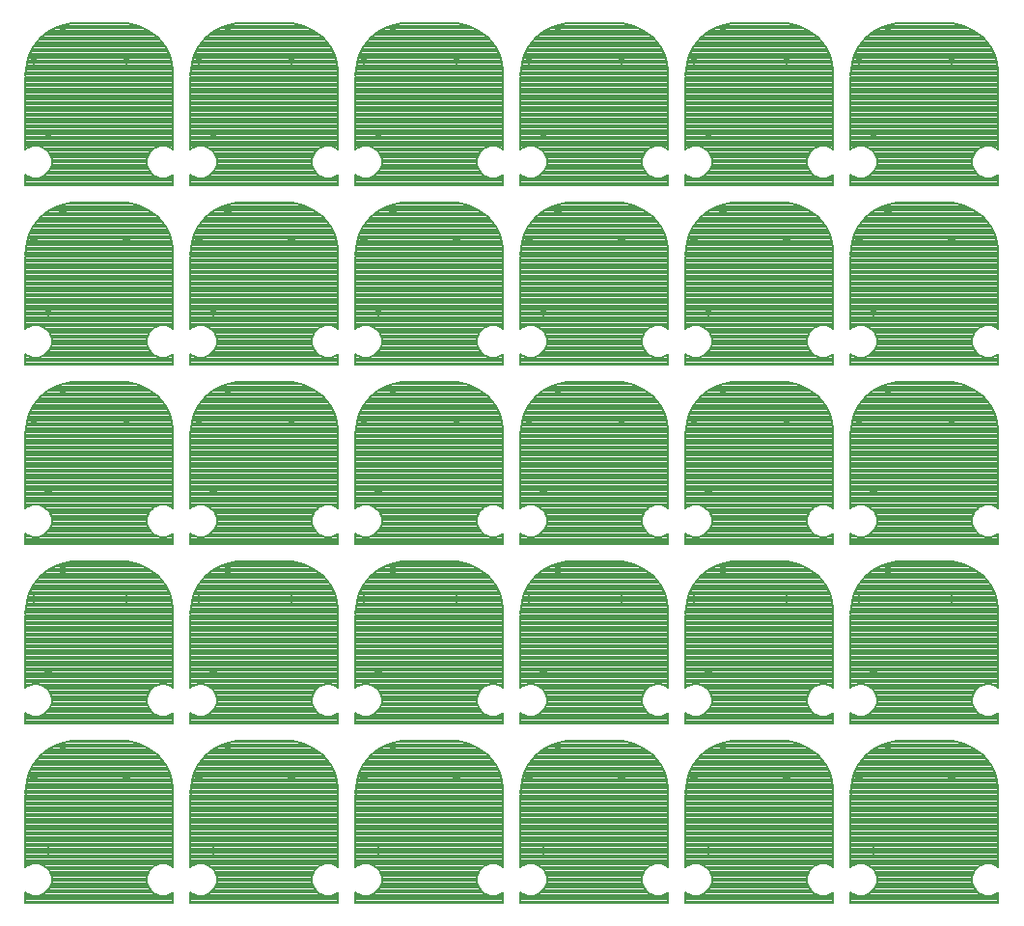
<source format=gbl>
G75*
%MOIN*%
%OFA0B0*%
%FSLAX25Y25*%
%IPPOS*%
%LPD*%
%AMOC8*
5,1,8,0,0,1.08239X$1,22.5*
%
%ADD10C,0.00800*%
%ADD11C,0.02600*%
D10*
X0030750Y0030750D02*
X0030750Y0034330D01*
X0031078Y0034003D01*
X0033136Y0033150D01*
X0035364Y0033150D01*
X0037422Y0034003D01*
X0038997Y0035578D01*
X0039850Y0037636D01*
X0039850Y0039864D01*
X0038997Y0041922D01*
X0037422Y0043497D01*
X0035364Y0044350D01*
X0033136Y0044350D01*
X0031078Y0043497D01*
X0030750Y0043170D01*
X0030750Y0067943D01*
X0030765Y0067959D01*
X0030750Y0068769D01*
X0030750Y0068796D01*
X0030828Y0070811D01*
X0031675Y0074764D01*
X0033400Y0078420D01*
X0035912Y0081588D01*
X0039080Y0084100D01*
X0042736Y0085825D01*
X0046689Y0086672D01*
X0048704Y0086750D01*
X0048731Y0086750D01*
X0049541Y0086735D01*
X0049557Y0086750D01*
X0062943Y0086750D01*
X0062959Y0086735D01*
X0063769Y0086750D01*
X0063796Y0086750D01*
X0065811Y0086672D01*
X0069764Y0085825D01*
X0073420Y0084100D01*
X0076588Y0081588D01*
X0079100Y0078420D01*
X0080825Y0074764D01*
X0081672Y0070811D01*
X0081750Y0068796D01*
X0081750Y0068769D01*
X0081735Y0067959D01*
X0081750Y0067943D01*
X0081750Y0043170D01*
X0081422Y0043497D01*
X0079364Y0044350D01*
X0077136Y0044350D01*
X0075078Y0043497D01*
X0073503Y0041922D01*
X0072650Y0039864D01*
X0072650Y0037636D01*
X0073503Y0035578D01*
X0075078Y0034003D01*
X0077136Y0033150D01*
X0079364Y0033150D01*
X0081422Y0034003D01*
X0081750Y0034330D01*
X0081750Y0030750D01*
X0030750Y0030750D01*
X0030750Y0031146D02*
X0081750Y0031146D01*
X0081750Y0031944D02*
X0030750Y0031944D01*
X0030750Y0032743D02*
X0081750Y0032743D01*
X0081750Y0033541D02*
X0080308Y0033541D01*
X0076192Y0033541D02*
X0036308Y0033541D01*
X0037759Y0034340D02*
X0074741Y0034340D01*
X0073942Y0035138D02*
X0038558Y0035138D01*
X0039146Y0035937D02*
X0073354Y0035937D01*
X0073023Y0036735D02*
X0039477Y0036735D01*
X0039808Y0037534D02*
X0072692Y0037534D01*
X0072650Y0038332D02*
X0039850Y0038332D01*
X0039850Y0039131D02*
X0072650Y0039131D01*
X0072677Y0039929D02*
X0039823Y0039929D01*
X0039492Y0040728D02*
X0073008Y0040728D01*
X0073339Y0041526D02*
X0039161Y0041526D01*
X0038595Y0042325D02*
X0073905Y0042325D01*
X0074704Y0043123D02*
X0037796Y0043123D01*
X0036398Y0043922D02*
X0076102Y0043922D01*
X0080398Y0043922D02*
X0081750Y0043922D01*
X0081750Y0044720D02*
X0030750Y0044720D01*
X0030750Y0043922D02*
X0032102Y0043922D01*
X0030750Y0045519D02*
X0081750Y0045519D01*
X0081750Y0046317D02*
X0030750Y0046317D01*
X0030750Y0047116D02*
X0081750Y0047116D01*
X0081750Y0047914D02*
X0030750Y0047914D01*
X0030750Y0048713D02*
X0081750Y0048713D01*
X0081750Y0049511D02*
X0030750Y0049511D01*
X0030750Y0050310D02*
X0081750Y0050310D01*
X0081750Y0051108D02*
X0030750Y0051108D01*
X0030750Y0051907D02*
X0081750Y0051907D01*
X0081750Y0052705D02*
X0030750Y0052705D01*
X0030750Y0053504D02*
X0081750Y0053504D01*
X0081750Y0054302D02*
X0030750Y0054302D01*
X0030750Y0055101D02*
X0081750Y0055101D01*
X0081750Y0055899D02*
X0030750Y0055899D01*
X0030750Y0056698D02*
X0081750Y0056698D01*
X0081750Y0057496D02*
X0030750Y0057496D01*
X0030750Y0058295D02*
X0081750Y0058295D01*
X0081750Y0059093D02*
X0030750Y0059093D01*
X0030750Y0059892D02*
X0081750Y0059892D01*
X0081750Y0060690D02*
X0030750Y0060690D01*
X0030750Y0061489D02*
X0081750Y0061489D01*
X0081750Y0062287D02*
X0030750Y0062287D01*
X0030750Y0063086D02*
X0081750Y0063086D01*
X0081750Y0063884D02*
X0030750Y0063884D01*
X0030750Y0064683D02*
X0081750Y0064683D01*
X0081750Y0065482D02*
X0030750Y0065482D01*
X0030750Y0066280D02*
X0081750Y0066280D01*
X0081750Y0067079D02*
X0030750Y0067079D01*
X0030750Y0067877D02*
X0081750Y0067877D01*
X0081748Y0068676D02*
X0030752Y0068676D01*
X0030776Y0069474D02*
X0081724Y0069474D01*
X0081693Y0070273D02*
X0030807Y0070273D01*
X0030884Y0071071D02*
X0081616Y0071071D01*
X0081445Y0071870D02*
X0031055Y0071870D01*
X0031226Y0072668D02*
X0081274Y0072668D01*
X0081103Y0073467D02*
X0031397Y0073467D01*
X0031568Y0074265D02*
X0080932Y0074265D01*
X0080684Y0075064D02*
X0031816Y0075064D01*
X0032193Y0075862D02*
X0080307Y0075862D01*
X0079930Y0076661D02*
X0032570Y0076661D01*
X0032946Y0077459D02*
X0079554Y0077459D01*
X0079177Y0078258D02*
X0033323Y0078258D01*
X0033904Y0079056D02*
X0078596Y0079056D01*
X0077963Y0079855D02*
X0034537Y0079855D01*
X0035171Y0080653D02*
X0077329Y0080653D01*
X0076696Y0081452D02*
X0035804Y0081452D01*
X0036747Y0082250D02*
X0075753Y0082250D01*
X0074746Y0083049D02*
X0037754Y0083049D01*
X0038761Y0083847D02*
X0073739Y0083847D01*
X0072264Y0084646D02*
X0040236Y0084646D01*
X0041929Y0085444D02*
X0070571Y0085444D01*
X0067814Y0086243D02*
X0044686Y0086243D01*
X0037422Y0096003D02*
X0038997Y0097578D01*
X0039850Y0099636D01*
X0039850Y0101864D01*
X0038997Y0103922D01*
X0037422Y0105497D01*
X0035364Y0106350D01*
X0033136Y0106350D01*
X0031078Y0105497D01*
X0030750Y0105170D01*
X0030750Y0129943D01*
X0030765Y0129959D01*
X0030750Y0130769D01*
X0030750Y0130796D01*
X0030828Y0132811D01*
X0031675Y0136764D01*
X0033400Y0140420D01*
X0035912Y0143588D01*
X0039080Y0146100D01*
X0042736Y0147825D01*
X0046689Y0148672D01*
X0048704Y0148750D01*
X0048731Y0148750D01*
X0049541Y0148735D01*
X0049557Y0148750D01*
X0062943Y0148750D01*
X0062959Y0148735D01*
X0063769Y0148750D01*
X0063796Y0148750D01*
X0065811Y0148672D01*
X0069764Y0147825D01*
X0073420Y0146100D01*
X0076588Y0143588D01*
X0079100Y0140420D01*
X0080825Y0136764D01*
X0081672Y0132811D01*
X0081750Y0130796D01*
X0081750Y0130769D01*
X0081735Y0129959D01*
X0081750Y0129943D01*
X0081750Y0105170D01*
X0081422Y0105497D01*
X0079364Y0106350D01*
X0077136Y0106350D01*
X0075078Y0105497D01*
X0073503Y0103922D01*
X0072650Y0101864D01*
X0072650Y0099636D01*
X0073503Y0097578D01*
X0075078Y0096003D01*
X0077136Y0095150D01*
X0079364Y0095150D01*
X0081422Y0096003D01*
X0081750Y0096330D01*
X0081750Y0092750D01*
X0030750Y0092750D01*
X0030750Y0096330D01*
X0031078Y0096003D01*
X0033136Y0095150D01*
X0035364Y0095150D01*
X0037422Y0096003D01*
X0036993Y0095825D02*
X0075507Y0095825D01*
X0074457Y0096623D02*
X0038043Y0096623D01*
X0038842Y0097422D02*
X0073658Y0097422D01*
X0073236Y0098220D02*
X0039264Y0098220D01*
X0039594Y0099019D02*
X0072906Y0099019D01*
X0072650Y0099818D02*
X0039850Y0099818D01*
X0039850Y0100616D02*
X0072650Y0100616D01*
X0072650Y0101415D02*
X0039850Y0101415D01*
X0039705Y0102213D02*
X0072795Y0102213D01*
X0073125Y0103012D02*
X0039375Y0103012D01*
X0039044Y0103810D02*
X0073456Y0103810D01*
X0074189Y0104609D02*
X0038311Y0104609D01*
X0037512Y0105407D02*
X0074988Y0105407D01*
X0076788Y0106206D02*
X0035713Y0106206D01*
X0032788Y0106206D02*
X0030750Y0106206D01*
X0030750Y0107004D02*
X0081750Y0107004D01*
X0081750Y0106206D02*
X0079713Y0106206D01*
X0081512Y0105407D02*
X0081750Y0105407D01*
X0081750Y0107803D02*
X0030750Y0107803D01*
X0030750Y0108601D02*
X0081750Y0108601D01*
X0081750Y0109400D02*
X0030750Y0109400D01*
X0030750Y0110198D02*
X0081750Y0110198D01*
X0081750Y0110997D02*
X0030750Y0110997D01*
X0030750Y0111795D02*
X0081750Y0111795D01*
X0081750Y0112594D02*
X0030750Y0112594D01*
X0030750Y0113392D02*
X0081750Y0113392D01*
X0081750Y0114191D02*
X0030750Y0114191D01*
X0030750Y0114989D02*
X0081750Y0114989D01*
X0081750Y0115788D02*
X0030750Y0115788D01*
X0030750Y0116586D02*
X0081750Y0116586D01*
X0081750Y0117385D02*
X0030750Y0117385D01*
X0030750Y0118183D02*
X0081750Y0118183D01*
X0081750Y0118982D02*
X0030750Y0118982D01*
X0030750Y0119780D02*
X0081750Y0119780D01*
X0081750Y0120579D02*
X0030750Y0120579D01*
X0030750Y0121377D02*
X0081750Y0121377D01*
X0081750Y0122176D02*
X0030750Y0122176D01*
X0030750Y0122974D02*
X0081750Y0122974D01*
X0081750Y0123773D02*
X0030750Y0123773D01*
X0030750Y0124571D02*
X0081750Y0124571D01*
X0081750Y0125370D02*
X0030750Y0125370D01*
X0030750Y0126168D02*
X0081750Y0126168D01*
X0081750Y0126967D02*
X0030750Y0126967D01*
X0030750Y0127765D02*
X0081750Y0127765D01*
X0081750Y0128564D02*
X0030750Y0128564D01*
X0030750Y0129362D02*
X0081750Y0129362D01*
X0081739Y0130161D02*
X0030761Y0130161D01*
X0030756Y0130959D02*
X0081744Y0130959D01*
X0081713Y0131758D02*
X0030787Y0131758D01*
X0030818Y0132556D02*
X0081682Y0132556D01*
X0081555Y0133355D02*
X0030945Y0133355D01*
X0031116Y0134153D02*
X0081384Y0134153D01*
X0081213Y0134952D02*
X0031287Y0134952D01*
X0031458Y0135751D02*
X0081042Y0135751D01*
X0080871Y0136549D02*
X0031629Y0136549D01*
X0031950Y0137348D02*
X0080550Y0137348D01*
X0080173Y0138146D02*
X0032327Y0138146D01*
X0032703Y0138945D02*
X0079796Y0138945D01*
X0079420Y0139743D02*
X0033080Y0139743D01*
X0033496Y0140542D02*
X0079004Y0140542D01*
X0078371Y0141340D02*
X0034129Y0141340D01*
X0034762Y0142139D02*
X0077738Y0142139D01*
X0077104Y0142937D02*
X0035396Y0142937D01*
X0036098Y0143736D02*
X0076402Y0143736D01*
X0075395Y0144534D02*
X0037105Y0144534D01*
X0038112Y0145333D02*
X0074388Y0145333D01*
X0073355Y0146131D02*
X0039145Y0146131D01*
X0040838Y0146930D02*
X0071662Y0146930D01*
X0069969Y0147728D02*
X0042530Y0147728D01*
X0046011Y0148527D02*
X0066489Y0148527D01*
X0075078Y0158003D02*
X0077136Y0157150D01*
X0079364Y0157150D01*
X0081422Y0158003D01*
X0081750Y0158330D01*
X0081750Y0154750D01*
X0030750Y0154750D01*
X0030750Y0158330D01*
X0031078Y0158003D01*
X0033136Y0157150D01*
X0035364Y0157150D01*
X0037422Y0158003D01*
X0038997Y0159578D01*
X0039850Y0161636D01*
X0039850Y0163864D01*
X0038997Y0165922D01*
X0037422Y0167497D01*
X0035364Y0168350D01*
X0033136Y0168350D01*
X0031078Y0167497D01*
X0030750Y0167170D01*
X0030750Y0191943D01*
X0030765Y0191959D01*
X0030750Y0192769D01*
X0030750Y0192796D01*
X0030828Y0194811D01*
X0031675Y0198764D01*
X0033400Y0202420D01*
X0035912Y0205588D01*
X0039080Y0208100D01*
X0042736Y0209825D01*
X0046689Y0210672D01*
X0048704Y0210750D01*
X0048731Y0210750D01*
X0049541Y0210735D01*
X0049557Y0210750D01*
X0062943Y0210750D01*
X0062959Y0210735D01*
X0063769Y0210750D01*
X0063796Y0210750D01*
X0065811Y0210672D01*
X0069764Y0209825D01*
X0073420Y0208100D01*
X0076588Y0205588D01*
X0079100Y0202420D01*
X0080825Y0198764D01*
X0081672Y0194811D01*
X0081750Y0192796D01*
X0081750Y0192769D01*
X0081735Y0191959D01*
X0081750Y0191943D01*
X0081750Y0167170D01*
X0081422Y0167497D01*
X0079364Y0168350D01*
X0077136Y0168350D01*
X0075078Y0167497D01*
X0073503Y0165922D01*
X0072650Y0163864D01*
X0072650Y0161636D01*
X0073503Y0159578D01*
X0075078Y0158003D01*
X0074972Y0158109D02*
X0037528Y0158109D01*
X0038327Y0158907D02*
X0074173Y0158907D01*
X0073450Y0159706D02*
X0039050Y0159706D01*
X0039381Y0160504D02*
X0073119Y0160504D01*
X0072788Y0161303D02*
X0039712Y0161303D01*
X0039850Y0162101D02*
X0072650Y0162101D01*
X0072650Y0162900D02*
X0039850Y0162900D01*
X0039850Y0163698D02*
X0072650Y0163698D01*
X0072912Y0164497D02*
X0039588Y0164497D01*
X0039257Y0165295D02*
X0073243Y0165295D01*
X0073674Y0166094D02*
X0038826Y0166094D01*
X0038027Y0166892D02*
X0074473Y0166892D01*
X0075545Y0167691D02*
X0036955Y0167691D01*
X0031545Y0167691D02*
X0030750Y0167691D01*
X0030750Y0168489D02*
X0081750Y0168489D01*
X0081750Y0167691D02*
X0080955Y0167691D01*
X0081750Y0169288D02*
X0030750Y0169288D01*
X0030750Y0170087D02*
X0081750Y0170087D01*
X0081750Y0170885D02*
X0030750Y0170885D01*
X0030750Y0171684D02*
X0081750Y0171684D01*
X0081750Y0172482D02*
X0030750Y0172482D01*
X0030750Y0173281D02*
X0081750Y0173281D01*
X0081750Y0174079D02*
X0030750Y0174079D01*
X0030750Y0174878D02*
X0081750Y0174878D01*
X0081750Y0175676D02*
X0030750Y0175676D01*
X0030750Y0176475D02*
X0081750Y0176475D01*
X0081750Y0177273D02*
X0030750Y0177273D01*
X0030750Y0178072D02*
X0081750Y0178072D01*
X0081750Y0178870D02*
X0030750Y0178870D01*
X0030750Y0179669D02*
X0081750Y0179669D01*
X0081750Y0180467D02*
X0030750Y0180467D01*
X0030750Y0181266D02*
X0081750Y0181266D01*
X0081750Y0182064D02*
X0030750Y0182064D01*
X0030750Y0182863D02*
X0081750Y0182863D01*
X0081750Y0183661D02*
X0030750Y0183661D01*
X0030750Y0184460D02*
X0081750Y0184460D01*
X0081750Y0185258D02*
X0030750Y0185258D01*
X0030750Y0186057D02*
X0081750Y0186057D01*
X0081750Y0186855D02*
X0030750Y0186855D01*
X0030750Y0187654D02*
X0081750Y0187654D01*
X0081750Y0188452D02*
X0030750Y0188452D01*
X0030750Y0189251D02*
X0081750Y0189251D01*
X0081750Y0190049D02*
X0030750Y0190049D01*
X0030750Y0190848D02*
X0081750Y0190848D01*
X0081750Y0191646D02*
X0030750Y0191646D01*
X0030756Y0192445D02*
X0081744Y0192445D01*
X0081733Y0193243D02*
X0030767Y0193243D01*
X0030798Y0194042D02*
X0081702Y0194042D01*
X0081666Y0194840D02*
X0030834Y0194840D01*
X0031005Y0195639D02*
X0081495Y0195639D01*
X0081324Y0196437D02*
X0031176Y0196437D01*
X0031348Y0197236D02*
X0081152Y0197236D01*
X0080981Y0198034D02*
X0031519Y0198034D01*
X0031707Y0198833D02*
X0080793Y0198833D01*
X0080416Y0199631D02*
X0032084Y0199631D01*
X0032461Y0200430D02*
X0080039Y0200430D01*
X0079663Y0201228D02*
X0032837Y0201228D01*
X0033214Y0202027D02*
X0079286Y0202027D01*
X0078779Y0202825D02*
X0033721Y0202825D01*
X0034354Y0203624D02*
X0078146Y0203624D01*
X0077512Y0204422D02*
X0034988Y0204422D01*
X0035621Y0205221D02*
X0076879Y0205221D01*
X0076044Y0206020D02*
X0036456Y0206020D01*
X0037463Y0206818D02*
X0075037Y0206818D01*
X0074030Y0207617D02*
X0038470Y0207617D01*
X0039747Y0208415D02*
X0072753Y0208415D01*
X0071060Y0209214D02*
X0041440Y0209214D01*
X0043609Y0210012D02*
X0068891Y0210012D01*
X0075078Y0220003D02*
X0077136Y0219150D01*
X0079364Y0219150D01*
X0081422Y0220003D01*
X0081750Y0220330D01*
X0081750Y0216750D01*
X0030750Y0216750D01*
X0030750Y0220330D01*
X0031078Y0220003D01*
X0033136Y0219150D01*
X0035364Y0219150D01*
X0037422Y0220003D01*
X0038997Y0221578D01*
X0039850Y0223636D01*
X0039850Y0225864D01*
X0038997Y0227922D01*
X0037422Y0229497D01*
X0035364Y0230350D01*
X0033136Y0230350D01*
X0031078Y0229497D01*
X0030750Y0229170D01*
X0030750Y0253943D01*
X0030765Y0253959D01*
X0030750Y0254769D01*
X0030750Y0254796D01*
X0030828Y0256811D01*
X0031675Y0260764D01*
X0033400Y0264420D01*
X0035912Y0267588D01*
X0039080Y0270100D01*
X0042736Y0271825D01*
X0046689Y0272672D01*
X0048704Y0272750D01*
X0048731Y0272750D01*
X0049541Y0272735D01*
X0049557Y0272750D01*
X0062943Y0272750D01*
X0062959Y0272735D01*
X0063769Y0272750D01*
X0063796Y0272750D01*
X0065811Y0272672D01*
X0069764Y0271825D01*
X0073420Y0270100D01*
X0076588Y0267588D01*
X0079100Y0264420D01*
X0080825Y0260764D01*
X0081672Y0256811D01*
X0081750Y0254796D01*
X0081750Y0254769D01*
X0081735Y0253959D01*
X0081750Y0253943D01*
X0081750Y0229170D01*
X0081422Y0229497D01*
X0079364Y0230350D01*
X0077136Y0230350D01*
X0075078Y0229497D01*
X0073503Y0227922D01*
X0072650Y0225864D01*
X0072650Y0223636D01*
X0073503Y0221578D01*
X0075078Y0220003D01*
X0074688Y0220393D02*
X0037812Y0220393D01*
X0038611Y0221191D02*
X0073889Y0221191D01*
X0073332Y0221990D02*
X0039168Y0221990D01*
X0039499Y0222788D02*
X0073001Y0222788D01*
X0072670Y0223587D02*
X0039830Y0223587D01*
X0039850Y0224385D02*
X0072650Y0224385D01*
X0072650Y0225184D02*
X0039850Y0225184D01*
X0039801Y0225982D02*
X0072699Y0225982D01*
X0073030Y0226781D02*
X0039470Y0226781D01*
X0039139Y0227579D02*
X0073361Y0227579D01*
X0073958Y0228378D02*
X0038542Y0228378D01*
X0037743Y0229176D02*
X0074757Y0229176D01*
X0076230Y0229975D02*
X0036270Y0229975D01*
X0032230Y0229975D02*
X0030750Y0229975D01*
X0030750Y0230773D02*
X0081750Y0230773D01*
X0081750Y0229975D02*
X0080270Y0229975D01*
X0081743Y0229176D02*
X0081750Y0229176D01*
X0081750Y0231572D02*
X0030750Y0231572D01*
X0030750Y0232370D02*
X0081750Y0232370D01*
X0081750Y0233169D02*
X0030750Y0233169D01*
X0030750Y0233967D02*
X0081750Y0233967D01*
X0081750Y0234766D02*
X0030750Y0234766D01*
X0030750Y0235564D02*
X0081750Y0235564D01*
X0081750Y0236363D02*
X0030750Y0236363D01*
X0030750Y0237161D02*
X0081750Y0237161D01*
X0081750Y0237960D02*
X0030750Y0237960D01*
X0030750Y0238758D02*
X0081750Y0238758D01*
X0081750Y0239557D02*
X0030750Y0239557D01*
X0030750Y0240355D02*
X0081750Y0240355D01*
X0081750Y0241154D02*
X0030750Y0241154D01*
X0030750Y0241953D02*
X0081750Y0241953D01*
X0081750Y0242751D02*
X0030750Y0242751D01*
X0030750Y0243550D02*
X0081750Y0243550D01*
X0081750Y0244348D02*
X0030750Y0244348D01*
X0030750Y0245147D02*
X0081750Y0245147D01*
X0081750Y0245945D02*
X0030750Y0245945D01*
X0030750Y0246744D02*
X0081750Y0246744D01*
X0081750Y0247542D02*
X0030750Y0247542D01*
X0030750Y0248341D02*
X0081750Y0248341D01*
X0081750Y0249139D02*
X0030750Y0249139D01*
X0030750Y0249938D02*
X0081750Y0249938D01*
X0081750Y0250736D02*
X0030750Y0250736D01*
X0030750Y0251535D02*
X0081750Y0251535D01*
X0081750Y0252333D02*
X0030750Y0252333D01*
X0030750Y0253132D02*
X0081750Y0253132D01*
X0081750Y0253930D02*
X0030750Y0253930D01*
X0030751Y0254729D02*
X0081749Y0254729D01*
X0081722Y0255527D02*
X0030778Y0255527D01*
X0030809Y0256326D02*
X0081691Y0256326D01*
X0081605Y0257124D02*
X0030895Y0257124D01*
X0031066Y0257923D02*
X0081434Y0257923D01*
X0081263Y0258721D02*
X0031237Y0258721D01*
X0031408Y0259520D02*
X0081092Y0259520D01*
X0080921Y0260318D02*
X0031579Y0260318D01*
X0031841Y0261117D02*
X0080659Y0261117D01*
X0080282Y0261915D02*
X0032218Y0261915D01*
X0032595Y0262714D02*
X0079905Y0262714D01*
X0079529Y0263512D02*
X0032971Y0263512D01*
X0033348Y0264311D02*
X0079152Y0264311D01*
X0078554Y0265109D02*
X0033946Y0265109D01*
X0034579Y0265908D02*
X0077921Y0265908D01*
X0077287Y0266706D02*
X0035213Y0266706D01*
X0035846Y0267505D02*
X0076654Y0267505D01*
X0075686Y0268303D02*
X0036814Y0268303D01*
X0037821Y0269102D02*
X0074679Y0269102D01*
X0073672Y0269900D02*
X0038828Y0269900D01*
X0040349Y0270699D02*
X0072151Y0270699D01*
X0070459Y0271497D02*
X0042041Y0271497D01*
X0044934Y0272296D02*
X0067566Y0272296D01*
X0075078Y0282003D02*
X0077136Y0281150D01*
X0079364Y0281150D01*
X0081422Y0282003D01*
X0081750Y0282330D01*
X0081750Y0278750D01*
X0030750Y0278750D01*
X0030750Y0282330D01*
X0031078Y0282003D01*
X0033136Y0281150D01*
X0035364Y0281150D01*
X0037422Y0282003D01*
X0038997Y0283578D01*
X0039850Y0285636D01*
X0039850Y0287864D01*
X0038997Y0289922D01*
X0037422Y0291497D01*
X0035364Y0292350D01*
X0033136Y0292350D01*
X0031078Y0291497D01*
X0030750Y0291170D01*
X0030750Y0315943D01*
X0030765Y0315959D01*
X0030750Y0316769D01*
X0030750Y0316796D01*
X0030828Y0318811D01*
X0031675Y0322764D01*
X0033400Y0326420D01*
X0035912Y0329588D01*
X0039080Y0332100D01*
X0042736Y0333825D01*
X0046689Y0334672D01*
X0048704Y0334750D01*
X0048731Y0334750D01*
X0049541Y0334735D01*
X0049557Y0334750D01*
X0062943Y0334750D01*
X0062959Y0334735D01*
X0063769Y0334750D01*
X0063796Y0334750D01*
X0065811Y0334672D01*
X0069764Y0333825D01*
X0073420Y0332100D01*
X0076588Y0329588D01*
X0079100Y0326420D01*
X0080825Y0322764D01*
X0081672Y0318811D01*
X0081750Y0316796D01*
X0081750Y0316769D01*
X0081735Y0315959D01*
X0081750Y0315943D01*
X0081750Y0291170D01*
X0081422Y0291497D01*
X0079364Y0292350D01*
X0077136Y0292350D01*
X0075078Y0291497D01*
X0073503Y0289922D01*
X0072650Y0287864D01*
X0072650Y0285636D01*
X0073503Y0283578D01*
X0075078Y0282003D01*
X0075378Y0281878D02*
X0037122Y0281878D01*
X0038096Y0282677D02*
X0074404Y0282677D01*
X0073605Y0283475D02*
X0038895Y0283475D01*
X0039286Y0284274D02*
X0073214Y0284274D01*
X0072884Y0285072D02*
X0039616Y0285072D01*
X0039850Y0285871D02*
X0072650Y0285871D01*
X0072650Y0286669D02*
X0039850Y0286669D01*
X0039850Y0287468D02*
X0072650Y0287468D01*
X0072817Y0288266D02*
X0039683Y0288266D01*
X0039353Y0289065D02*
X0073147Y0289065D01*
X0073478Y0289863D02*
X0039022Y0289863D01*
X0038258Y0290662D02*
X0074242Y0290662D01*
X0075041Y0291460D02*
X0037459Y0291460D01*
X0035584Y0292259D02*
X0076916Y0292259D01*
X0079584Y0292259D02*
X0081750Y0292259D01*
X0081750Y0293057D02*
X0030750Y0293057D01*
X0030750Y0292259D02*
X0032916Y0292259D01*
X0031041Y0291460D02*
X0030750Y0291460D01*
X0030750Y0293856D02*
X0081750Y0293856D01*
X0081750Y0294654D02*
X0030750Y0294654D01*
X0030750Y0295453D02*
X0081750Y0295453D01*
X0081750Y0296251D02*
X0030750Y0296251D01*
X0030750Y0297050D02*
X0081750Y0297050D01*
X0081750Y0297848D02*
X0030750Y0297848D01*
X0030750Y0298647D02*
X0081750Y0298647D01*
X0081750Y0299445D02*
X0030750Y0299445D01*
X0030750Y0300244D02*
X0081750Y0300244D01*
X0081750Y0301042D02*
X0030750Y0301042D01*
X0030750Y0301841D02*
X0081750Y0301841D01*
X0081750Y0302639D02*
X0030750Y0302639D01*
X0030750Y0303438D02*
X0081750Y0303438D01*
X0081750Y0304236D02*
X0030750Y0304236D01*
X0030750Y0305035D02*
X0081750Y0305035D01*
X0081750Y0305833D02*
X0030750Y0305833D01*
X0030750Y0306632D02*
X0081750Y0306632D01*
X0081750Y0307430D02*
X0030750Y0307430D01*
X0030750Y0308229D02*
X0081750Y0308229D01*
X0081750Y0309027D02*
X0030750Y0309027D01*
X0030750Y0309826D02*
X0081750Y0309826D01*
X0081750Y0310624D02*
X0030750Y0310624D01*
X0030750Y0311423D02*
X0081750Y0311423D01*
X0081750Y0312222D02*
X0030750Y0312222D01*
X0030750Y0313020D02*
X0081750Y0313020D01*
X0081750Y0313819D02*
X0030750Y0313819D01*
X0030750Y0314617D02*
X0081750Y0314617D01*
X0081750Y0315416D02*
X0030750Y0315416D01*
X0030760Y0316214D02*
X0081740Y0316214D01*
X0081742Y0317013D02*
X0030758Y0317013D01*
X0030789Y0317811D02*
X0081711Y0317811D01*
X0081680Y0318610D02*
X0030820Y0318610D01*
X0030956Y0319408D02*
X0081544Y0319408D01*
X0081373Y0320207D02*
X0031127Y0320207D01*
X0031298Y0321005D02*
X0081202Y0321005D01*
X0081031Y0321804D02*
X0031469Y0321804D01*
X0031640Y0322602D02*
X0080860Y0322602D01*
X0080525Y0323401D02*
X0031975Y0323401D01*
X0032352Y0324199D02*
X0080148Y0324199D01*
X0079771Y0324998D02*
X0032729Y0324998D01*
X0033105Y0325796D02*
X0079395Y0325796D01*
X0078962Y0326595D02*
X0033538Y0326595D01*
X0034171Y0327393D02*
X0078329Y0327393D01*
X0077695Y0328192D02*
X0034805Y0328192D01*
X0035438Y0328990D02*
X0077062Y0328990D01*
X0076335Y0329789D02*
X0036165Y0329789D01*
X0037172Y0330587D02*
X0075328Y0330587D01*
X0074321Y0331386D02*
X0038179Y0331386D01*
X0039258Y0332184D02*
X0073242Y0332184D01*
X0071550Y0332983D02*
X0040950Y0332983D01*
X0042643Y0333781D02*
X0069857Y0333781D01*
X0066241Y0334580D02*
X0046259Y0334580D01*
X0088675Y0322764D02*
X0087828Y0318811D01*
X0087750Y0316796D01*
X0087750Y0316769D01*
X0087765Y0315959D01*
X0087750Y0315943D01*
X0087750Y0291170D01*
X0088078Y0291497D01*
X0090136Y0292350D01*
X0092364Y0292350D01*
X0094422Y0291497D01*
X0095997Y0289922D01*
X0096850Y0287864D01*
X0096850Y0285636D01*
X0095997Y0283578D01*
X0094422Y0282003D01*
X0092364Y0281150D01*
X0090136Y0281150D01*
X0088078Y0282003D01*
X0087750Y0282330D01*
X0087750Y0278750D01*
X0138750Y0278750D01*
X0138750Y0282330D01*
X0138422Y0282003D01*
X0136364Y0281150D01*
X0134136Y0281150D01*
X0132078Y0282003D01*
X0130503Y0283578D01*
X0129650Y0285636D01*
X0129650Y0287864D01*
X0130503Y0289922D01*
X0132078Y0291497D01*
X0134136Y0292350D01*
X0136364Y0292350D01*
X0138422Y0291497D01*
X0138750Y0291170D01*
X0138750Y0315943D01*
X0138735Y0315959D01*
X0138750Y0316769D01*
X0138750Y0316796D01*
X0138672Y0318811D01*
X0137825Y0322764D01*
X0136100Y0326420D01*
X0133588Y0329588D01*
X0130420Y0332100D01*
X0126764Y0333825D01*
X0122811Y0334672D01*
X0120796Y0334750D01*
X0120769Y0334750D01*
X0119959Y0334735D01*
X0119943Y0334750D01*
X0106557Y0334750D01*
X0106541Y0334735D01*
X0105731Y0334750D01*
X0105704Y0334750D01*
X0103689Y0334672D01*
X0099736Y0333825D01*
X0096080Y0332100D01*
X0092912Y0329588D01*
X0090400Y0326420D01*
X0088675Y0322764D01*
X0088640Y0322602D02*
X0137860Y0322602D01*
X0138031Y0321804D02*
X0088469Y0321804D01*
X0088298Y0321005D02*
X0138202Y0321005D01*
X0138373Y0320207D02*
X0088127Y0320207D01*
X0087956Y0319408D02*
X0138544Y0319408D01*
X0138680Y0318610D02*
X0087820Y0318610D01*
X0087789Y0317811D02*
X0138711Y0317811D01*
X0138742Y0317013D02*
X0087758Y0317013D01*
X0087760Y0316214D02*
X0138740Y0316214D01*
X0138750Y0315416D02*
X0087750Y0315416D01*
X0087750Y0314617D02*
X0138750Y0314617D01*
X0138750Y0313819D02*
X0087750Y0313819D01*
X0087750Y0313020D02*
X0138750Y0313020D01*
X0138750Y0312222D02*
X0087750Y0312222D01*
X0087750Y0311423D02*
X0138750Y0311423D01*
X0138750Y0310624D02*
X0087750Y0310624D01*
X0087750Y0309826D02*
X0138750Y0309826D01*
X0138750Y0309027D02*
X0087750Y0309027D01*
X0087750Y0308229D02*
X0138750Y0308229D01*
X0138750Y0307430D02*
X0087750Y0307430D01*
X0087750Y0306632D02*
X0138750Y0306632D01*
X0138750Y0305833D02*
X0087750Y0305833D01*
X0087750Y0305035D02*
X0138750Y0305035D01*
X0138750Y0304236D02*
X0087750Y0304236D01*
X0087750Y0303438D02*
X0138750Y0303438D01*
X0138750Y0302639D02*
X0087750Y0302639D01*
X0087750Y0301841D02*
X0138750Y0301841D01*
X0138750Y0301042D02*
X0087750Y0301042D01*
X0087750Y0300244D02*
X0138750Y0300244D01*
X0138750Y0299445D02*
X0087750Y0299445D01*
X0087750Y0298647D02*
X0138750Y0298647D01*
X0138750Y0297848D02*
X0087750Y0297848D01*
X0087750Y0297050D02*
X0138750Y0297050D01*
X0138750Y0296251D02*
X0087750Y0296251D01*
X0087750Y0295453D02*
X0138750Y0295453D01*
X0138750Y0294654D02*
X0087750Y0294654D01*
X0087750Y0293856D02*
X0138750Y0293856D01*
X0138750Y0293057D02*
X0087750Y0293057D01*
X0087750Y0292259D02*
X0089916Y0292259D01*
X0088041Y0291460D02*
X0087750Y0291460D01*
X0092584Y0292259D02*
X0133916Y0292259D01*
X0132041Y0291460D02*
X0094459Y0291460D01*
X0095258Y0290662D02*
X0131242Y0290662D01*
X0130478Y0289863D02*
X0096022Y0289863D01*
X0096353Y0289065D02*
X0130147Y0289065D01*
X0129817Y0288266D02*
X0096683Y0288266D01*
X0096850Y0287468D02*
X0129650Y0287468D01*
X0129650Y0286669D02*
X0096850Y0286669D01*
X0096850Y0285871D02*
X0129650Y0285871D01*
X0129884Y0285072D02*
X0096616Y0285072D01*
X0096286Y0284274D02*
X0130214Y0284274D01*
X0130605Y0283475D02*
X0095895Y0283475D01*
X0095096Y0282677D02*
X0131404Y0282677D01*
X0132378Y0281878D02*
X0094122Y0281878D01*
X0088378Y0281878D02*
X0087750Y0281878D01*
X0087750Y0281080D02*
X0138750Y0281080D01*
X0138750Y0281878D02*
X0138122Y0281878D01*
X0138750Y0280281D02*
X0087750Y0280281D01*
X0087750Y0279483D02*
X0138750Y0279483D01*
X0144750Y0279483D02*
X0195750Y0279483D01*
X0195750Y0278750D02*
X0195750Y0282330D01*
X0195422Y0282003D01*
X0193364Y0281150D01*
X0191136Y0281150D01*
X0189078Y0282003D01*
X0187503Y0283578D01*
X0186650Y0285636D01*
X0186650Y0287864D01*
X0187503Y0289922D01*
X0189078Y0291497D01*
X0191136Y0292350D01*
X0193364Y0292350D01*
X0195422Y0291497D01*
X0195750Y0291170D01*
X0195750Y0315943D01*
X0195735Y0315959D01*
X0195750Y0316769D01*
X0195750Y0316796D01*
X0195672Y0318811D01*
X0194825Y0322764D01*
X0193100Y0326420D01*
X0190588Y0329588D01*
X0187420Y0332100D01*
X0183764Y0333825D01*
X0179811Y0334672D01*
X0177796Y0334750D01*
X0177769Y0334750D01*
X0176959Y0334735D01*
X0176943Y0334750D01*
X0163557Y0334750D01*
X0163541Y0334735D01*
X0162731Y0334750D01*
X0162704Y0334750D01*
X0160689Y0334672D01*
X0156736Y0333825D01*
X0153080Y0332100D01*
X0149912Y0329588D01*
X0147400Y0326420D01*
X0145675Y0322764D01*
X0144828Y0318811D01*
X0144750Y0316796D01*
X0144750Y0316769D01*
X0144765Y0315959D01*
X0144750Y0315943D01*
X0144750Y0291170D01*
X0145078Y0291497D01*
X0147136Y0292350D01*
X0149364Y0292350D01*
X0151422Y0291497D01*
X0152997Y0289922D01*
X0153850Y0287864D01*
X0153850Y0285636D01*
X0152997Y0283578D01*
X0151422Y0282003D01*
X0149364Y0281150D01*
X0147136Y0281150D01*
X0145078Y0282003D01*
X0144750Y0282330D01*
X0144750Y0278750D01*
X0195750Y0278750D01*
X0195750Y0280281D02*
X0144750Y0280281D01*
X0144750Y0281080D02*
X0195750Y0281080D01*
X0195750Y0281878D02*
X0195122Y0281878D01*
X0189378Y0281878D02*
X0151122Y0281878D01*
X0152096Y0282677D02*
X0188404Y0282677D01*
X0187605Y0283475D02*
X0152895Y0283475D01*
X0153286Y0284274D02*
X0187214Y0284274D01*
X0186884Y0285072D02*
X0153616Y0285072D01*
X0153850Y0285871D02*
X0186650Y0285871D01*
X0186650Y0286669D02*
X0153850Y0286669D01*
X0153850Y0287468D02*
X0186650Y0287468D01*
X0186817Y0288266D02*
X0153683Y0288266D01*
X0153353Y0289065D02*
X0187147Y0289065D01*
X0187478Y0289863D02*
X0153022Y0289863D01*
X0152258Y0290662D02*
X0188242Y0290662D01*
X0189041Y0291460D02*
X0151459Y0291460D01*
X0149584Y0292259D02*
X0190916Y0292259D01*
X0193584Y0292259D02*
X0195750Y0292259D01*
X0195750Y0293057D02*
X0144750Y0293057D01*
X0144750Y0292259D02*
X0146916Y0292259D01*
X0145041Y0291460D02*
X0144750Y0291460D01*
X0144750Y0293856D02*
X0195750Y0293856D01*
X0195750Y0294654D02*
X0144750Y0294654D01*
X0144750Y0295453D02*
X0195750Y0295453D01*
X0195750Y0296251D02*
X0144750Y0296251D01*
X0144750Y0297050D02*
X0195750Y0297050D01*
X0195750Y0297848D02*
X0144750Y0297848D01*
X0144750Y0298647D02*
X0195750Y0298647D01*
X0195750Y0299445D02*
X0144750Y0299445D01*
X0144750Y0300244D02*
X0195750Y0300244D01*
X0195750Y0301042D02*
X0144750Y0301042D01*
X0144750Y0301841D02*
X0195750Y0301841D01*
X0195750Y0302639D02*
X0144750Y0302639D01*
X0144750Y0303438D02*
X0195750Y0303438D01*
X0195750Y0304236D02*
X0144750Y0304236D01*
X0144750Y0305035D02*
X0195750Y0305035D01*
X0195750Y0305833D02*
X0144750Y0305833D01*
X0144750Y0306632D02*
X0195750Y0306632D01*
X0195750Y0307430D02*
X0144750Y0307430D01*
X0144750Y0308229D02*
X0195750Y0308229D01*
X0195750Y0309027D02*
X0144750Y0309027D01*
X0144750Y0309826D02*
X0195750Y0309826D01*
X0195750Y0310624D02*
X0144750Y0310624D01*
X0144750Y0311423D02*
X0195750Y0311423D01*
X0195750Y0312222D02*
X0144750Y0312222D01*
X0144750Y0313020D02*
X0195750Y0313020D01*
X0195750Y0313819D02*
X0144750Y0313819D01*
X0144750Y0314617D02*
X0195750Y0314617D01*
X0195750Y0315416D02*
X0144750Y0315416D01*
X0144760Y0316214D02*
X0195740Y0316214D01*
X0195742Y0317013D02*
X0144758Y0317013D01*
X0144789Y0317811D02*
X0195711Y0317811D01*
X0195680Y0318610D02*
X0144820Y0318610D01*
X0144956Y0319408D02*
X0195544Y0319408D01*
X0195373Y0320207D02*
X0145127Y0320207D01*
X0145298Y0321005D02*
X0195202Y0321005D01*
X0195031Y0321804D02*
X0145469Y0321804D01*
X0145640Y0322602D02*
X0194860Y0322602D01*
X0194525Y0323401D02*
X0145975Y0323401D01*
X0146352Y0324199D02*
X0194148Y0324199D01*
X0193771Y0324998D02*
X0146729Y0324998D01*
X0147105Y0325796D02*
X0193395Y0325796D01*
X0192962Y0326595D02*
X0147538Y0326595D01*
X0148171Y0327393D02*
X0192329Y0327393D01*
X0191695Y0328192D02*
X0148805Y0328192D01*
X0149438Y0328990D02*
X0191062Y0328990D01*
X0190335Y0329789D02*
X0150165Y0329789D01*
X0151172Y0330587D02*
X0189328Y0330587D01*
X0188321Y0331386D02*
X0152179Y0331386D01*
X0153258Y0332184D02*
X0187242Y0332184D01*
X0185550Y0332983D02*
X0154950Y0332983D01*
X0156643Y0333781D02*
X0183857Y0333781D01*
X0180241Y0334580D02*
X0160259Y0334580D01*
X0137525Y0323401D02*
X0088975Y0323401D01*
X0089352Y0324199D02*
X0137148Y0324199D01*
X0136771Y0324998D02*
X0089729Y0324998D01*
X0090105Y0325796D02*
X0136395Y0325796D01*
X0135962Y0326595D02*
X0090538Y0326595D01*
X0091171Y0327393D02*
X0135329Y0327393D01*
X0134695Y0328192D02*
X0091805Y0328192D01*
X0092438Y0328990D02*
X0134062Y0328990D01*
X0133335Y0329789D02*
X0093165Y0329789D01*
X0094172Y0330587D02*
X0132328Y0330587D01*
X0131321Y0331386D02*
X0095179Y0331386D01*
X0096258Y0332184D02*
X0130242Y0332184D01*
X0128550Y0332983D02*
X0097950Y0332983D01*
X0099643Y0333781D02*
X0126857Y0333781D01*
X0123241Y0334580D02*
X0103259Y0334580D01*
X0081750Y0291460D02*
X0081459Y0291460D01*
X0081750Y0281878D02*
X0081122Y0281878D01*
X0081750Y0281080D02*
X0030750Y0281080D01*
X0030750Y0281878D02*
X0031378Y0281878D01*
X0030750Y0280281D02*
X0081750Y0280281D01*
X0081750Y0279483D02*
X0030750Y0279483D01*
X0088675Y0260764D02*
X0087828Y0256811D01*
X0087750Y0254796D01*
X0087750Y0254769D01*
X0087765Y0253959D01*
X0087750Y0253943D01*
X0087750Y0229170D01*
X0088078Y0229497D01*
X0090136Y0230350D01*
X0092364Y0230350D01*
X0094422Y0229497D01*
X0095997Y0227922D01*
X0096850Y0225864D01*
X0096850Y0223636D01*
X0095997Y0221578D01*
X0094422Y0220003D01*
X0092364Y0219150D01*
X0090136Y0219150D01*
X0088078Y0220003D01*
X0087750Y0220330D01*
X0087750Y0216750D01*
X0138750Y0216750D01*
X0138750Y0220330D01*
X0138422Y0220003D01*
X0136364Y0219150D01*
X0134136Y0219150D01*
X0132078Y0220003D01*
X0130503Y0221578D01*
X0129650Y0223636D01*
X0129650Y0225864D01*
X0130503Y0227922D01*
X0132078Y0229497D01*
X0134136Y0230350D01*
X0136364Y0230350D01*
X0138422Y0229497D01*
X0138750Y0229170D01*
X0138750Y0253943D01*
X0138735Y0253959D01*
X0138750Y0254769D01*
X0138750Y0254796D01*
X0138672Y0256811D01*
X0137825Y0260764D01*
X0136100Y0264420D01*
X0133588Y0267588D01*
X0130420Y0270100D01*
X0126764Y0271825D01*
X0122811Y0272672D01*
X0120796Y0272750D01*
X0120769Y0272750D01*
X0119959Y0272735D01*
X0119943Y0272750D01*
X0106557Y0272750D01*
X0106541Y0272735D01*
X0105731Y0272750D01*
X0105704Y0272750D01*
X0103689Y0272672D01*
X0099736Y0271825D01*
X0096080Y0270100D01*
X0092912Y0267588D01*
X0090400Y0264420D01*
X0088675Y0260764D01*
X0088841Y0261117D02*
X0137659Y0261117D01*
X0137921Y0260318D02*
X0088579Y0260318D01*
X0088408Y0259520D02*
X0138092Y0259520D01*
X0138263Y0258721D02*
X0088237Y0258721D01*
X0088066Y0257923D02*
X0138434Y0257923D01*
X0138605Y0257124D02*
X0087895Y0257124D01*
X0087809Y0256326D02*
X0138691Y0256326D01*
X0138722Y0255527D02*
X0087778Y0255527D01*
X0087751Y0254729D02*
X0138749Y0254729D01*
X0138750Y0253930D02*
X0087750Y0253930D01*
X0087750Y0253132D02*
X0138750Y0253132D01*
X0138750Y0252333D02*
X0087750Y0252333D01*
X0087750Y0251535D02*
X0138750Y0251535D01*
X0138750Y0250736D02*
X0087750Y0250736D01*
X0087750Y0249938D02*
X0138750Y0249938D01*
X0138750Y0249139D02*
X0087750Y0249139D01*
X0087750Y0248341D02*
X0138750Y0248341D01*
X0138750Y0247542D02*
X0087750Y0247542D01*
X0087750Y0246744D02*
X0138750Y0246744D01*
X0138750Y0245945D02*
X0087750Y0245945D01*
X0087750Y0245147D02*
X0138750Y0245147D01*
X0138750Y0244348D02*
X0087750Y0244348D01*
X0087750Y0243550D02*
X0138750Y0243550D01*
X0138750Y0242751D02*
X0087750Y0242751D01*
X0087750Y0241953D02*
X0138750Y0241953D01*
X0138750Y0241154D02*
X0087750Y0241154D01*
X0087750Y0240355D02*
X0138750Y0240355D01*
X0138750Y0239557D02*
X0087750Y0239557D01*
X0087750Y0238758D02*
X0138750Y0238758D01*
X0138750Y0237960D02*
X0087750Y0237960D01*
X0087750Y0237161D02*
X0138750Y0237161D01*
X0138750Y0236363D02*
X0087750Y0236363D01*
X0087750Y0235564D02*
X0138750Y0235564D01*
X0138750Y0234766D02*
X0087750Y0234766D01*
X0087750Y0233967D02*
X0138750Y0233967D01*
X0138750Y0233169D02*
X0087750Y0233169D01*
X0087750Y0232370D02*
X0138750Y0232370D01*
X0138750Y0231572D02*
X0087750Y0231572D01*
X0087750Y0230773D02*
X0138750Y0230773D01*
X0138750Y0229975D02*
X0137270Y0229975D01*
X0138743Y0229176D02*
X0138750Y0229176D01*
X0144750Y0229176D02*
X0144757Y0229176D01*
X0144750Y0229170D02*
X0144750Y0253943D01*
X0144765Y0253959D01*
X0144750Y0254769D01*
X0144750Y0254796D01*
X0144828Y0256811D01*
X0145675Y0260764D01*
X0147400Y0264420D01*
X0149912Y0267588D01*
X0153080Y0270100D01*
X0156736Y0271825D01*
X0160689Y0272672D01*
X0162704Y0272750D01*
X0162731Y0272750D01*
X0163541Y0272735D01*
X0163557Y0272750D01*
X0176943Y0272750D01*
X0176959Y0272735D01*
X0177769Y0272750D01*
X0177796Y0272750D01*
X0179811Y0272672D01*
X0183764Y0271825D01*
X0187420Y0270100D01*
X0190588Y0267588D01*
X0193100Y0264420D01*
X0194825Y0260764D01*
X0195672Y0256811D01*
X0195750Y0254796D01*
X0195750Y0254769D01*
X0195735Y0253959D01*
X0195750Y0253943D01*
X0195750Y0229170D01*
X0195422Y0229497D01*
X0193364Y0230350D01*
X0191136Y0230350D01*
X0189078Y0229497D01*
X0187503Y0227922D01*
X0186650Y0225864D01*
X0186650Y0223636D01*
X0187503Y0221578D01*
X0189078Y0220003D01*
X0191136Y0219150D01*
X0193364Y0219150D01*
X0195422Y0220003D01*
X0195750Y0220330D01*
X0195750Y0216750D01*
X0144750Y0216750D01*
X0144750Y0220330D01*
X0145078Y0220003D01*
X0147136Y0219150D01*
X0149364Y0219150D01*
X0151422Y0220003D01*
X0152997Y0221578D01*
X0153850Y0223636D01*
X0153850Y0225864D01*
X0152997Y0227922D01*
X0151422Y0229497D01*
X0149364Y0230350D01*
X0147136Y0230350D01*
X0145078Y0229497D01*
X0144750Y0229170D01*
X0144750Y0229975D02*
X0146230Y0229975D01*
X0144750Y0230773D02*
X0195750Y0230773D01*
X0195750Y0229975D02*
X0194270Y0229975D01*
X0195743Y0229176D02*
X0195750Y0229176D01*
X0195750Y0231572D02*
X0144750Y0231572D01*
X0144750Y0232370D02*
X0195750Y0232370D01*
X0195750Y0233169D02*
X0144750Y0233169D01*
X0144750Y0233967D02*
X0195750Y0233967D01*
X0195750Y0234766D02*
X0144750Y0234766D01*
X0144750Y0235564D02*
X0195750Y0235564D01*
X0195750Y0236363D02*
X0144750Y0236363D01*
X0144750Y0237161D02*
X0195750Y0237161D01*
X0195750Y0237960D02*
X0144750Y0237960D01*
X0144750Y0238758D02*
X0195750Y0238758D01*
X0195750Y0239557D02*
X0144750Y0239557D01*
X0144750Y0240355D02*
X0195750Y0240355D01*
X0195750Y0241154D02*
X0144750Y0241154D01*
X0144750Y0241953D02*
X0195750Y0241953D01*
X0195750Y0242751D02*
X0144750Y0242751D01*
X0144750Y0243550D02*
X0195750Y0243550D01*
X0195750Y0244348D02*
X0144750Y0244348D01*
X0144750Y0245147D02*
X0195750Y0245147D01*
X0195750Y0245945D02*
X0144750Y0245945D01*
X0144750Y0246744D02*
X0195750Y0246744D01*
X0195750Y0247542D02*
X0144750Y0247542D01*
X0144750Y0248341D02*
X0195750Y0248341D01*
X0195750Y0249139D02*
X0144750Y0249139D01*
X0144750Y0249938D02*
X0195750Y0249938D01*
X0195750Y0250736D02*
X0144750Y0250736D01*
X0144750Y0251535D02*
X0195750Y0251535D01*
X0195750Y0252333D02*
X0144750Y0252333D01*
X0144750Y0253132D02*
X0195750Y0253132D01*
X0195750Y0253930D02*
X0144750Y0253930D01*
X0144751Y0254729D02*
X0195749Y0254729D01*
X0195722Y0255527D02*
X0144778Y0255527D01*
X0144809Y0256326D02*
X0195691Y0256326D01*
X0195605Y0257124D02*
X0144895Y0257124D01*
X0145066Y0257923D02*
X0195434Y0257923D01*
X0195263Y0258721D02*
X0145237Y0258721D01*
X0145408Y0259520D02*
X0195092Y0259520D01*
X0194921Y0260318D02*
X0145579Y0260318D01*
X0145841Y0261117D02*
X0194659Y0261117D01*
X0194282Y0261915D02*
X0146218Y0261915D01*
X0146595Y0262714D02*
X0193905Y0262714D01*
X0193529Y0263512D02*
X0146971Y0263512D01*
X0147348Y0264311D02*
X0193152Y0264311D01*
X0192554Y0265109D02*
X0147946Y0265109D01*
X0148579Y0265908D02*
X0191921Y0265908D01*
X0191287Y0266706D02*
X0149213Y0266706D01*
X0149846Y0267505D02*
X0190654Y0267505D01*
X0189686Y0268303D02*
X0150814Y0268303D01*
X0151821Y0269102D02*
X0188679Y0269102D01*
X0187672Y0269900D02*
X0152828Y0269900D01*
X0154349Y0270699D02*
X0186151Y0270699D01*
X0184459Y0271497D02*
X0156041Y0271497D01*
X0158934Y0272296D02*
X0181566Y0272296D01*
X0201750Y0278750D02*
X0201750Y0282330D01*
X0202078Y0282003D01*
X0204136Y0281150D01*
X0206364Y0281150D01*
X0208422Y0282003D01*
X0209997Y0283578D01*
X0210850Y0285636D01*
X0210850Y0287864D01*
X0209997Y0289922D01*
X0208422Y0291497D01*
X0206364Y0292350D01*
X0204136Y0292350D01*
X0202078Y0291497D01*
X0201750Y0291170D01*
X0201750Y0315943D01*
X0201765Y0315959D01*
X0201750Y0316769D01*
X0201750Y0316796D01*
X0201828Y0318811D01*
X0202675Y0322764D01*
X0204400Y0326420D01*
X0206912Y0329588D01*
X0210080Y0332100D01*
X0213736Y0333825D01*
X0217689Y0334672D01*
X0219704Y0334750D01*
X0219731Y0334750D01*
X0220541Y0334735D01*
X0220557Y0334750D01*
X0233943Y0334750D01*
X0233959Y0334735D01*
X0234769Y0334750D01*
X0234796Y0334750D01*
X0236811Y0334672D01*
X0240764Y0333825D01*
X0244420Y0332100D01*
X0247588Y0329588D01*
X0250100Y0326420D01*
X0251825Y0322764D01*
X0252672Y0318811D01*
X0252750Y0316796D01*
X0252750Y0316769D01*
X0252735Y0315959D01*
X0252750Y0315943D01*
X0252750Y0291170D01*
X0252422Y0291497D01*
X0250364Y0292350D01*
X0248136Y0292350D01*
X0246078Y0291497D01*
X0244503Y0289922D01*
X0243650Y0287864D01*
X0243650Y0285636D01*
X0244503Y0283578D01*
X0246078Y0282003D01*
X0248136Y0281150D01*
X0250364Y0281150D01*
X0252422Y0282003D01*
X0252750Y0282330D01*
X0252750Y0278750D01*
X0201750Y0278750D01*
X0201750Y0279483D02*
X0252750Y0279483D01*
X0252750Y0280281D02*
X0201750Y0280281D01*
X0201750Y0281080D02*
X0252750Y0281080D01*
X0252750Y0281878D02*
X0252122Y0281878D01*
X0246378Y0281878D02*
X0208122Y0281878D01*
X0209096Y0282677D02*
X0245404Y0282677D01*
X0244605Y0283475D02*
X0209895Y0283475D01*
X0210286Y0284274D02*
X0244214Y0284274D01*
X0243884Y0285072D02*
X0210616Y0285072D01*
X0210850Y0285871D02*
X0243650Y0285871D01*
X0243650Y0286669D02*
X0210850Y0286669D01*
X0210850Y0287468D02*
X0243650Y0287468D01*
X0243817Y0288266D02*
X0210683Y0288266D01*
X0210353Y0289065D02*
X0244147Y0289065D01*
X0244478Y0289863D02*
X0210022Y0289863D01*
X0209258Y0290662D02*
X0245242Y0290662D01*
X0246041Y0291460D02*
X0208459Y0291460D01*
X0206584Y0292259D02*
X0247916Y0292259D01*
X0250584Y0292259D02*
X0252750Y0292259D01*
X0252750Y0293057D02*
X0201750Y0293057D01*
X0201750Y0292259D02*
X0203916Y0292259D01*
X0202041Y0291460D02*
X0201750Y0291460D01*
X0201750Y0293856D02*
X0252750Y0293856D01*
X0252750Y0294654D02*
X0201750Y0294654D01*
X0201750Y0295453D02*
X0252750Y0295453D01*
X0252750Y0296251D02*
X0201750Y0296251D01*
X0201750Y0297050D02*
X0252750Y0297050D01*
X0252750Y0297848D02*
X0201750Y0297848D01*
X0201750Y0298647D02*
X0252750Y0298647D01*
X0252750Y0299445D02*
X0201750Y0299445D01*
X0201750Y0300244D02*
X0252750Y0300244D01*
X0252750Y0301042D02*
X0201750Y0301042D01*
X0201750Y0301841D02*
X0252750Y0301841D01*
X0252750Y0302639D02*
X0201750Y0302639D01*
X0201750Y0303438D02*
X0252750Y0303438D01*
X0252750Y0304236D02*
X0201750Y0304236D01*
X0201750Y0305035D02*
X0252750Y0305035D01*
X0252750Y0305833D02*
X0201750Y0305833D01*
X0201750Y0306632D02*
X0252750Y0306632D01*
X0252750Y0307430D02*
X0201750Y0307430D01*
X0201750Y0308229D02*
X0252750Y0308229D01*
X0252750Y0309027D02*
X0201750Y0309027D01*
X0201750Y0309826D02*
X0252750Y0309826D01*
X0252750Y0310624D02*
X0201750Y0310624D01*
X0201750Y0311423D02*
X0252750Y0311423D01*
X0252750Y0312222D02*
X0201750Y0312222D01*
X0201750Y0313020D02*
X0252750Y0313020D01*
X0252750Y0313819D02*
X0201750Y0313819D01*
X0201750Y0314617D02*
X0252750Y0314617D01*
X0252750Y0315416D02*
X0201750Y0315416D01*
X0201760Y0316214D02*
X0252740Y0316214D01*
X0252742Y0317013D02*
X0201758Y0317013D01*
X0201789Y0317811D02*
X0252711Y0317811D01*
X0252680Y0318610D02*
X0201820Y0318610D01*
X0201956Y0319408D02*
X0252544Y0319408D01*
X0252373Y0320207D02*
X0202127Y0320207D01*
X0202298Y0321005D02*
X0252202Y0321005D01*
X0252031Y0321804D02*
X0202469Y0321804D01*
X0202640Y0322602D02*
X0251860Y0322602D01*
X0251525Y0323401D02*
X0202975Y0323401D01*
X0203352Y0324199D02*
X0251148Y0324199D01*
X0250771Y0324998D02*
X0203729Y0324998D01*
X0204105Y0325796D02*
X0250395Y0325796D01*
X0249962Y0326595D02*
X0204538Y0326595D01*
X0205171Y0327393D02*
X0249329Y0327393D01*
X0248695Y0328192D02*
X0205805Y0328192D01*
X0206438Y0328990D02*
X0248062Y0328990D01*
X0247335Y0329789D02*
X0207165Y0329789D01*
X0208172Y0330587D02*
X0246328Y0330587D01*
X0245321Y0331386D02*
X0209179Y0331386D01*
X0210258Y0332184D02*
X0244242Y0332184D01*
X0242550Y0332983D02*
X0211950Y0332983D01*
X0213643Y0333781D02*
X0240857Y0333781D01*
X0237241Y0334580D02*
X0217259Y0334580D01*
X0259675Y0322764D02*
X0258828Y0318811D01*
X0258750Y0316796D01*
X0258750Y0316769D01*
X0258765Y0315959D01*
X0258750Y0315943D01*
X0258750Y0291170D01*
X0259078Y0291497D01*
X0261136Y0292350D01*
X0263364Y0292350D01*
X0265422Y0291497D01*
X0266997Y0289922D01*
X0267850Y0287864D01*
X0267850Y0285636D01*
X0266997Y0283578D01*
X0265422Y0282003D01*
X0263364Y0281150D01*
X0261136Y0281150D01*
X0259078Y0282003D01*
X0258750Y0282330D01*
X0258750Y0278750D01*
X0309750Y0278750D01*
X0309750Y0282330D01*
X0309422Y0282003D01*
X0307364Y0281150D01*
X0305136Y0281150D01*
X0303078Y0282003D01*
X0301503Y0283578D01*
X0300650Y0285636D01*
X0300650Y0287864D01*
X0301503Y0289922D01*
X0303078Y0291497D01*
X0305136Y0292350D01*
X0307364Y0292350D01*
X0309422Y0291497D01*
X0309750Y0291170D01*
X0309750Y0315943D01*
X0309735Y0315959D01*
X0309750Y0316769D01*
X0309750Y0316796D01*
X0309672Y0318811D01*
X0308825Y0322764D01*
X0307100Y0326420D01*
X0304588Y0329588D01*
X0301420Y0332100D01*
X0297764Y0333825D01*
X0293811Y0334672D01*
X0291796Y0334750D01*
X0291769Y0334750D01*
X0290959Y0334735D01*
X0290943Y0334750D01*
X0277557Y0334750D01*
X0277541Y0334735D01*
X0276731Y0334750D01*
X0276704Y0334750D01*
X0274689Y0334672D01*
X0270736Y0333825D01*
X0267080Y0332100D01*
X0263912Y0329588D01*
X0261400Y0326420D01*
X0259675Y0322764D01*
X0259640Y0322602D02*
X0308860Y0322602D01*
X0309031Y0321804D02*
X0259469Y0321804D01*
X0259298Y0321005D02*
X0309202Y0321005D01*
X0309373Y0320207D02*
X0259127Y0320207D01*
X0258956Y0319408D02*
X0309544Y0319408D01*
X0309680Y0318610D02*
X0258820Y0318610D01*
X0258789Y0317811D02*
X0309711Y0317811D01*
X0309742Y0317013D02*
X0258758Y0317013D01*
X0258760Y0316214D02*
X0309740Y0316214D01*
X0309750Y0315416D02*
X0258750Y0315416D01*
X0258750Y0314617D02*
X0309750Y0314617D01*
X0309750Y0313819D02*
X0258750Y0313819D01*
X0258750Y0313020D02*
X0309750Y0313020D01*
X0309750Y0312222D02*
X0258750Y0312222D01*
X0258750Y0311423D02*
X0309750Y0311423D01*
X0309750Y0310624D02*
X0258750Y0310624D01*
X0258750Y0309826D02*
X0309750Y0309826D01*
X0309750Y0309027D02*
X0258750Y0309027D01*
X0258750Y0308229D02*
X0309750Y0308229D01*
X0309750Y0307430D02*
X0258750Y0307430D01*
X0258750Y0306632D02*
X0309750Y0306632D01*
X0309750Y0305833D02*
X0258750Y0305833D01*
X0258750Y0305035D02*
X0309750Y0305035D01*
X0309750Y0304236D02*
X0258750Y0304236D01*
X0258750Y0303438D02*
X0309750Y0303438D01*
X0309750Y0302639D02*
X0258750Y0302639D01*
X0258750Y0301841D02*
X0309750Y0301841D01*
X0309750Y0301042D02*
X0258750Y0301042D01*
X0258750Y0300244D02*
X0309750Y0300244D01*
X0309750Y0299445D02*
X0258750Y0299445D01*
X0258750Y0298647D02*
X0309750Y0298647D01*
X0309750Y0297848D02*
X0258750Y0297848D01*
X0258750Y0297050D02*
X0309750Y0297050D01*
X0309750Y0296251D02*
X0258750Y0296251D01*
X0258750Y0295453D02*
X0309750Y0295453D01*
X0309750Y0294654D02*
X0258750Y0294654D01*
X0258750Y0293856D02*
X0309750Y0293856D01*
X0309750Y0293057D02*
X0258750Y0293057D01*
X0258750Y0292259D02*
X0260916Y0292259D01*
X0259041Y0291460D02*
X0258750Y0291460D01*
X0263584Y0292259D02*
X0304916Y0292259D01*
X0303041Y0291460D02*
X0265459Y0291460D01*
X0266258Y0290662D02*
X0302242Y0290662D01*
X0301478Y0289863D02*
X0267022Y0289863D01*
X0267353Y0289065D02*
X0301147Y0289065D01*
X0300817Y0288266D02*
X0267683Y0288266D01*
X0267850Y0287468D02*
X0300650Y0287468D01*
X0300650Y0286669D02*
X0267850Y0286669D01*
X0267850Y0285871D02*
X0300650Y0285871D01*
X0300884Y0285072D02*
X0267616Y0285072D01*
X0267286Y0284274D02*
X0301214Y0284274D01*
X0301605Y0283475D02*
X0266895Y0283475D01*
X0266096Y0282677D02*
X0302404Y0282677D01*
X0303378Y0281878D02*
X0265122Y0281878D01*
X0259378Y0281878D02*
X0258750Y0281878D01*
X0258750Y0281080D02*
X0309750Y0281080D01*
X0309750Y0281878D02*
X0309122Y0281878D01*
X0309750Y0280281D02*
X0258750Y0280281D01*
X0258750Y0279483D02*
X0309750Y0279483D01*
X0315750Y0279483D02*
X0366750Y0279483D01*
X0366750Y0278750D02*
X0366750Y0282330D01*
X0366422Y0282003D01*
X0364364Y0281150D01*
X0362136Y0281150D01*
X0360078Y0282003D01*
X0358503Y0283578D01*
X0357650Y0285636D01*
X0357650Y0287864D01*
X0358503Y0289922D01*
X0360078Y0291497D01*
X0362136Y0292350D01*
X0364364Y0292350D01*
X0366422Y0291497D01*
X0366750Y0291170D01*
X0366750Y0315943D01*
X0366735Y0315959D01*
X0366750Y0316769D01*
X0366750Y0316796D01*
X0366672Y0318811D01*
X0365825Y0322764D01*
X0364100Y0326420D01*
X0361588Y0329588D01*
X0358420Y0332100D01*
X0354764Y0333825D01*
X0350811Y0334672D01*
X0348796Y0334750D01*
X0348769Y0334750D01*
X0347959Y0334735D01*
X0347943Y0334750D01*
X0334557Y0334750D01*
X0334541Y0334735D01*
X0333731Y0334750D01*
X0333704Y0334750D01*
X0331689Y0334672D01*
X0327736Y0333825D01*
X0324080Y0332100D01*
X0320912Y0329588D01*
X0318400Y0326420D01*
X0316675Y0322764D01*
X0315828Y0318811D01*
X0315750Y0316796D01*
X0315750Y0316769D01*
X0315765Y0315959D01*
X0315750Y0315943D01*
X0315750Y0291170D01*
X0316078Y0291497D01*
X0318136Y0292350D01*
X0320364Y0292350D01*
X0322422Y0291497D01*
X0323997Y0289922D01*
X0324850Y0287864D01*
X0324850Y0285636D01*
X0323997Y0283578D01*
X0322422Y0282003D01*
X0320364Y0281150D01*
X0318136Y0281150D01*
X0316078Y0282003D01*
X0315750Y0282330D01*
X0315750Y0278750D01*
X0366750Y0278750D01*
X0366750Y0280281D02*
X0315750Y0280281D01*
X0315750Y0281080D02*
X0366750Y0281080D01*
X0366750Y0281878D02*
X0366122Y0281878D01*
X0360378Y0281878D02*
X0322122Y0281878D01*
X0323096Y0282677D02*
X0359404Y0282677D01*
X0358605Y0283475D02*
X0323895Y0283475D01*
X0324286Y0284274D02*
X0358214Y0284274D01*
X0357884Y0285072D02*
X0324616Y0285072D01*
X0324850Y0285871D02*
X0357650Y0285871D01*
X0357650Y0286669D02*
X0324850Y0286669D01*
X0324850Y0287468D02*
X0357650Y0287468D01*
X0357817Y0288266D02*
X0324683Y0288266D01*
X0324353Y0289065D02*
X0358147Y0289065D01*
X0358478Y0289863D02*
X0324022Y0289863D01*
X0323258Y0290662D02*
X0359242Y0290662D01*
X0360041Y0291460D02*
X0322459Y0291460D01*
X0320584Y0292259D02*
X0361916Y0292259D01*
X0364584Y0292259D02*
X0366750Y0292259D01*
X0366750Y0293057D02*
X0315750Y0293057D01*
X0315750Y0292259D02*
X0317916Y0292259D01*
X0316041Y0291460D02*
X0315750Y0291460D01*
X0315750Y0293856D02*
X0366750Y0293856D01*
X0366750Y0294654D02*
X0315750Y0294654D01*
X0315750Y0295453D02*
X0366750Y0295453D01*
X0366750Y0296251D02*
X0315750Y0296251D01*
X0315750Y0297050D02*
X0366750Y0297050D01*
X0366750Y0297848D02*
X0315750Y0297848D01*
X0315750Y0298647D02*
X0366750Y0298647D01*
X0366750Y0299445D02*
X0315750Y0299445D01*
X0315750Y0300244D02*
X0366750Y0300244D01*
X0366750Y0301042D02*
X0315750Y0301042D01*
X0315750Y0301841D02*
X0366750Y0301841D01*
X0366750Y0302639D02*
X0315750Y0302639D01*
X0315750Y0303438D02*
X0366750Y0303438D01*
X0366750Y0304236D02*
X0315750Y0304236D01*
X0315750Y0305035D02*
X0366750Y0305035D01*
X0366750Y0305833D02*
X0315750Y0305833D01*
X0315750Y0306632D02*
X0366750Y0306632D01*
X0366750Y0307430D02*
X0315750Y0307430D01*
X0315750Y0308229D02*
X0366750Y0308229D01*
X0366750Y0309027D02*
X0315750Y0309027D01*
X0315750Y0309826D02*
X0366750Y0309826D01*
X0366750Y0310624D02*
X0315750Y0310624D01*
X0315750Y0311423D02*
X0366750Y0311423D01*
X0366750Y0312222D02*
X0315750Y0312222D01*
X0315750Y0313020D02*
X0366750Y0313020D01*
X0366750Y0313819D02*
X0315750Y0313819D01*
X0315750Y0314617D02*
X0366750Y0314617D01*
X0366750Y0315416D02*
X0315750Y0315416D01*
X0315760Y0316214D02*
X0366740Y0316214D01*
X0366742Y0317013D02*
X0315758Y0317013D01*
X0315789Y0317811D02*
X0366711Y0317811D01*
X0366680Y0318610D02*
X0315820Y0318610D01*
X0315956Y0319408D02*
X0366544Y0319408D01*
X0366373Y0320207D02*
X0316127Y0320207D01*
X0316298Y0321005D02*
X0366202Y0321005D01*
X0366031Y0321804D02*
X0316469Y0321804D01*
X0316640Y0322602D02*
X0365860Y0322602D01*
X0365525Y0323401D02*
X0316975Y0323401D01*
X0317352Y0324199D02*
X0365148Y0324199D01*
X0364771Y0324998D02*
X0317729Y0324998D01*
X0318105Y0325796D02*
X0364395Y0325796D01*
X0363962Y0326595D02*
X0318538Y0326595D01*
X0319171Y0327393D02*
X0363329Y0327393D01*
X0362695Y0328192D02*
X0319805Y0328192D01*
X0320438Y0328990D02*
X0362062Y0328990D01*
X0361335Y0329789D02*
X0321165Y0329789D01*
X0322172Y0330587D02*
X0360328Y0330587D01*
X0359321Y0331386D02*
X0323179Y0331386D01*
X0324258Y0332184D02*
X0358242Y0332184D01*
X0356550Y0332983D02*
X0325950Y0332983D01*
X0327643Y0333781D02*
X0354857Y0333781D01*
X0351241Y0334580D02*
X0331259Y0334580D01*
X0308525Y0323401D02*
X0259975Y0323401D01*
X0260352Y0324199D02*
X0308148Y0324199D01*
X0307771Y0324998D02*
X0260729Y0324998D01*
X0261105Y0325796D02*
X0307395Y0325796D01*
X0306962Y0326595D02*
X0261538Y0326595D01*
X0262171Y0327393D02*
X0306329Y0327393D01*
X0305695Y0328192D02*
X0262805Y0328192D01*
X0263438Y0328990D02*
X0305062Y0328990D01*
X0304335Y0329789D02*
X0264165Y0329789D01*
X0265172Y0330587D02*
X0303328Y0330587D01*
X0302321Y0331386D02*
X0266179Y0331386D01*
X0267258Y0332184D02*
X0301242Y0332184D01*
X0299550Y0332983D02*
X0268950Y0332983D01*
X0270643Y0333781D02*
X0297857Y0333781D01*
X0294241Y0334580D02*
X0274259Y0334580D01*
X0252750Y0291460D02*
X0252459Y0291460D01*
X0241459Y0271497D02*
X0213041Y0271497D01*
X0213736Y0271825D02*
X0217689Y0272672D01*
X0219704Y0272750D01*
X0219731Y0272750D01*
X0220541Y0272735D01*
X0220557Y0272750D01*
X0233943Y0272750D01*
X0233959Y0272735D01*
X0234769Y0272750D01*
X0234796Y0272750D01*
X0236811Y0272672D01*
X0240764Y0271825D01*
X0244420Y0270100D01*
X0247588Y0267588D01*
X0250100Y0264420D01*
X0251825Y0260764D01*
X0252672Y0256811D01*
X0252750Y0254796D01*
X0252750Y0254769D01*
X0252735Y0253959D01*
X0252750Y0253943D01*
X0252750Y0229170D01*
X0252422Y0229497D01*
X0250364Y0230350D01*
X0248136Y0230350D01*
X0246078Y0229497D01*
X0244503Y0227922D01*
X0243650Y0225864D01*
X0243650Y0223636D01*
X0244503Y0221578D01*
X0246078Y0220003D01*
X0248136Y0219150D01*
X0250364Y0219150D01*
X0252422Y0220003D01*
X0252750Y0220330D01*
X0252750Y0216750D01*
X0201750Y0216750D01*
X0201750Y0220330D01*
X0202078Y0220003D01*
X0204136Y0219150D01*
X0206364Y0219150D01*
X0208422Y0220003D01*
X0209997Y0221578D01*
X0210850Y0223636D01*
X0210850Y0225864D01*
X0209997Y0227922D01*
X0208422Y0229497D01*
X0206364Y0230350D01*
X0204136Y0230350D01*
X0202078Y0229497D01*
X0201750Y0229170D01*
X0201750Y0253943D01*
X0201765Y0253959D01*
X0201750Y0254769D01*
X0201750Y0254796D01*
X0201828Y0256811D01*
X0202675Y0260764D01*
X0204400Y0264420D01*
X0206912Y0267588D01*
X0210080Y0270100D01*
X0213736Y0271825D01*
X0215934Y0272296D02*
X0238566Y0272296D01*
X0243151Y0270699D02*
X0211349Y0270699D01*
X0209828Y0269900D02*
X0244672Y0269900D01*
X0245679Y0269102D02*
X0208821Y0269102D01*
X0207814Y0268303D02*
X0246686Y0268303D01*
X0247654Y0267505D02*
X0206846Y0267505D01*
X0206213Y0266706D02*
X0248287Y0266706D01*
X0248921Y0265908D02*
X0205579Y0265908D01*
X0204946Y0265109D02*
X0249554Y0265109D01*
X0250152Y0264311D02*
X0204348Y0264311D01*
X0203971Y0263512D02*
X0250529Y0263512D01*
X0250905Y0262714D02*
X0203595Y0262714D01*
X0203218Y0261915D02*
X0251282Y0261915D01*
X0251659Y0261117D02*
X0202841Y0261117D01*
X0202579Y0260318D02*
X0251921Y0260318D01*
X0252092Y0259520D02*
X0202408Y0259520D01*
X0202237Y0258721D02*
X0252263Y0258721D01*
X0252434Y0257923D02*
X0202066Y0257923D01*
X0201895Y0257124D02*
X0252605Y0257124D01*
X0252691Y0256326D02*
X0201809Y0256326D01*
X0201778Y0255527D02*
X0252722Y0255527D01*
X0252749Y0254729D02*
X0201751Y0254729D01*
X0201750Y0253930D02*
X0252750Y0253930D01*
X0252750Y0253132D02*
X0201750Y0253132D01*
X0201750Y0252333D02*
X0252750Y0252333D01*
X0252750Y0251535D02*
X0201750Y0251535D01*
X0201750Y0250736D02*
X0252750Y0250736D01*
X0252750Y0249938D02*
X0201750Y0249938D01*
X0201750Y0249139D02*
X0252750Y0249139D01*
X0252750Y0248341D02*
X0201750Y0248341D01*
X0201750Y0247542D02*
X0252750Y0247542D01*
X0252750Y0246744D02*
X0201750Y0246744D01*
X0201750Y0245945D02*
X0252750Y0245945D01*
X0252750Y0245147D02*
X0201750Y0245147D01*
X0201750Y0244348D02*
X0252750Y0244348D01*
X0252750Y0243550D02*
X0201750Y0243550D01*
X0201750Y0242751D02*
X0252750Y0242751D01*
X0252750Y0241953D02*
X0201750Y0241953D01*
X0201750Y0241154D02*
X0252750Y0241154D01*
X0252750Y0240355D02*
X0201750Y0240355D01*
X0201750Y0239557D02*
X0252750Y0239557D01*
X0252750Y0238758D02*
X0201750Y0238758D01*
X0201750Y0237960D02*
X0252750Y0237960D01*
X0252750Y0237161D02*
X0201750Y0237161D01*
X0201750Y0236363D02*
X0252750Y0236363D01*
X0252750Y0235564D02*
X0201750Y0235564D01*
X0201750Y0234766D02*
X0252750Y0234766D01*
X0252750Y0233967D02*
X0201750Y0233967D01*
X0201750Y0233169D02*
X0252750Y0233169D01*
X0252750Y0232370D02*
X0201750Y0232370D01*
X0201750Y0231572D02*
X0252750Y0231572D01*
X0252750Y0230773D02*
X0201750Y0230773D01*
X0201750Y0229975D02*
X0203230Y0229975D01*
X0201757Y0229176D02*
X0201750Y0229176D01*
X0207270Y0229975D02*
X0247230Y0229975D01*
X0245757Y0229176D02*
X0208743Y0229176D01*
X0209542Y0228378D02*
X0244958Y0228378D01*
X0244361Y0227579D02*
X0210139Y0227579D01*
X0210470Y0226781D02*
X0244030Y0226781D01*
X0243699Y0225982D02*
X0210801Y0225982D01*
X0210850Y0225184D02*
X0243650Y0225184D01*
X0243650Y0224385D02*
X0210850Y0224385D01*
X0210830Y0223587D02*
X0243670Y0223587D01*
X0244001Y0222788D02*
X0210499Y0222788D01*
X0210168Y0221990D02*
X0244332Y0221990D01*
X0244889Y0221191D02*
X0209611Y0221191D01*
X0208812Y0220393D02*
X0245688Y0220393D01*
X0247064Y0219594D02*
X0207436Y0219594D01*
X0203064Y0219594D02*
X0201750Y0219594D01*
X0201750Y0218796D02*
X0252750Y0218796D01*
X0252750Y0219594D02*
X0251436Y0219594D01*
X0252750Y0217997D02*
X0201750Y0217997D01*
X0201750Y0217199D02*
X0252750Y0217199D01*
X0258750Y0217199D02*
X0309750Y0217199D01*
X0309750Y0216750D02*
X0258750Y0216750D01*
X0258750Y0220330D01*
X0259078Y0220003D01*
X0261136Y0219150D01*
X0263364Y0219150D01*
X0265422Y0220003D01*
X0266997Y0221578D01*
X0267850Y0223636D01*
X0267850Y0225864D01*
X0266997Y0227922D01*
X0265422Y0229497D01*
X0263364Y0230350D01*
X0261136Y0230350D01*
X0259078Y0229497D01*
X0258750Y0229170D01*
X0258750Y0253943D01*
X0258765Y0253959D01*
X0258750Y0254769D01*
X0258750Y0254796D01*
X0258828Y0256811D01*
X0259675Y0260764D01*
X0261400Y0264420D01*
X0263912Y0267588D01*
X0267080Y0270100D01*
X0270736Y0271825D01*
X0274689Y0272672D01*
X0276704Y0272750D01*
X0276731Y0272750D01*
X0277541Y0272735D01*
X0277557Y0272750D01*
X0290943Y0272750D01*
X0290959Y0272735D01*
X0291769Y0272750D01*
X0291796Y0272750D01*
X0293811Y0272672D01*
X0297764Y0271825D01*
X0301420Y0270100D01*
X0304588Y0267588D01*
X0307100Y0264420D01*
X0308825Y0260764D01*
X0309672Y0256811D01*
X0309750Y0254796D01*
X0309750Y0254769D01*
X0309735Y0253959D01*
X0309750Y0253943D01*
X0309750Y0229170D01*
X0309422Y0229497D01*
X0307364Y0230350D01*
X0305136Y0230350D01*
X0303078Y0229497D01*
X0301503Y0227922D01*
X0300650Y0225864D01*
X0300650Y0223636D01*
X0301503Y0221578D01*
X0303078Y0220003D01*
X0305136Y0219150D01*
X0307364Y0219150D01*
X0309422Y0220003D01*
X0309750Y0220330D01*
X0309750Y0216750D01*
X0309750Y0217997D02*
X0258750Y0217997D01*
X0258750Y0218796D02*
X0309750Y0218796D01*
X0309750Y0219594D02*
X0308436Y0219594D01*
X0304064Y0219594D02*
X0264436Y0219594D01*
X0265812Y0220393D02*
X0302688Y0220393D01*
X0301889Y0221191D02*
X0266611Y0221191D01*
X0267168Y0221990D02*
X0301332Y0221990D01*
X0301001Y0222788D02*
X0267499Y0222788D01*
X0267830Y0223587D02*
X0300670Y0223587D01*
X0300650Y0224385D02*
X0267850Y0224385D01*
X0267850Y0225184D02*
X0300650Y0225184D01*
X0300699Y0225982D02*
X0267801Y0225982D01*
X0267470Y0226781D02*
X0301030Y0226781D01*
X0301361Y0227579D02*
X0267139Y0227579D01*
X0266542Y0228378D02*
X0301958Y0228378D01*
X0302757Y0229176D02*
X0265743Y0229176D01*
X0264270Y0229975D02*
X0304230Y0229975D01*
X0308270Y0229975D02*
X0309750Y0229975D01*
X0309750Y0230773D02*
X0258750Y0230773D01*
X0258750Y0229975D02*
X0260230Y0229975D01*
X0258757Y0229176D02*
X0258750Y0229176D01*
X0258750Y0231572D02*
X0309750Y0231572D01*
X0309750Y0232370D02*
X0258750Y0232370D01*
X0258750Y0233169D02*
X0309750Y0233169D01*
X0309750Y0233967D02*
X0258750Y0233967D01*
X0258750Y0234766D02*
X0309750Y0234766D01*
X0309750Y0235564D02*
X0258750Y0235564D01*
X0258750Y0236363D02*
X0309750Y0236363D01*
X0309750Y0237161D02*
X0258750Y0237161D01*
X0258750Y0237960D02*
X0309750Y0237960D01*
X0309750Y0238758D02*
X0258750Y0238758D01*
X0258750Y0239557D02*
X0309750Y0239557D01*
X0309750Y0240355D02*
X0258750Y0240355D01*
X0258750Y0241154D02*
X0309750Y0241154D01*
X0309750Y0241953D02*
X0258750Y0241953D01*
X0258750Y0242751D02*
X0309750Y0242751D01*
X0309750Y0243550D02*
X0258750Y0243550D01*
X0258750Y0244348D02*
X0309750Y0244348D01*
X0309750Y0245147D02*
X0258750Y0245147D01*
X0258750Y0245945D02*
X0309750Y0245945D01*
X0309750Y0246744D02*
X0258750Y0246744D01*
X0258750Y0247542D02*
X0309750Y0247542D01*
X0309750Y0248341D02*
X0258750Y0248341D01*
X0258750Y0249139D02*
X0309750Y0249139D01*
X0309750Y0249938D02*
X0258750Y0249938D01*
X0258750Y0250736D02*
X0309750Y0250736D01*
X0309750Y0251535D02*
X0258750Y0251535D01*
X0258750Y0252333D02*
X0309750Y0252333D01*
X0309750Y0253132D02*
X0258750Y0253132D01*
X0258750Y0253930D02*
X0309750Y0253930D01*
X0309749Y0254729D02*
X0258751Y0254729D01*
X0258778Y0255527D02*
X0309722Y0255527D01*
X0309691Y0256326D02*
X0258809Y0256326D01*
X0258895Y0257124D02*
X0309605Y0257124D01*
X0309434Y0257923D02*
X0259066Y0257923D01*
X0259237Y0258721D02*
X0309263Y0258721D01*
X0309092Y0259520D02*
X0259408Y0259520D01*
X0259579Y0260318D02*
X0308921Y0260318D01*
X0308659Y0261117D02*
X0259841Y0261117D01*
X0260218Y0261915D02*
X0308282Y0261915D01*
X0307905Y0262714D02*
X0260595Y0262714D01*
X0260971Y0263512D02*
X0307529Y0263512D01*
X0307152Y0264311D02*
X0261348Y0264311D01*
X0261946Y0265109D02*
X0306554Y0265109D01*
X0305921Y0265908D02*
X0262579Y0265908D01*
X0263213Y0266706D02*
X0305287Y0266706D01*
X0304654Y0267505D02*
X0263846Y0267505D01*
X0264814Y0268303D02*
X0303686Y0268303D01*
X0302679Y0269102D02*
X0265821Y0269102D01*
X0266828Y0269900D02*
X0301672Y0269900D01*
X0300151Y0270699D02*
X0268349Y0270699D01*
X0270041Y0271497D02*
X0298459Y0271497D01*
X0295566Y0272296D02*
X0272934Y0272296D01*
X0307584Y0292259D02*
X0309750Y0292259D01*
X0309750Y0291460D02*
X0309459Y0291460D01*
X0315750Y0281878D02*
X0316378Y0281878D01*
X0324080Y0270100D02*
X0327736Y0271825D01*
X0331689Y0272672D01*
X0333704Y0272750D01*
X0333731Y0272750D01*
X0334541Y0272735D01*
X0334557Y0272750D01*
X0347943Y0272750D01*
X0347959Y0272735D01*
X0348769Y0272750D01*
X0348796Y0272750D01*
X0350811Y0272672D01*
X0354764Y0271825D01*
X0358420Y0270100D01*
X0361588Y0267588D01*
X0364100Y0264420D01*
X0365825Y0260764D01*
X0366672Y0256811D01*
X0366750Y0254796D01*
X0366750Y0254769D01*
X0366735Y0253959D01*
X0366750Y0253943D01*
X0366750Y0229170D01*
X0366422Y0229497D01*
X0364364Y0230350D01*
X0362136Y0230350D01*
X0360078Y0229497D01*
X0358503Y0227922D01*
X0357650Y0225864D01*
X0357650Y0223636D01*
X0358503Y0221578D01*
X0360078Y0220003D01*
X0362136Y0219150D01*
X0364364Y0219150D01*
X0366422Y0220003D01*
X0366750Y0220330D01*
X0366750Y0216750D01*
X0315750Y0216750D01*
X0315750Y0220330D01*
X0316078Y0220003D01*
X0318136Y0219150D01*
X0320364Y0219150D01*
X0322422Y0220003D01*
X0323997Y0221578D01*
X0324850Y0223636D01*
X0324850Y0225864D01*
X0323997Y0227922D01*
X0322422Y0229497D01*
X0320364Y0230350D01*
X0318136Y0230350D01*
X0316078Y0229497D01*
X0315750Y0229170D01*
X0315750Y0253943D01*
X0315765Y0253959D01*
X0315750Y0254769D01*
X0315750Y0254796D01*
X0315828Y0256811D01*
X0316675Y0260764D01*
X0318400Y0264420D01*
X0320912Y0267588D01*
X0324080Y0270100D01*
X0323828Y0269900D02*
X0358672Y0269900D01*
X0359679Y0269102D02*
X0322821Y0269102D01*
X0321814Y0268303D02*
X0360686Y0268303D01*
X0361654Y0267505D02*
X0320846Y0267505D01*
X0320213Y0266706D02*
X0362287Y0266706D01*
X0362921Y0265908D02*
X0319579Y0265908D01*
X0318946Y0265109D02*
X0363554Y0265109D01*
X0364152Y0264311D02*
X0318348Y0264311D01*
X0317971Y0263512D02*
X0364529Y0263512D01*
X0364905Y0262714D02*
X0317595Y0262714D01*
X0317218Y0261915D02*
X0365282Y0261915D01*
X0365659Y0261117D02*
X0316841Y0261117D01*
X0316579Y0260318D02*
X0365921Y0260318D01*
X0366092Y0259520D02*
X0316408Y0259520D01*
X0316237Y0258721D02*
X0366263Y0258721D01*
X0366434Y0257923D02*
X0316066Y0257923D01*
X0315895Y0257124D02*
X0366605Y0257124D01*
X0366691Y0256326D02*
X0315809Y0256326D01*
X0315778Y0255527D02*
X0366722Y0255527D01*
X0366749Y0254729D02*
X0315751Y0254729D01*
X0315750Y0253930D02*
X0366750Y0253930D01*
X0366750Y0253132D02*
X0315750Y0253132D01*
X0315750Y0252333D02*
X0366750Y0252333D01*
X0366750Y0251535D02*
X0315750Y0251535D01*
X0315750Y0250736D02*
X0366750Y0250736D01*
X0366750Y0249938D02*
X0315750Y0249938D01*
X0315750Y0249139D02*
X0366750Y0249139D01*
X0366750Y0248341D02*
X0315750Y0248341D01*
X0315750Y0247542D02*
X0366750Y0247542D01*
X0366750Y0246744D02*
X0315750Y0246744D01*
X0315750Y0245945D02*
X0366750Y0245945D01*
X0366750Y0245147D02*
X0315750Y0245147D01*
X0315750Y0244348D02*
X0366750Y0244348D01*
X0366750Y0243550D02*
X0315750Y0243550D01*
X0315750Y0242751D02*
X0366750Y0242751D01*
X0366750Y0241953D02*
X0315750Y0241953D01*
X0315750Y0241154D02*
X0366750Y0241154D01*
X0366750Y0240355D02*
X0315750Y0240355D01*
X0315750Y0239557D02*
X0366750Y0239557D01*
X0366750Y0238758D02*
X0315750Y0238758D01*
X0315750Y0237960D02*
X0366750Y0237960D01*
X0366750Y0237161D02*
X0315750Y0237161D01*
X0315750Y0236363D02*
X0366750Y0236363D01*
X0366750Y0235564D02*
X0315750Y0235564D01*
X0315750Y0234766D02*
X0366750Y0234766D01*
X0366750Y0233967D02*
X0315750Y0233967D01*
X0315750Y0233169D02*
X0366750Y0233169D01*
X0366750Y0232370D02*
X0315750Y0232370D01*
X0315750Y0231572D02*
X0366750Y0231572D01*
X0366750Y0230773D02*
X0315750Y0230773D01*
X0315750Y0229975D02*
X0317230Y0229975D01*
X0315757Y0229176D02*
X0315750Y0229176D01*
X0321270Y0229975D02*
X0361230Y0229975D01*
X0359757Y0229176D02*
X0322743Y0229176D01*
X0323542Y0228378D02*
X0358958Y0228378D01*
X0358361Y0227579D02*
X0324139Y0227579D01*
X0324470Y0226781D02*
X0358030Y0226781D01*
X0357699Y0225982D02*
X0324801Y0225982D01*
X0324850Y0225184D02*
X0357650Y0225184D01*
X0357650Y0224385D02*
X0324850Y0224385D01*
X0324830Y0223587D02*
X0357670Y0223587D01*
X0358001Y0222788D02*
X0324499Y0222788D01*
X0324168Y0221990D02*
X0358332Y0221990D01*
X0358889Y0221191D02*
X0323611Y0221191D01*
X0322812Y0220393D02*
X0359688Y0220393D01*
X0361064Y0219594D02*
X0321436Y0219594D01*
X0317064Y0219594D02*
X0315750Y0219594D01*
X0315750Y0218796D02*
X0366750Y0218796D01*
X0366750Y0219594D02*
X0365436Y0219594D01*
X0366750Y0217997D02*
X0315750Y0217997D01*
X0315750Y0217199D02*
X0366750Y0217199D01*
X0359030Y0207617D02*
X0323470Y0207617D01*
X0324080Y0208100D02*
X0320912Y0205588D01*
X0318400Y0202420D01*
X0316675Y0198764D01*
X0315828Y0194811D01*
X0315750Y0192796D01*
X0315750Y0192769D01*
X0315765Y0191959D01*
X0315750Y0191943D01*
X0315750Y0167170D01*
X0316078Y0167497D01*
X0318136Y0168350D01*
X0320364Y0168350D01*
X0322422Y0167497D01*
X0323997Y0165922D01*
X0324850Y0163864D01*
X0324850Y0161636D01*
X0323997Y0159578D01*
X0322422Y0158003D01*
X0320364Y0157150D01*
X0318136Y0157150D01*
X0316078Y0158003D01*
X0315750Y0158330D01*
X0315750Y0154750D01*
X0366750Y0154750D01*
X0366750Y0158330D01*
X0366422Y0158003D01*
X0364364Y0157150D01*
X0362136Y0157150D01*
X0360078Y0158003D01*
X0358503Y0159578D01*
X0357650Y0161636D01*
X0357650Y0163864D01*
X0358503Y0165922D01*
X0360078Y0167497D01*
X0362136Y0168350D01*
X0364364Y0168350D01*
X0366422Y0167497D01*
X0366750Y0167170D01*
X0366750Y0191943D01*
X0366735Y0191959D01*
X0366750Y0192769D01*
X0366750Y0192796D01*
X0366672Y0194811D01*
X0365825Y0198764D01*
X0364100Y0202420D01*
X0361588Y0205588D01*
X0358420Y0208100D01*
X0354764Y0209825D01*
X0350811Y0210672D01*
X0348796Y0210750D01*
X0348769Y0210750D01*
X0347959Y0210735D01*
X0347943Y0210750D01*
X0334557Y0210750D01*
X0334541Y0210735D01*
X0333731Y0210750D01*
X0333704Y0210750D01*
X0331689Y0210672D01*
X0327736Y0209825D01*
X0324080Y0208100D01*
X0324747Y0208415D02*
X0357753Y0208415D01*
X0356060Y0209214D02*
X0326440Y0209214D01*
X0328609Y0210012D02*
X0353891Y0210012D01*
X0360037Y0206818D02*
X0322463Y0206818D01*
X0321456Y0206020D02*
X0361044Y0206020D01*
X0361879Y0205221D02*
X0320621Y0205221D01*
X0319988Y0204422D02*
X0362512Y0204422D01*
X0363146Y0203624D02*
X0319354Y0203624D01*
X0318721Y0202825D02*
X0363779Y0202825D01*
X0364286Y0202027D02*
X0318214Y0202027D01*
X0317837Y0201228D02*
X0364663Y0201228D01*
X0365039Y0200430D02*
X0317461Y0200430D01*
X0317084Y0199631D02*
X0365416Y0199631D01*
X0365793Y0198833D02*
X0316707Y0198833D01*
X0316519Y0198034D02*
X0365981Y0198034D01*
X0366152Y0197236D02*
X0316348Y0197236D01*
X0316176Y0196437D02*
X0366324Y0196437D01*
X0366495Y0195639D02*
X0316005Y0195639D01*
X0315834Y0194840D02*
X0366666Y0194840D01*
X0366702Y0194042D02*
X0315798Y0194042D01*
X0315767Y0193243D02*
X0366733Y0193243D01*
X0366744Y0192445D02*
X0315756Y0192445D01*
X0315750Y0191646D02*
X0366750Y0191646D01*
X0366750Y0190848D02*
X0315750Y0190848D01*
X0315750Y0190049D02*
X0366750Y0190049D01*
X0366750Y0189251D02*
X0315750Y0189251D01*
X0315750Y0188452D02*
X0366750Y0188452D01*
X0366750Y0187654D02*
X0315750Y0187654D01*
X0315750Y0186855D02*
X0366750Y0186855D01*
X0366750Y0186057D02*
X0315750Y0186057D01*
X0315750Y0185258D02*
X0366750Y0185258D01*
X0366750Y0184460D02*
X0315750Y0184460D01*
X0315750Y0183661D02*
X0366750Y0183661D01*
X0366750Y0182863D02*
X0315750Y0182863D01*
X0315750Y0182064D02*
X0366750Y0182064D01*
X0366750Y0181266D02*
X0315750Y0181266D01*
X0315750Y0180467D02*
X0366750Y0180467D01*
X0366750Y0179669D02*
X0315750Y0179669D01*
X0315750Y0178870D02*
X0366750Y0178870D01*
X0366750Y0178072D02*
X0315750Y0178072D01*
X0315750Y0177273D02*
X0366750Y0177273D01*
X0366750Y0176475D02*
X0315750Y0176475D01*
X0315750Y0175676D02*
X0366750Y0175676D01*
X0366750Y0174878D02*
X0315750Y0174878D01*
X0315750Y0174079D02*
X0366750Y0174079D01*
X0366750Y0173281D02*
X0315750Y0173281D01*
X0315750Y0172482D02*
X0366750Y0172482D01*
X0366750Y0171684D02*
X0315750Y0171684D01*
X0315750Y0170885D02*
X0366750Y0170885D01*
X0366750Y0170087D02*
X0315750Y0170087D01*
X0315750Y0169288D02*
X0366750Y0169288D01*
X0366750Y0168489D02*
X0315750Y0168489D01*
X0315750Y0167691D02*
X0316545Y0167691D01*
X0321955Y0167691D02*
X0360545Y0167691D01*
X0359473Y0166892D02*
X0323027Y0166892D01*
X0323826Y0166094D02*
X0358674Y0166094D01*
X0358243Y0165295D02*
X0324257Y0165295D01*
X0324588Y0164497D02*
X0357912Y0164497D01*
X0357650Y0163698D02*
X0324850Y0163698D01*
X0324850Y0162900D02*
X0357650Y0162900D01*
X0357650Y0162101D02*
X0324850Y0162101D01*
X0324712Y0161303D02*
X0357788Y0161303D01*
X0358119Y0160504D02*
X0324381Y0160504D01*
X0324050Y0159706D02*
X0358450Y0159706D01*
X0359173Y0158907D02*
X0323327Y0158907D01*
X0322528Y0158109D02*
X0359972Y0158109D01*
X0361749Y0157310D02*
X0320751Y0157310D01*
X0317749Y0157310D02*
X0315750Y0157310D01*
X0315750Y0156512D02*
X0366750Y0156512D01*
X0366750Y0157310D02*
X0364751Y0157310D01*
X0366528Y0158109D02*
X0366750Y0158109D01*
X0366750Y0155713D02*
X0315750Y0155713D01*
X0315750Y0154915D02*
X0366750Y0154915D01*
X0358420Y0146100D02*
X0361588Y0143588D01*
X0364100Y0140420D01*
X0365825Y0136764D01*
X0366672Y0132811D01*
X0366750Y0130796D01*
X0366750Y0130769D01*
X0366735Y0129959D01*
X0366750Y0129943D01*
X0366750Y0105170D01*
X0366422Y0105497D01*
X0364364Y0106350D01*
X0362136Y0106350D01*
X0360078Y0105497D01*
X0358503Y0103922D01*
X0357650Y0101864D01*
X0357650Y0099636D01*
X0358503Y0097578D01*
X0360078Y0096003D01*
X0362136Y0095150D01*
X0364364Y0095150D01*
X0366422Y0096003D01*
X0366750Y0096330D01*
X0366750Y0092750D01*
X0315750Y0092750D01*
X0315750Y0096330D01*
X0316078Y0096003D01*
X0318136Y0095150D01*
X0320364Y0095150D01*
X0322422Y0096003D01*
X0323997Y0097578D01*
X0324850Y0099636D01*
X0324850Y0101864D01*
X0323997Y0103922D01*
X0322422Y0105497D01*
X0320364Y0106350D01*
X0318136Y0106350D01*
X0316078Y0105497D01*
X0315750Y0105170D01*
X0315750Y0129943D01*
X0315765Y0129959D01*
X0315750Y0130769D01*
X0315750Y0130796D01*
X0315828Y0132811D01*
X0316675Y0136764D01*
X0318400Y0140420D01*
X0320912Y0143588D01*
X0324080Y0146100D01*
X0327736Y0147825D01*
X0331689Y0148672D01*
X0333704Y0148750D01*
X0333731Y0148750D01*
X0334541Y0148735D01*
X0334557Y0148750D01*
X0347943Y0148750D01*
X0347959Y0148735D01*
X0348769Y0148750D01*
X0348796Y0148750D01*
X0350811Y0148672D01*
X0354764Y0147825D01*
X0358420Y0146100D01*
X0358355Y0146131D02*
X0324145Y0146131D01*
X0323112Y0145333D02*
X0359388Y0145333D01*
X0360395Y0144534D02*
X0322105Y0144534D01*
X0321098Y0143736D02*
X0361402Y0143736D01*
X0362104Y0142937D02*
X0320396Y0142937D01*
X0319762Y0142139D02*
X0362738Y0142139D01*
X0363371Y0141340D02*
X0319129Y0141340D01*
X0318496Y0140542D02*
X0364004Y0140542D01*
X0364420Y0139743D02*
X0318080Y0139743D01*
X0317703Y0138945D02*
X0364796Y0138945D01*
X0365173Y0138146D02*
X0317327Y0138146D01*
X0316950Y0137348D02*
X0365550Y0137348D01*
X0365871Y0136549D02*
X0316629Y0136549D01*
X0316458Y0135751D02*
X0366042Y0135751D01*
X0366213Y0134952D02*
X0316287Y0134952D01*
X0316116Y0134153D02*
X0366384Y0134153D01*
X0366555Y0133355D02*
X0315945Y0133355D01*
X0315818Y0132556D02*
X0366682Y0132556D01*
X0366713Y0131758D02*
X0315787Y0131758D01*
X0315756Y0130959D02*
X0366744Y0130959D01*
X0366739Y0130161D02*
X0315761Y0130161D01*
X0315750Y0129362D02*
X0366750Y0129362D01*
X0366750Y0128564D02*
X0315750Y0128564D01*
X0315750Y0127765D02*
X0366750Y0127765D01*
X0366750Y0126967D02*
X0315750Y0126967D01*
X0315750Y0126168D02*
X0366750Y0126168D01*
X0366750Y0125370D02*
X0315750Y0125370D01*
X0315750Y0124571D02*
X0366750Y0124571D01*
X0366750Y0123773D02*
X0315750Y0123773D01*
X0315750Y0122974D02*
X0366750Y0122974D01*
X0366750Y0122176D02*
X0315750Y0122176D01*
X0315750Y0121377D02*
X0366750Y0121377D01*
X0366750Y0120579D02*
X0315750Y0120579D01*
X0315750Y0119780D02*
X0366750Y0119780D01*
X0366750Y0118982D02*
X0315750Y0118982D01*
X0315750Y0118183D02*
X0366750Y0118183D01*
X0366750Y0117385D02*
X0315750Y0117385D01*
X0315750Y0116586D02*
X0366750Y0116586D01*
X0366750Y0115788D02*
X0315750Y0115788D01*
X0315750Y0114989D02*
X0366750Y0114989D01*
X0366750Y0114191D02*
X0315750Y0114191D01*
X0315750Y0113392D02*
X0366750Y0113392D01*
X0366750Y0112594D02*
X0315750Y0112594D01*
X0315750Y0111795D02*
X0366750Y0111795D01*
X0366750Y0110997D02*
X0315750Y0110997D01*
X0315750Y0110198D02*
X0366750Y0110198D01*
X0366750Y0109400D02*
X0315750Y0109400D01*
X0315750Y0108601D02*
X0366750Y0108601D01*
X0366750Y0107803D02*
X0315750Y0107803D01*
X0315750Y0107004D02*
X0366750Y0107004D01*
X0366750Y0106206D02*
X0364712Y0106206D01*
X0366512Y0105407D02*
X0366750Y0105407D01*
X0361787Y0106206D02*
X0320713Y0106206D01*
X0322512Y0105407D02*
X0359987Y0105407D01*
X0359189Y0104609D02*
X0323311Y0104609D01*
X0324044Y0103810D02*
X0358456Y0103810D01*
X0358125Y0103012D02*
X0324375Y0103012D01*
X0324705Y0102213D02*
X0357795Y0102213D01*
X0357650Y0101415D02*
X0324850Y0101415D01*
X0324850Y0100616D02*
X0357650Y0100616D01*
X0357650Y0099818D02*
X0324850Y0099818D01*
X0324594Y0099019D02*
X0357906Y0099019D01*
X0358236Y0098220D02*
X0324264Y0098220D01*
X0323842Y0097422D02*
X0358658Y0097422D01*
X0359457Y0096623D02*
X0323043Y0096623D01*
X0321993Y0095825D02*
X0360507Y0095825D01*
X0365993Y0095825D02*
X0366750Y0095825D01*
X0366750Y0095026D02*
X0315750Y0095026D01*
X0315750Y0094228D02*
X0366750Y0094228D01*
X0366750Y0093429D02*
X0315750Y0093429D01*
X0315750Y0095825D02*
X0316507Y0095825D01*
X0309750Y0095825D02*
X0308993Y0095825D01*
X0309422Y0096003D02*
X0309750Y0096330D01*
X0309750Y0092750D01*
X0258750Y0092750D01*
X0258750Y0096330D01*
X0259078Y0096003D01*
X0261136Y0095150D01*
X0263364Y0095150D01*
X0265422Y0096003D01*
X0266997Y0097578D01*
X0267850Y0099636D01*
X0267850Y0101864D01*
X0266997Y0103922D01*
X0265422Y0105497D01*
X0263364Y0106350D01*
X0261136Y0106350D01*
X0259078Y0105497D01*
X0258750Y0105170D01*
X0258750Y0129943D01*
X0258765Y0129959D01*
X0258750Y0130769D01*
X0258750Y0130796D01*
X0258828Y0132811D01*
X0259675Y0136764D01*
X0261400Y0140420D01*
X0263912Y0143588D01*
X0267080Y0146100D01*
X0270736Y0147825D01*
X0274689Y0148672D01*
X0276704Y0148750D01*
X0276731Y0148750D01*
X0277541Y0148735D01*
X0277557Y0148750D01*
X0290943Y0148750D01*
X0290959Y0148735D01*
X0291769Y0148750D01*
X0291796Y0148750D01*
X0293811Y0148672D01*
X0297764Y0147825D01*
X0301420Y0146100D01*
X0304588Y0143588D01*
X0307100Y0140420D01*
X0308825Y0136764D01*
X0309672Y0132811D01*
X0309750Y0130796D01*
X0309750Y0130769D01*
X0309735Y0129959D01*
X0309750Y0129943D01*
X0309750Y0105170D01*
X0309422Y0105497D01*
X0307364Y0106350D01*
X0305136Y0106350D01*
X0303078Y0105497D01*
X0301503Y0103922D01*
X0300650Y0101864D01*
X0300650Y0099636D01*
X0301503Y0097578D01*
X0303078Y0096003D01*
X0305136Y0095150D01*
X0307364Y0095150D01*
X0309422Y0096003D01*
X0309750Y0095026D02*
X0258750Y0095026D01*
X0258750Y0094228D02*
X0309750Y0094228D01*
X0309750Y0093429D02*
X0258750Y0093429D01*
X0258750Y0095825D02*
X0259507Y0095825D01*
X0264993Y0095825D02*
X0303507Y0095825D01*
X0302457Y0096623D02*
X0266043Y0096623D01*
X0266842Y0097422D02*
X0301658Y0097422D01*
X0301236Y0098220D02*
X0267264Y0098220D01*
X0267594Y0099019D02*
X0300906Y0099019D01*
X0300650Y0099818D02*
X0267850Y0099818D01*
X0267850Y0100616D02*
X0300650Y0100616D01*
X0300650Y0101415D02*
X0267850Y0101415D01*
X0267705Y0102213D02*
X0300795Y0102213D01*
X0301125Y0103012D02*
X0267375Y0103012D01*
X0267044Y0103810D02*
X0301456Y0103810D01*
X0302189Y0104609D02*
X0266311Y0104609D01*
X0265512Y0105407D02*
X0302988Y0105407D01*
X0304788Y0106206D02*
X0263713Y0106206D01*
X0260787Y0106206D02*
X0258750Y0106206D01*
X0258750Y0107004D02*
X0309750Y0107004D01*
X0309750Y0106206D02*
X0307713Y0106206D01*
X0309512Y0105407D02*
X0309750Y0105407D01*
X0309750Y0107803D02*
X0258750Y0107803D01*
X0258750Y0108601D02*
X0309750Y0108601D01*
X0309750Y0109400D02*
X0258750Y0109400D01*
X0258750Y0110198D02*
X0309750Y0110198D01*
X0309750Y0110997D02*
X0258750Y0110997D01*
X0258750Y0111795D02*
X0309750Y0111795D01*
X0309750Y0112594D02*
X0258750Y0112594D01*
X0258750Y0113392D02*
X0309750Y0113392D01*
X0309750Y0114191D02*
X0258750Y0114191D01*
X0258750Y0114989D02*
X0309750Y0114989D01*
X0309750Y0115788D02*
X0258750Y0115788D01*
X0258750Y0116586D02*
X0309750Y0116586D01*
X0309750Y0117385D02*
X0258750Y0117385D01*
X0258750Y0118183D02*
X0309750Y0118183D01*
X0309750Y0118982D02*
X0258750Y0118982D01*
X0258750Y0119780D02*
X0309750Y0119780D01*
X0309750Y0120579D02*
X0258750Y0120579D01*
X0258750Y0121377D02*
X0309750Y0121377D01*
X0309750Y0122176D02*
X0258750Y0122176D01*
X0258750Y0122974D02*
X0309750Y0122974D01*
X0309750Y0123773D02*
X0258750Y0123773D01*
X0258750Y0124571D02*
X0309750Y0124571D01*
X0309750Y0125370D02*
X0258750Y0125370D01*
X0258750Y0126168D02*
X0309750Y0126168D01*
X0309750Y0126967D02*
X0258750Y0126967D01*
X0258750Y0127765D02*
X0309750Y0127765D01*
X0309750Y0128564D02*
X0258750Y0128564D01*
X0258750Y0129362D02*
X0309750Y0129362D01*
X0309739Y0130161D02*
X0258761Y0130161D01*
X0258756Y0130959D02*
X0309744Y0130959D01*
X0309713Y0131758D02*
X0258787Y0131758D01*
X0258818Y0132556D02*
X0309682Y0132556D01*
X0309555Y0133355D02*
X0258945Y0133355D01*
X0259116Y0134153D02*
X0309384Y0134153D01*
X0309213Y0134952D02*
X0259287Y0134952D01*
X0259458Y0135751D02*
X0309042Y0135751D01*
X0308871Y0136549D02*
X0259629Y0136549D01*
X0259950Y0137348D02*
X0308550Y0137348D01*
X0308173Y0138146D02*
X0260327Y0138146D01*
X0260703Y0138945D02*
X0307796Y0138945D01*
X0307420Y0139743D02*
X0261080Y0139743D01*
X0261496Y0140542D02*
X0307004Y0140542D01*
X0306371Y0141340D02*
X0262129Y0141340D01*
X0262762Y0142139D02*
X0305738Y0142139D01*
X0305104Y0142937D02*
X0263396Y0142937D01*
X0264098Y0143736D02*
X0304402Y0143736D01*
X0303395Y0144534D02*
X0265105Y0144534D01*
X0266112Y0145333D02*
X0302388Y0145333D01*
X0301355Y0146131D02*
X0267145Y0146131D01*
X0268838Y0146930D02*
X0299662Y0146930D01*
X0297969Y0147728D02*
X0270530Y0147728D01*
X0274011Y0148527D02*
X0294489Y0148527D01*
X0303078Y0158003D02*
X0305136Y0157150D01*
X0307364Y0157150D01*
X0309422Y0158003D01*
X0309750Y0158330D01*
X0309750Y0154750D01*
X0258750Y0154750D01*
X0258750Y0158330D01*
X0259078Y0158003D01*
X0261136Y0157150D01*
X0263364Y0157150D01*
X0265422Y0158003D01*
X0266997Y0159578D01*
X0267850Y0161636D01*
X0267850Y0163864D01*
X0266997Y0165922D01*
X0265422Y0167497D01*
X0263364Y0168350D01*
X0261136Y0168350D01*
X0259078Y0167497D01*
X0258750Y0167170D01*
X0258750Y0191943D01*
X0258765Y0191959D01*
X0258750Y0192769D01*
X0258750Y0192796D01*
X0258828Y0194811D01*
X0259675Y0198764D01*
X0261400Y0202420D01*
X0263912Y0205588D01*
X0267080Y0208100D01*
X0270736Y0209825D01*
X0274689Y0210672D01*
X0276704Y0210750D01*
X0276731Y0210750D01*
X0277541Y0210735D01*
X0277557Y0210750D01*
X0290943Y0210750D01*
X0290959Y0210735D01*
X0291769Y0210750D01*
X0291796Y0210750D01*
X0293811Y0210672D01*
X0297764Y0209825D01*
X0301420Y0208100D01*
X0304588Y0205588D01*
X0307100Y0202420D01*
X0308825Y0198764D01*
X0309672Y0194811D01*
X0309750Y0192796D01*
X0309750Y0192769D01*
X0309735Y0191959D01*
X0309750Y0191943D01*
X0309750Y0167170D01*
X0309422Y0167497D01*
X0307364Y0168350D01*
X0305136Y0168350D01*
X0303078Y0167497D01*
X0301503Y0165922D01*
X0300650Y0163864D01*
X0300650Y0161636D01*
X0301503Y0159578D01*
X0303078Y0158003D01*
X0302972Y0158109D02*
X0265528Y0158109D01*
X0266327Y0158907D02*
X0302173Y0158907D01*
X0301450Y0159706D02*
X0267050Y0159706D01*
X0267381Y0160504D02*
X0301119Y0160504D01*
X0300788Y0161303D02*
X0267712Y0161303D01*
X0267850Y0162101D02*
X0300650Y0162101D01*
X0300650Y0162900D02*
X0267850Y0162900D01*
X0267850Y0163698D02*
X0300650Y0163698D01*
X0300912Y0164497D02*
X0267588Y0164497D01*
X0267257Y0165295D02*
X0301243Y0165295D01*
X0301674Y0166094D02*
X0266826Y0166094D01*
X0266027Y0166892D02*
X0302473Y0166892D01*
X0303545Y0167691D02*
X0264955Y0167691D01*
X0259545Y0167691D02*
X0258750Y0167691D01*
X0258750Y0168489D02*
X0309750Y0168489D01*
X0309750Y0167691D02*
X0308955Y0167691D01*
X0309750Y0169288D02*
X0258750Y0169288D01*
X0258750Y0170087D02*
X0309750Y0170087D01*
X0309750Y0170885D02*
X0258750Y0170885D01*
X0258750Y0171684D02*
X0309750Y0171684D01*
X0309750Y0172482D02*
X0258750Y0172482D01*
X0258750Y0173281D02*
X0309750Y0173281D01*
X0309750Y0174079D02*
X0258750Y0174079D01*
X0258750Y0174878D02*
X0309750Y0174878D01*
X0309750Y0175676D02*
X0258750Y0175676D01*
X0258750Y0176475D02*
X0309750Y0176475D01*
X0309750Y0177273D02*
X0258750Y0177273D01*
X0258750Y0178072D02*
X0309750Y0178072D01*
X0309750Y0178870D02*
X0258750Y0178870D01*
X0258750Y0179669D02*
X0309750Y0179669D01*
X0309750Y0180467D02*
X0258750Y0180467D01*
X0258750Y0181266D02*
X0309750Y0181266D01*
X0309750Y0182064D02*
X0258750Y0182064D01*
X0258750Y0182863D02*
X0309750Y0182863D01*
X0309750Y0183661D02*
X0258750Y0183661D01*
X0258750Y0184460D02*
X0309750Y0184460D01*
X0309750Y0185258D02*
X0258750Y0185258D01*
X0258750Y0186057D02*
X0309750Y0186057D01*
X0309750Y0186855D02*
X0258750Y0186855D01*
X0258750Y0187654D02*
X0309750Y0187654D01*
X0309750Y0188452D02*
X0258750Y0188452D01*
X0258750Y0189251D02*
X0309750Y0189251D01*
X0309750Y0190049D02*
X0258750Y0190049D01*
X0258750Y0190848D02*
X0309750Y0190848D01*
X0309750Y0191646D02*
X0258750Y0191646D01*
X0258756Y0192445D02*
X0309744Y0192445D01*
X0309733Y0193243D02*
X0258767Y0193243D01*
X0258798Y0194042D02*
X0309702Y0194042D01*
X0309666Y0194840D02*
X0258834Y0194840D01*
X0259005Y0195639D02*
X0309495Y0195639D01*
X0309324Y0196437D02*
X0259176Y0196437D01*
X0259348Y0197236D02*
X0309152Y0197236D01*
X0308981Y0198034D02*
X0259519Y0198034D01*
X0259707Y0198833D02*
X0308793Y0198833D01*
X0308416Y0199631D02*
X0260084Y0199631D01*
X0260461Y0200430D02*
X0308039Y0200430D01*
X0307663Y0201228D02*
X0260837Y0201228D01*
X0261214Y0202027D02*
X0307286Y0202027D01*
X0306779Y0202825D02*
X0261721Y0202825D01*
X0262354Y0203624D02*
X0306146Y0203624D01*
X0305512Y0204422D02*
X0262988Y0204422D01*
X0263621Y0205221D02*
X0304879Y0205221D01*
X0304044Y0206020D02*
X0264456Y0206020D01*
X0265463Y0206818D02*
X0303037Y0206818D01*
X0302030Y0207617D02*
X0266470Y0207617D01*
X0267747Y0208415D02*
X0300753Y0208415D01*
X0299060Y0209214D02*
X0269440Y0209214D01*
X0271609Y0210012D02*
X0296891Y0210012D01*
X0309743Y0229176D02*
X0309750Y0229176D01*
X0325349Y0270699D02*
X0357151Y0270699D01*
X0355459Y0271497D02*
X0327041Y0271497D01*
X0329934Y0272296D02*
X0352566Y0272296D01*
X0366459Y0291460D02*
X0366750Y0291460D01*
X0366750Y0229975D02*
X0365270Y0229975D01*
X0366743Y0229176D02*
X0366750Y0229176D01*
X0366750Y0167691D02*
X0365955Y0167691D01*
X0356662Y0146930D02*
X0325838Y0146930D01*
X0327530Y0147728D02*
X0354969Y0147728D01*
X0351489Y0148527D02*
X0331011Y0148527D01*
X0315972Y0158109D02*
X0315750Y0158109D01*
X0309750Y0158109D02*
X0309528Y0158109D01*
X0309750Y0157310D02*
X0307751Y0157310D01*
X0309750Y0156512D02*
X0258750Y0156512D01*
X0258750Y0157310D02*
X0260749Y0157310D01*
X0258972Y0158109D02*
X0258750Y0158109D01*
X0258750Y0155713D02*
X0309750Y0155713D01*
X0309750Y0154915D02*
X0258750Y0154915D01*
X0263751Y0157310D02*
X0304749Y0157310D01*
X0252750Y0157310D02*
X0250751Y0157310D01*
X0250364Y0157150D02*
X0252422Y0158003D01*
X0252750Y0158330D01*
X0252750Y0154750D01*
X0201750Y0154750D01*
X0201750Y0158330D01*
X0202078Y0158003D01*
X0204136Y0157150D01*
X0206364Y0157150D01*
X0208422Y0158003D01*
X0209997Y0159578D01*
X0210850Y0161636D01*
X0210850Y0163864D01*
X0209997Y0165922D01*
X0208422Y0167497D01*
X0206364Y0168350D01*
X0204136Y0168350D01*
X0202078Y0167497D01*
X0201750Y0167170D01*
X0201750Y0191943D01*
X0201765Y0191959D01*
X0201750Y0192769D01*
X0201750Y0192796D01*
X0201828Y0194811D01*
X0202675Y0198764D01*
X0204400Y0202420D01*
X0206912Y0205588D01*
X0210080Y0208100D01*
X0213736Y0209825D01*
X0217689Y0210672D01*
X0219704Y0210750D01*
X0219731Y0210750D01*
X0220541Y0210735D01*
X0220557Y0210750D01*
X0233943Y0210750D01*
X0233959Y0210735D01*
X0234769Y0210750D01*
X0234796Y0210750D01*
X0236811Y0210672D01*
X0240764Y0209825D01*
X0244420Y0208100D01*
X0247588Y0205588D01*
X0250100Y0202420D01*
X0251825Y0198764D01*
X0252672Y0194811D01*
X0252750Y0192796D01*
X0252750Y0192769D01*
X0252735Y0191959D01*
X0252750Y0191943D01*
X0252750Y0167170D01*
X0252422Y0167497D01*
X0250364Y0168350D01*
X0248136Y0168350D01*
X0246078Y0167497D01*
X0244503Y0165922D01*
X0243650Y0163864D01*
X0243650Y0161636D01*
X0244503Y0159578D01*
X0246078Y0158003D01*
X0248136Y0157150D01*
X0250364Y0157150D01*
X0252528Y0158109D02*
X0252750Y0158109D01*
X0252750Y0156512D02*
X0201750Y0156512D01*
X0201750Y0157310D02*
X0203749Y0157310D01*
X0201972Y0158109D02*
X0201750Y0158109D01*
X0201750Y0155713D02*
X0252750Y0155713D01*
X0252750Y0154915D02*
X0201750Y0154915D01*
X0206751Y0157310D02*
X0247749Y0157310D01*
X0245972Y0158109D02*
X0208528Y0158109D01*
X0209327Y0158907D02*
X0245173Y0158907D01*
X0244450Y0159706D02*
X0210050Y0159706D01*
X0210381Y0160504D02*
X0244119Y0160504D01*
X0243788Y0161303D02*
X0210712Y0161303D01*
X0210850Y0162101D02*
X0243650Y0162101D01*
X0243650Y0162900D02*
X0210850Y0162900D01*
X0210850Y0163698D02*
X0243650Y0163698D01*
X0243912Y0164497D02*
X0210588Y0164497D01*
X0210257Y0165295D02*
X0244243Y0165295D01*
X0244674Y0166094D02*
X0209826Y0166094D01*
X0209027Y0166892D02*
X0245473Y0166892D01*
X0246545Y0167691D02*
X0207955Y0167691D01*
X0202545Y0167691D02*
X0201750Y0167691D01*
X0201750Y0168489D02*
X0252750Y0168489D01*
X0252750Y0167691D02*
X0251955Y0167691D01*
X0252750Y0169288D02*
X0201750Y0169288D01*
X0201750Y0170087D02*
X0252750Y0170087D01*
X0252750Y0170885D02*
X0201750Y0170885D01*
X0201750Y0171684D02*
X0252750Y0171684D01*
X0252750Y0172482D02*
X0201750Y0172482D01*
X0201750Y0173281D02*
X0252750Y0173281D01*
X0252750Y0174079D02*
X0201750Y0174079D01*
X0201750Y0174878D02*
X0252750Y0174878D01*
X0252750Y0175676D02*
X0201750Y0175676D01*
X0201750Y0176475D02*
X0252750Y0176475D01*
X0252750Y0177273D02*
X0201750Y0177273D01*
X0201750Y0178072D02*
X0252750Y0178072D01*
X0252750Y0178870D02*
X0201750Y0178870D01*
X0201750Y0179669D02*
X0252750Y0179669D01*
X0252750Y0180467D02*
X0201750Y0180467D01*
X0201750Y0181266D02*
X0252750Y0181266D01*
X0252750Y0182064D02*
X0201750Y0182064D01*
X0201750Y0182863D02*
X0252750Y0182863D01*
X0252750Y0183661D02*
X0201750Y0183661D01*
X0201750Y0184460D02*
X0252750Y0184460D01*
X0252750Y0185258D02*
X0201750Y0185258D01*
X0201750Y0186057D02*
X0252750Y0186057D01*
X0252750Y0186855D02*
X0201750Y0186855D01*
X0201750Y0187654D02*
X0252750Y0187654D01*
X0252750Y0188452D02*
X0201750Y0188452D01*
X0201750Y0189251D02*
X0252750Y0189251D01*
X0252750Y0190049D02*
X0201750Y0190049D01*
X0201750Y0190848D02*
X0252750Y0190848D01*
X0252750Y0191646D02*
X0201750Y0191646D01*
X0201756Y0192445D02*
X0252744Y0192445D01*
X0252733Y0193243D02*
X0201767Y0193243D01*
X0201798Y0194042D02*
X0252702Y0194042D01*
X0252666Y0194840D02*
X0201834Y0194840D01*
X0202005Y0195639D02*
X0252495Y0195639D01*
X0252324Y0196437D02*
X0202176Y0196437D01*
X0202348Y0197236D02*
X0252152Y0197236D01*
X0251981Y0198034D02*
X0202519Y0198034D01*
X0202707Y0198833D02*
X0251793Y0198833D01*
X0251416Y0199631D02*
X0203084Y0199631D01*
X0203461Y0200430D02*
X0251039Y0200430D01*
X0250663Y0201228D02*
X0203837Y0201228D01*
X0204214Y0202027D02*
X0250286Y0202027D01*
X0249779Y0202825D02*
X0204721Y0202825D01*
X0205354Y0203624D02*
X0249146Y0203624D01*
X0248512Y0204422D02*
X0205988Y0204422D01*
X0206621Y0205221D02*
X0247879Y0205221D01*
X0247044Y0206020D02*
X0207456Y0206020D01*
X0208463Y0206818D02*
X0246037Y0206818D01*
X0245030Y0207617D02*
X0209470Y0207617D01*
X0210747Y0208415D02*
X0243753Y0208415D01*
X0242060Y0209214D02*
X0212440Y0209214D01*
X0214609Y0210012D02*
X0239891Y0210012D01*
X0258750Y0219594D02*
X0260064Y0219594D01*
X0252750Y0229176D02*
X0252743Y0229176D01*
X0252750Y0229975D02*
X0251270Y0229975D01*
X0195750Y0219594D02*
X0194436Y0219594D01*
X0195750Y0218796D02*
X0144750Y0218796D01*
X0144750Y0219594D02*
X0146064Y0219594D01*
X0144750Y0217997D02*
X0195750Y0217997D01*
X0195750Y0217199D02*
X0144750Y0217199D01*
X0138750Y0217199D02*
X0087750Y0217199D01*
X0087750Y0217997D02*
X0138750Y0217997D01*
X0138750Y0218796D02*
X0087750Y0218796D01*
X0087750Y0219594D02*
X0089064Y0219594D01*
X0093436Y0219594D02*
X0133064Y0219594D01*
X0131688Y0220393D02*
X0094812Y0220393D01*
X0095611Y0221191D02*
X0130889Y0221191D01*
X0130332Y0221990D02*
X0096168Y0221990D01*
X0096499Y0222788D02*
X0130001Y0222788D01*
X0129670Y0223587D02*
X0096830Y0223587D01*
X0096850Y0224385D02*
X0129650Y0224385D01*
X0129650Y0225184D02*
X0096850Y0225184D01*
X0096801Y0225982D02*
X0129699Y0225982D01*
X0130030Y0226781D02*
X0096470Y0226781D01*
X0096139Y0227579D02*
X0130361Y0227579D01*
X0130958Y0228378D02*
X0095542Y0228378D01*
X0094743Y0229176D02*
X0131757Y0229176D01*
X0133230Y0229975D02*
X0093270Y0229975D01*
X0089230Y0229975D02*
X0087750Y0229975D01*
X0087750Y0229176D02*
X0087757Y0229176D01*
X0081750Y0219594D02*
X0080436Y0219594D01*
X0081750Y0218796D02*
X0030750Y0218796D01*
X0030750Y0219594D02*
X0032064Y0219594D01*
X0030750Y0217997D02*
X0081750Y0217997D01*
X0081750Y0217199D02*
X0030750Y0217199D01*
X0036436Y0219594D02*
X0076064Y0219594D01*
X0092912Y0205588D02*
X0090400Y0202420D01*
X0088675Y0198764D01*
X0087828Y0194811D01*
X0087750Y0192796D01*
X0087750Y0192769D01*
X0087765Y0191959D01*
X0087750Y0191943D01*
X0087750Y0167170D01*
X0088078Y0167497D01*
X0090136Y0168350D01*
X0092364Y0168350D01*
X0094422Y0167497D01*
X0095997Y0165922D01*
X0096850Y0163864D01*
X0096850Y0161636D01*
X0095997Y0159578D01*
X0094422Y0158003D01*
X0092364Y0157150D01*
X0090136Y0157150D01*
X0088078Y0158003D01*
X0087750Y0158330D01*
X0087750Y0154750D01*
X0138750Y0154750D01*
X0138750Y0158330D01*
X0138422Y0158003D01*
X0136364Y0157150D01*
X0134136Y0157150D01*
X0132078Y0158003D01*
X0130503Y0159578D01*
X0129650Y0161636D01*
X0129650Y0163864D01*
X0130503Y0165922D01*
X0132078Y0167497D01*
X0134136Y0168350D01*
X0136364Y0168350D01*
X0138422Y0167497D01*
X0138750Y0167170D01*
X0138750Y0191943D01*
X0138735Y0191959D01*
X0138750Y0192769D01*
X0138750Y0192796D01*
X0138672Y0194811D01*
X0137825Y0198764D01*
X0136100Y0202420D01*
X0133588Y0205588D01*
X0130420Y0208100D01*
X0126764Y0209825D01*
X0122811Y0210672D01*
X0120796Y0210750D01*
X0120769Y0210750D01*
X0119959Y0210735D01*
X0119943Y0210750D01*
X0106557Y0210750D01*
X0106541Y0210735D01*
X0105731Y0210750D01*
X0105704Y0210750D01*
X0103689Y0210672D01*
X0099736Y0209825D01*
X0096080Y0208100D01*
X0092912Y0205588D01*
X0092621Y0205221D02*
X0133879Y0205221D01*
X0134512Y0204422D02*
X0091988Y0204422D01*
X0091354Y0203624D02*
X0135146Y0203624D01*
X0135779Y0202825D02*
X0090721Y0202825D01*
X0090214Y0202027D02*
X0136286Y0202027D01*
X0136663Y0201228D02*
X0089837Y0201228D01*
X0089461Y0200430D02*
X0137039Y0200430D01*
X0137416Y0199631D02*
X0089084Y0199631D01*
X0088707Y0198833D02*
X0137793Y0198833D01*
X0137981Y0198034D02*
X0088519Y0198034D01*
X0088348Y0197236D02*
X0138152Y0197236D01*
X0138324Y0196437D02*
X0088176Y0196437D01*
X0088005Y0195639D02*
X0138495Y0195639D01*
X0138666Y0194840D02*
X0087834Y0194840D01*
X0087798Y0194042D02*
X0138702Y0194042D01*
X0138733Y0193243D02*
X0087767Y0193243D01*
X0087756Y0192445D02*
X0138744Y0192445D01*
X0138750Y0191646D02*
X0087750Y0191646D01*
X0087750Y0190848D02*
X0138750Y0190848D01*
X0138750Y0190049D02*
X0087750Y0190049D01*
X0087750Y0189251D02*
X0138750Y0189251D01*
X0138750Y0188452D02*
X0087750Y0188452D01*
X0087750Y0187654D02*
X0138750Y0187654D01*
X0138750Y0186855D02*
X0087750Y0186855D01*
X0087750Y0186057D02*
X0138750Y0186057D01*
X0138750Y0185258D02*
X0087750Y0185258D01*
X0087750Y0184460D02*
X0138750Y0184460D01*
X0138750Y0183661D02*
X0087750Y0183661D01*
X0087750Y0182863D02*
X0138750Y0182863D01*
X0138750Y0182064D02*
X0087750Y0182064D01*
X0087750Y0181266D02*
X0138750Y0181266D01*
X0138750Y0180467D02*
X0087750Y0180467D01*
X0087750Y0179669D02*
X0138750Y0179669D01*
X0138750Y0178870D02*
X0087750Y0178870D01*
X0087750Y0178072D02*
X0138750Y0178072D01*
X0138750Y0177273D02*
X0087750Y0177273D01*
X0087750Y0176475D02*
X0138750Y0176475D01*
X0138750Y0175676D02*
X0087750Y0175676D01*
X0087750Y0174878D02*
X0138750Y0174878D01*
X0138750Y0174079D02*
X0087750Y0174079D01*
X0087750Y0173281D02*
X0138750Y0173281D01*
X0138750Y0172482D02*
X0087750Y0172482D01*
X0087750Y0171684D02*
X0138750Y0171684D01*
X0138750Y0170885D02*
X0087750Y0170885D01*
X0087750Y0170087D02*
X0138750Y0170087D01*
X0138750Y0169288D02*
X0087750Y0169288D01*
X0087750Y0168489D02*
X0138750Y0168489D01*
X0138750Y0167691D02*
X0137955Y0167691D01*
X0132545Y0167691D02*
X0093955Y0167691D01*
X0095027Y0166892D02*
X0131473Y0166892D01*
X0130674Y0166094D02*
X0095826Y0166094D01*
X0096257Y0165295D02*
X0130243Y0165295D01*
X0129912Y0164497D02*
X0096588Y0164497D01*
X0096850Y0163698D02*
X0129650Y0163698D01*
X0129650Y0162900D02*
X0096850Y0162900D01*
X0096850Y0162101D02*
X0129650Y0162101D01*
X0129788Y0161303D02*
X0096712Y0161303D01*
X0096381Y0160504D02*
X0130119Y0160504D01*
X0130450Y0159706D02*
X0096050Y0159706D01*
X0095327Y0158907D02*
X0131173Y0158907D01*
X0131972Y0158109D02*
X0094528Y0158109D01*
X0092751Y0157310D02*
X0133749Y0157310D01*
X0136751Y0157310D02*
X0138750Y0157310D01*
X0138750Y0156512D02*
X0087750Y0156512D01*
X0087750Y0157310D02*
X0089749Y0157310D01*
X0087972Y0158109D02*
X0087750Y0158109D01*
X0087750Y0155713D02*
X0138750Y0155713D01*
X0138750Y0154915D02*
X0087750Y0154915D01*
X0081750Y0154915D02*
X0030750Y0154915D01*
X0030750Y0155713D02*
X0081750Y0155713D01*
X0081750Y0156512D02*
X0030750Y0156512D01*
X0030750Y0157310D02*
X0032749Y0157310D01*
X0030972Y0158109D02*
X0030750Y0158109D01*
X0035751Y0157310D02*
X0076749Y0157310D01*
X0079751Y0157310D02*
X0081750Y0157310D01*
X0081750Y0158109D02*
X0081528Y0158109D01*
X0087750Y0167691D02*
X0088545Y0167691D01*
X0097838Y0146930D02*
X0128662Y0146930D01*
X0126969Y0147728D02*
X0099530Y0147728D01*
X0099736Y0147825D02*
X0103689Y0148672D01*
X0105704Y0148750D01*
X0105731Y0148750D01*
X0106541Y0148735D01*
X0106557Y0148750D01*
X0119943Y0148750D01*
X0119959Y0148735D01*
X0120769Y0148750D01*
X0120796Y0148750D01*
X0122811Y0148672D01*
X0126764Y0147825D01*
X0130420Y0146100D01*
X0133588Y0143588D01*
X0136100Y0140420D01*
X0137825Y0136764D01*
X0138672Y0132811D01*
X0138750Y0130796D01*
X0138750Y0130769D01*
X0138735Y0129959D01*
X0138750Y0129943D01*
X0138750Y0105170D01*
X0138422Y0105497D01*
X0136364Y0106350D01*
X0134136Y0106350D01*
X0132078Y0105497D01*
X0130503Y0103922D01*
X0129650Y0101864D01*
X0129650Y0099636D01*
X0130503Y0097578D01*
X0132078Y0096003D01*
X0134136Y0095150D01*
X0136364Y0095150D01*
X0138422Y0096003D01*
X0138750Y0096330D01*
X0138750Y0092750D01*
X0087750Y0092750D01*
X0087750Y0096330D01*
X0088078Y0096003D01*
X0090136Y0095150D01*
X0092364Y0095150D01*
X0094422Y0096003D01*
X0095997Y0097578D01*
X0096850Y0099636D01*
X0096850Y0101864D01*
X0095997Y0103922D01*
X0094422Y0105497D01*
X0092364Y0106350D01*
X0090136Y0106350D01*
X0088078Y0105497D01*
X0087750Y0105170D01*
X0087750Y0129943D01*
X0087765Y0129959D01*
X0087750Y0130769D01*
X0087750Y0130796D01*
X0087828Y0132811D01*
X0088675Y0136764D01*
X0090400Y0140420D01*
X0092912Y0143588D01*
X0096080Y0146100D01*
X0099736Y0147825D01*
X0103011Y0148527D02*
X0123489Y0148527D01*
X0130355Y0146131D02*
X0096145Y0146131D01*
X0095112Y0145333D02*
X0131388Y0145333D01*
X0132395Y0144534D02*
X0094105Y0144534D01*
X0093098Y0143736D02*
X0133402Y0143736D01*
X0134104Y0142937D02*
X0092396Y0142937D01*
X0091762Y0142139D02*
X0134738Y0142139D01*
X0135371Y0141340D02*
X0091129Y0141340D01*
X0090496Y0140542D02*
X0136004Y0140542D01*
X0136420Y0139743D02*
X0090080Y0139743D01*
X0089703Y0138945D02*
X0136796Y0138945D01*
X0137173Y0138146D02*
X0089327Y0138146D01*
X0088950Y0137348D02*
X0137550Y0137348D01*
X0137871Y0136549D02*
X0088629Y0136549D01*
X0088458Y0135751D02*
X0138042Y0135751D01*
X0138213Y0134952D02*
X0088287Y0134952D01*
X0088116Y0134153D02*
X0138384Y0134153D01*
X0138555Y0133355D02*
X0087945Y0133355D01*
X0087818Y0132556D02*
X0138682Y0132556D01*
X0138713Y0131758D02*
X0087787Y0131758D01*
X0087756Y0130959D02*
X0138744Y0130959D01*
X0138739Y0130161D02*
X0087761Y0130161D01*
X0087750Y0129362D02*
X0138750Y0129362D01*
X0138750Y0128564D02*
X0087750Y0128564D01*
X0087750Y0127765D02*
X0138750Y0127765D01*
X0138750Y0126967D02*
X0087750Y0126967D01*
X0087750Y0126168D02*
X0138750Y0126168D01*
X0138750Y0125370D02*
X0087750Y0125370D01*
X0087750Y0124571D02*
X0138750Y0124571D01*
X0138750Y0123773D02*
X0087750Y0123773D01*
X0087750Y0122974D02*
X0138750Y0122974D01*
X0138750Y0122176D02*
X0087750Y0122176D01*
X0087750Y0121377D02*
X0138750Y0121377D01*
X0138750Y0120579D02*
X0087750Y0120579D01*
X0087750Y0119780D02*
X0138750Y0119780D01*
X0138750Y0118982D02*
X0087750Y0118982D01*
X0087750Y0118183D02*
X0138750Y0118183D01*
X0138750Y0117385D02*
X0087750Y0117385D01*
X0087750Y0116586D02*
X0138750Y0116586D01*
X0138750Y0115788D02*
X0087750Y0115788D01*
X0087750Y0114989D02*
X0138750Y0114989D01*
X0138750Y0114191D02*
X0087750Y0114191D01*
X0087750Y0113392D02*
X0138750Y0113392D01*
X0138750Y0112594D02*
X0087750Y0112594D01*
X0087750Y0111795D02*
X0138750Y0111795D01*
X0138750Y0110997D02*
X0087750Y0110997D01*
X0087750Y0110198D02*
X0138750Y0110198D01*
X0138750Y0109400D02*
X0087750Y0109400D01*
X0087750Y0108601D02*
X0138750Y0108601D01*
X0138750Y0107803D02*
X0087750Y0107803D01*
X0087750Y0107004D02*
X0138750Y0107004D01*
X0138750Y0106206D02*
X0136713Y0106206D01*
X0138512Y0105407D02*
X0138750Y0105407D01*
X0133788Y0106206D02*
X0092712Y0106206D01*
X0094512Y0105407D02*
X0131988Y0105407D01*
X0131189Y0104609D02*
X0095311Y0104609D01*
X0096044Y0103810D02*
X0130456Y0103810D01*
X0130125Y0103012D02*
X0096375Y0103012D01*
X0096705Y0102213D02*
X0129795Y0102213D01*
X0129650Y0101415D02*
X0096850Y0101415D01*
X0096850Y0100616D02*
X0129650Y0100616D01*
X0129650Y0099818D02*
X0096850Y0099818D01*
X0096594Y0099019D02*
X0129906Y0099019D01*
X0130236Y0098220D02*
X0096264Y0098220D01*
X0095842Y0097422D02*
X0130658Y0097422D01*
X0131457Y0096623D02*
X0095043Y0096623D01*
X0093993Y0095825D02*
X0132507Y0095825D01*
X0137993Y0095825D02*
X0138750Y0095825D01*
X0138750Y0095026D02*
X0087750Y0095026D01*
X0087750Y0094228D02*
X0138750Y0094228D01*
X0138750Y0093429D02*
X0087750Y0093429D01*
X0087750Y0095825D02*
X0088507Y0095825D01*
X0081750Y0095825D02*
X0080993Y0095825D01*
X0081750Y0095026D02*
X0030750Y0095026D01*
X0030750Y0094228D02*
X0081750Y0094228D01*
X0081750Y0093429D02*
X0030750Y0093429D01*
X0030750Y0095825D02*
X0031507Y0095825D01*
X0030988Y0105407D02*
X0030750Y0105407D01*
X0087750Y0105407D02*
X0087988Y0105407D01*
X0087750Y0106206D02*
X0089787Y0106206D01*
X0099736Y0085825D02*
X0103689Y0086672D01*
X0105704Y0086750D01*
X0105731Y0086750D01*
X0106541Y0086735D01*
X0106557Y0086750D01*
X0119943Y0086750D01*
X0119959Y0086735D01*
X0120769Y0086750D01*
X0120796Y0086750D01*
X0122811Y0086672D01*
X0126764Y0085825D01*
X0130420Y0084100D01*
X0133588Y0081588D01*
X0136100Y0078420D01*
X0137825Y0074764D01*
X0138672Y0070811D01*
X0138750Y0068796D01*
X0138750Y0068769D01*
X0138735Y0067959D01*
X0138750Y0067943D01*
X0138750Y0043170D01*
X0138422Y0043497D01*
X0136364Y0044350D01*
X0134136Y0044350D01*
X0132078Y0043497D01*
X0130503Y0041922D01*
X0129650Y0039864D01*
X0129650Y0037636D01*
X0130503Y0035578D01*
X0132078Y0034003D01*
X0134136Y0033150D01*
X0136364Y0033150D01*
X0138422Y0034003D01*
X0138750Y0034330D01*
X0138750Y0030750D01*
X0087750Y0030750D01*
X0087750Y0034330D01*
X0088078Y0034003D01*
X0090136Y0033150D01*
X0092364Y0033150D01*
X0094422Y0034003D01*
X0095997Y0035578D01*
X0096850Y0037636D01*
X0096850Y0039864D01*
X0095997Y0041922D01*
X0094422Y0043497D01*
X0092364Y0044350D01*
X0090136Y0044350D01*
X0088078Y0043497D01*
X0087750Y0043170D01*
X0087750Y0067943D01*
X0087765Y0067959D01*
X0087750Y0068769D01*
X0087750Y0068796D01*
X0087828Y0070811D01*
X0088675Y0074764D01*
X0090400Y0078420D01*
X0092912Y0081588D01*
X0096080Y0084100D01*
X0099736Y0085825D01*
X0098929Y0085444D02*
X0127571Y0085444D01*
X0129264Y0084646D02*
X0097236Y0084646D01*
X0095761Y0083847D02*
X0130739Y0083847D01*
X0131746Y0083049D02*
X0094754Y0083049D01*
X0093747Y0082250D02*
X0132753Y0082250D01*
X0133696Y0081452D02*
X0092804Y0081452D01*
X0092171Y0080653D02*
X0134329Y0080653D01*
X0134963Y0079855D02*
X0091537Y0079855D01*
X0090904Y0079056D02*
X0135596Y0079056D01*
X0136177Y0078258D02*
X0090323Y0078258D01*
X0089946Y0077459D02*
X0136554Y0077459D01*
X0136930Y0076661D02*
X0089570Y0076661D01*
X0089193Y0075862D02*
X0137307Y0075862D01*
X0137684Y0075064D02*
X0088816Y0075064D01*
X0088568Y0074265D02*
X0137932Y0074265D01*
X0138103Y0073467D02*
X0088397Y0073467D01*
X0088226Y0072668D02*
X0138274Y0072668D01*
X0138445Y0071870D02*
X0088055Y0071870D01*
X0087884Y0071071D02*
X0138616Y0071071D01*
X0138693Y0070273D02*
X0087807Y0070273D01*
X0087776Y0069474D02*
X0138724Y0069474D01*
X0138748Y0068676D02*
X0087752Y0068676D01*
X0087750Y0067877D02*
X0138750Y0067877D01*
X0138750Y0067079D02*
X0087750Y0067079D01*
X0087750Y0066280D02*
X0138750Y0066280D01*
X0138750Y0065482D02*
X0087750Y0065482D01*
X0087750Y0064683D02*
X0138750Y0064683D01*
X0138750Y0063884D02*
X0087750Y0063884D01*
X0087750Y0063086D02*
X0138750Y0063086D01*
X0138750Y0062287D02*
X0087750Y0062287D01*
X0087750Y0061489D02*
X0138750Y0061489D01*
X0138750Y0060690D02*
X0087750Y0060690D01*
X0087750Y0059892D02*
X0138750Y0059892D01*
X0138750Y0059093D02*
X0087750Y0059093D01*
X0087750Y0058295D02*
X0138750Y0058295D01*
X0138750Y0057496D02*
X0087750Y0057496D01*
X0087750Y0056698D02*
X0138750Y0056698D01*
X0138750Y0055899D02*
X0087750Y0055899D01*
X0087750Y0055101D02*
X0138750Y0055101D01*
X0138750Y0054302D02*
X0087750Y0054302D01*
X0087750Y0053504D02*
X0138750Y0053504D01*
X0138750Y0052705D02*
X0087750Y0052705D01*
X0087750Y0051907D02*
X0138750Y0051907D01*
X0138750Y0051108D02*
X0087750Y0051108D01*
X0087750Y0050310D02*
X0138750Y0050310D01*
X0138750Y0049511D02*
X0087750Y0049511D01*
X0087750Y0048713D02*
X0138750Y0048713D01*
X0138750Y0047914D02*
X0087750Y0047914D01*
X0087750Y0047116D02*
X0138750Y0047116D01*
X0138750Y0046317D02*
X0087750Y0046317D01*
X0087750Y0045519D02*
X0138750Y0045519D01*
X0138750Y0044720D02*
X0087750Y0044720D01*
X0087750Y0043922D02*
X0089102Y0043922D01*
X0093398Y0043922D02*
X0133102Y0043922D01*
X0131704Y0043123D02*
X0094796Y0043123D01*
X0095595Y0042325D02*
X0130905Y0042325D01*
X0130339Y0041526D02*
X0096161Y0041526D01*
X0096492Y0040728D02*
X0130008Y0040728D01*
X0129677Y0039929D02*
X0096823Y0039929D01*
X0096850Y0039131D02*
X0129650Y0039131D01*
X0129650Y0038332D02*
X0096850Y0038332D01*
X0096808Y0037534D02*
X0129692Y0037534D01*
X0130023Y0036735D02*
X0096477Y0036735D01*
X0096146Y0035937D02*
X0130354Y0035937D01*
X0130942Y0035138D02*
X0095558Y0035138D01*
X0094759Y0034340D02*
X0131741Y0034340D01*
X0133192Y0033541D02*
X0093308Y0033541D01*
X0089192Y0033541D02*
X0087750Y0033541D01*
X0087750Y0032743D02*
X0138750Y0032743D01*
X0138750Y0033541D02*
X0137308Y0033541D01*
X0138750Y0031944D02*
X0087750Y0031944D01*
X0087750Y0031146D02*
X0138750Y0031146D01*
X0144750Y0031146D02*
X0195750Y0031146D01*
X0195750Y0030750D02*
X0144750Y0030750D01*
X0144750Y0034330D01*
X0145078Y0034003D01*
X0147136Y0033150D01*
X0149364Y0033150D01*
X0151422Y0034003D01*
X0152997Y0035578D01*
X0153850Y0037636D01*
X0153850Y0039864D01*
X0152997Y0041922D01*
X0151422Y0043497D01*
X0149364Y0044350D01*
X0147136Y0044350D01*
X0145078Y0043497D01*
X0144750Y0043170D01*
X0144750Y0067943D01*
X0144765Y0067959D01*
X0144750Y0068769D01*
X0144750Y0068796D01*
X0144828Y0070811D01*
X0145675Y0074764D01*
X0147400Y0078420D01*
X0149912Y0081588D01*
X0153080Y0084100D01*
X0156736Y0085825D01*
X0160689Y0086672D01*
X0162704Y0086750D01*
X0162731Y0086750D01*
X0163541Y0086735D01*
X0163557Y0086750D01*
X0176943Y0086750D01*
X0176959Y0086735D01*
X0177769Y0086750D01*
X0177796Y0086750D01*
X0179811Y0086672D01*
X0183764Y0085825D01*
X0187420Y0084100D01*
X0190588Y0081588D01*
X0193100Y0078420D01*
X0194825Y0074764D01*
X0195672Y0070811D01*
X0195750Y0068796D01*
X0195750Y0068769D01*
X0195735Y0067959D01*
X0195750Y0067943D01*
X0195750Y0043170D01*
X0195422Y0043497D01*
X0193364Y0044350D01*
X0191136Y0044350D01*
X0189078Y0043497D01*
X0187503Y0041922D01*
X0186650Y0039864D01*
X0186650Y0037636D01*
X0187503Y0035578D01*
X0189078Y0034003D01*
X0191136Y0033150D01*
X0193364Y0033150D01*
X0195422Y0034003D01*
X0195750Y0034330D01*
X0195750Y0030750D01*
X0195750Y0031944D02*
X0144750Y0031944D01*
X0144750Y0032743D02*
X0195750Y0032743D01*
X0195750Y0033541D02*
X0194308Y0033541D01*
X0190192Y0033541D02*
X0150308Y0033541D01*
X0151759Y0034340D02*
X0188741Y0034340D01*
X0187942Y0035138D02*
X0152558Y0035138D01*
X0153146Y0035937D02*
X0187354Y0035937D01*
X0187023Y0036735D02*
X0153477Y0036735D01*
X0153808Y0037534D02*
X0186692Y0037534D01*
X0186650Y0038332D02*
X0153850Y0038332D01*
X0153850Y0039131D02*
X0186650Y0039131D01*
X0186677Y0039929D02*
X0153823Y0039929D01*
X0153492Y0040728D02*
X0187008Y0040728D01*
X0187339Y0041526D02*
X0153161Y0041526D01*
X0152595Y0042325D02*
X0187905Y0042325D01*
X0188704Y0043123D02*
X0151796Y0043123D01*
X0150398Y0043922D02*
X0190102Y0043922D01*
X0194398Y0043922D02*
X0195750Y0043922D01*
X0195750Y0044720D02*
X0144750Y0044720D01*
X0144750Y0043922D02*
X0146102Y0043922D01*
X0144750Y0045519D02*
X0195750Y0045519D01*
X0195750Y0046317D02*
X0144750Y0046317D01*
X0144750Y0047116D02*
X0195750Y0047116D01*
X0195750Y0047914D02*
X0144750Y0047914D01*
X0144750Y0048713D02*
X0195750Y0048713D01*
X0195750Y0049511D02*
X0144750Y0049511D01*
X0144750Y0050310D02*
X0195750Y0050310D01*
X0195750Y0051108D02*
X0144750Y0051108D01*
X0144750Y0051907D02*
X0195750Y0051907D01*
X0195750Y0052705D02*
X0144750Y0052705D01*
X0144750Y0053504D02*
X0195750Y0053504D01*
X0195750Y0054302D02*
X0144750Y0054302D01*
X0144750Y0055101D02*
X0195750Y0055101D01*
X0195750Y0055899D02*
X0144750Y0055899D01*
X0144750Y0056698D02*
X0195750Y0056698D01*
X0195750Y0057496D02*
X0144750Y0057496D01*
X0144750Y0058295D02*
X0195750Y0058295D01*
X0195750Y0059093D02*
X0144750Y0059093D01*
X0144750Y0059892D02*
X0195750Y0059892D01*
X0195750Y0060690D02*
X0144750Y0060690D01*
X0144750Y0061489D02*
X0195750Y0061489D01*
X0195750Y0062287D02*
X0144750Y0062287D01*
X0144750Y0063086D02*
X0195750Y0063086D01*
X0195750Y0063884D02*
X0144750Y0063884D01*
X0144750Y0064683D02*
X0195750Y0064683D01*
X0195750Y0065482D02*
X0144750Y0065482D01*
X0144750Y0066280D02*
X0195750Y0066280D01*
X0195750Y0067079D02*
X0144750Y0067079D01*
X0144750Y0067877D02*
X0195750Y0067877D01*
X0195748Y0068676D02*
X0144752Y0068676D01*
X0144776Y0069474D02*
X0195724Y0069474D01*
X0195693Y0070273D02*
X0144807Y0070273D01*
X0144884Y0071071D02*
X0195616Y0071071D01*
X0195445Y0071870D02*
X0145055Y0071870D01*
X0145226Y0072668D02*
X0195274Y0072668D01*
X0195103Y0073467D02*
X0145397Y0073467D01*
X0145568Y0074265D02*
X0194932Y0074265D01*
X0194684Y0075064D02*
X0145816Y0075064D01*
X0146193Y0075862D02*
X0194307Y0075862D01*
X0193930Y0076661D02*
X0146570Y0076661D01*
X0146946Y0077459D02*
X0193554Y0077459D01*
X0193177Y0078258D02*
X0147323Y0078258D01*
X0147904Y0079056D02*
X0192596Y0079056D01*
X0191963Y0079855D02*
X0148537Y0079855D01*
X0149171Y0080653D02*
X0191329Y0080653D01*
X0190696Y0081452D02*
X0149804Y0081452D01*
X0150747Y0082250D02*
X0189753Y0082250D01*
X0188746Y0083049D02*
X0151754Y0083049D01*
X0152761Y0083847D02*
X0187739Y0083847D01*
X0186264Y0084646D02*
X0154236Y0084646D01*
X0155929Y0085444D02*
X0184571Y0085444D01*
X0181814Y0086243D02*
X0158686Y0086243D01*
X0151422Y0096003D02*
X0152997Y0097578D01*
X0153850Y0099636D01*
X0153850Y0101864D01*
X0152997Y0103922D01*
X0151422Y0105497D01*
X0149364Y0106350D01*
X0147136Y0106350D01*
X0145078Y0105497D01*
X0144750Y0105170D01*
X0144750Y0129943D01*
X0144765Y0129959D01*
X0144750Y0130769D01*
X0144750Y0130796D01*
X0144828Y0132811D01*
X0145675Y0136764D01*
X0147400Y0140420D01*
X0149912Y0143588D01*
X0153080Y0146100D01*
X0156736Y0147825D01*
X0160689Y0148672D01*
X0162704Y0148750D01*
X0162731Y0148750D01*
X0163541Y0148735D01*
X0163557Y0148750D01*
X0176943Y0148750D01*
X0176959Y0148735D01*
X0177769Y0148750D01*
X0177796Y0148750D01*
X0179811Y0148672D01*
X0183764Y0147825D01*
X0187420Y0146100D01*
X0190588Y0143588D01*
X0193100Y0140420D01*
X0194825Y0136764D01*
X0195672Y0132811D01*
X0195750Y0130796D01*
X0195750Y0130769D01*
X0195735Y0129959D01*
X0195750Y0129943D01*
X0195750Y0105170D01*
X0195422Y0105497D01*
X0193364Y0106350D01*
X0191136Y0106350D01*
X0189078Y0105497D01*
X0187503Y0103922D01*
X0186650Y0101864D01*
X0186650Y0099636D01*
X0187503Y0097578D01*
X0189078Y0096003D01*
X0191136Y0095150D01*
X0193364Y0095150D01*
X0195422Y0096003D01*
X0195750Y0096330D01*
X0195750Y0092750D01*
X0144750Y0092750D01*
X0144750Y0096330D01*
X0145078Y0096003D01*
X0147136Y0095150D01*
X0149364Y0095150D01*
X0151422Y0096003D01*
X0150993Y0095825D02*
X0189507Y0095825D01*
X0188457Y0096623D02*
X0152043Y0096623D01*
X0152842Y0097422D02*
X0187658Y0097422D01*
X0187236Y0098220D02*
X0153264Y0098220D01*
X0153594Y0099019D02*
X0186906Y0099019D01*
X0186650Y0099818D02*
X0153850Y0099818D01*
X0153850Y0100616D02*
X0186650Y0100616D01*
X0186650Y0101415D02*
X0153850Y0101415D01*
X0153705Y0102213D02*
X0186795Y0102213D01*
X0187125Y0103012D02*
X0153375Y0103012D01*
X0153044Y0103810D02*
X0187456Y0103810D01*
X0188189Y0104609D02*
X0152311Y0104609D01*
X0151512Y0105407D02*
X0188987Y0105407D01*
X0190787Y0106206D02*
X0149713Y0106206D01*
X0146788Y0106206D02*
X0144750Y0106206D01*
X0144750Y0107004D02*
X0195750Y0107004D01*
X0195750Y0106206D02*
X0193712Y0106206D01*
X0195512Y0105407D02*
X0195750Y0105407D01*
X0195750Y0107803D02*
X0144750Y0107803D01*
X0144750Y0108601D02*
X0195750Y0108601D01*
X0195750Y0109400D02*
X0144750Y0109400D01*
X0144750Y0110198D02*
X0195750Y0110198D01*
X0195750Y0110997D02*
X0144750Y0110997D01*
X0144750Y0111795D02*
X0195750Y0111795D01*
X0195750Y0112594D02*
X0144750Y0112594D01*
X0144750Y0113392D02*
X0195750Y0113392D01*
X0195750Y0114191D02*
X0144750Y0114191D01*
X0144750Y0114989D02*
X0195750Y0114989D01*
X0195750Y0115788D02*
X0144750Y0115788D01*
X0144750Y0116586D02*
X0195750Y0116586D01*
X0195750Y0117385D02*
X0144750Y0117385D01*
X0144750Y0118183D02*
X0195750Y0118183D01*
X0195750Y0118982D02*
X0144750Y0118982D01*
X0144750Y0119780D02*
X0195750Y0119780D01*
X0195750Y0120579D02*
X0144750Y0120579D01*
X0144750Y0121377D02*
X0195750Y0121377D01*
X0195750Y0122176D02*
X0144750Y0122176D01*
X0144750Y0122974D02*
X0195750Y0122974D01*
X0195750Y0123773D02*
X0144750Y0123773D01*
X0144750Y0124571D02*
X0195750Y0124571D01*
X0195750Y0125370D02*
X0144750Y0125370D01*
X0144750Y0126168D02*
X0195750Y0126168D01*
X0195750Y0126967D02*
X0144750Y0126967D01*
X0144750Y0127765D02*
X0195750Y0127765D01*
X0195750Y0128564D02*
X0144750Y0128564D01*
X0144750Y0129362D02*
X0195750Y0129362D01*
X0195739Y0130161D02*
X0144761Y0130161D01*
X0144756Y0130959D02*
X0195744Y0130959D01*
X0195713Y0131758D02*
X0144787Y0131758D01*
X0144818Y0132556D02*
X0195682Y0132556D01*
X0195555Y0133355D02*
X0144945Y0133355D01*
X0145116Y0134153D02*
X0195384Y0134153D01*
X0195213Y0134952D02*
X0145287Y0134952D01*
X0145458Y0135751D02*
X0195042Y0135751D01*
X0194871Y0136549D02*
X0145629Y0136549D01*
X0145950Y0137348D02*
X0194550Y0137348D01*
X0194173Y0138146D02*
X0146327Y0138146D01*
X0146703Y0138945D02*
X0193796Y0138945D01*
X0193420Y0139743D02*
X0147080Y0139743D01*
X0147496Y0140542D02*
X0193004Y0140542D01*
X0192371Y0141340D02*
X0148129Y0141340D01*
X0148762Y0142139D02*
X0191738Y0142139D01*
X0191104Y0142937D02*
X0149396Y0142937D01*
X0150098Y0143736D02*
X0190402Y0143736D01*
X0189395Y0144534D02*
X0151105Y0144534D01*
X0152112Y0145333D02*
X0188388Y0145333D01*
X0187355Y0146131D02*
X0153145Y0146131D01*
X0154838Y0146930D02*
X0185662Y0146930D01*
X0183969Y0147728D02*
X0156530Y0147728D01*
X0160011Y0148527D02*
X0180489Y0148527D01*
X0189078Y0158003D02*
X0191136Y0157150D01*
X0193364Y0157150D01*
X0195422Y0158003D01*
X0195750Y0158330D01*
X0195750Y0154750D01*
X0144750Y0154750D01*
X0144750Y0158330D01*
X0145078Y0158003D01*
X0147136Y0157150D01*
X0149364Y0157150D01*
X0151422Y0158003D01*
X0152997Y0159578D01*
X0153850Y0161636D01*
X0153850Y0163864D01*
X0152997Y0165922D01*
X0151422Y0167497D01*
X0149364Y0168350D01*
X0147136Y0168350D01*
X0145078Y0167497D01*
X0144750Y0167170D01*
X0144750Y0191943D01*
X0144765Y0191959D01*
X0144750Y0192769D01*
X0144750Y0192796D01*
X0144828Y0194811D01*
X0145675Y0198764D01*
X0147400Y0202420D01*
X0149912Y0205588D01*
X0153080Y0208100D01*
X0156736Y0209825D01*
X0160689Y0210672D01*
X0162704Y0210750D01*
X0162731Y0210750D01*
X0163541Y0210735D01*
X0163557Y0210750D01*
X0176943Y0210750D01*
X0176959Y0210735D01*
X0177769Y0210750D01*
X0177796Y0210750D01*
X0179811Y0210672D01*
X0183764Y0209825D01*
X0187420Y0208100D01*
X0190588Y0205588D01*
X0193100Y0202420D01*
X0194825Y0198764D01*
X0195672Y0194811D01*
X0195750Y0192796D01*
X0195750Y0192769D01*
X0195735Y0191959D01*
X0195750Y0191943D01*
X0195750Y0167170D01*
X0195422Y0167497D01*
X0193364Y0168350D01*
X0191136Y0168350D01*
X0189078Y0167497D01*
X0187503Y0165922D01*
X0186650Y0163864D01*
X0186650Y0161636D01*
X0187503Y0159578D01*
X0189078Y0158003D01*
X0188972Y0158109D02*
X0151528Y0158109D01*
X0152327Y0158907D02*
X0188173Y0158907D01*
X0187450Y0159706D02*
X0153050Y0159706D01*
X0153381Y0160504D02*
X0187119Y0160504D01*
X0186788Y0161303D02*
X0153712Y0161303D01*
X0153850Y0162101D02*
X0186650Y0162101D01*
X0186650Y0162900D02*
X0153850Y0162900D01*
X0153850Y0163698D02*
X0186650Y0163698D01*
X0186912Y0164497D02*
X0153588Y0164497D01*
X0153257Y0165295D02*
X0187243Y0165295D01*
X0187674Y0166094D02*
X0152826Y0166094D01*
X0152027Y0166892D02*
X0188473Y0166892D01*
X0189545Y0167691D02*
X0150955Y0167691D01*
X0145545Y0167691D02*
X0144750Y0167691D01*
X0144750Y0168489D02*
X0195750Y0168489D01*
X0195750Y0167691D02*
X0194955Y0167691D01*
X0195750Y0169288D02*
X0144750Y0169288D01*
X0144750Y0170087D02*
X0195750Y0170087D01*
X0195750Y0170885D02*
X0144750Y0170885D01*
X0144750Y0171684D02*
X0195750Y0171684D01*
X0195750Y0172482D02*
X0144750Y0172482D01*
X0144750Y0173281D02*
X0195750Y0173281D01*
X0195750Y0174079D02*
X0144750Y0174079D01*
X0144750Y0174878D02*
X0195750Y0174878D01*
X0195750Y0175676D02*
X0144750Y0175676D01*
X0144750Y0176475D02*
X0195750Y0176475D01*
X0195750Y0177273D02*
X0144750Y0177273D01*
X0144750Y0178072D02*
X0195750Y0178072D01*
X0195750Y0178870D02*
X0144750Y0178870D01*
X0144750Y0179669D02*
X0195750Y0179669D01*
X0195750Y0180467D02*
X0144750Y0180467D01*
X0144750Y0181266D02*
X0195750Y0181266D01*
X0195750Y0182064D02*
X0144750Y0182064D01*
X0144750Y0182863D02*
X0195750Y0182863D01*
X0195750Y0183661D02*
X0144750Y0183661D01*
X0144750Y0184460D02*
X0195750Y0184460D01*
X0195750Y0185258D02*
X0144750Y0185258D01*
X0144750Y0186057D02*
X0195750Y0186057D01*
X0195750Y0186855D02*
X0144750Y0186855D01*
X0144750Y0187654D02*
X0195750Y0187654D01*
X0195750Y0188452D02*
X0144750Y0188452D01*
X0144750Y0189251D02*
X0195750Y0189251D01*
X0195750Y0190049D02*
X0144750Y0190049D01*
X0144750Y0190848D02*
X0195750Y0190848D01*
X0195750Y0191646D02*
X0144750Y0191646D01*
X0144756Y0192445D02*
X0195744Y0192445D01*
X0195733Y0193243D02*
X0144767Y0193243D01*
X0144798Y0194042D02*
X0195702Y0194042D01*
X0195666Y0194840D02*
X0144834Y0194840D01*
X0145005Y0195639D02*
X0195495Y0195639D01*
X0195324Y0196437D02*
X0145176Y0196437D01*
X0145348Y0197236D02*
X0195152Y0197236D01*
X0194981Y0198034D02*
X0145519Y0198034D01*
X0145707Y0198833D02*
X0194793Y0198833D01*
X0194416Y0199631D02*
X0146084Y0199631D01*
X0146461Y0200430D02*
X0194039Y0200430D01*
X0193663Y0201228D02*
X0146837Y0201228D01*
X0147214Y0202027D02*
X0193286Y0202027D01*
X0192779Y0202825D02*
X0147721Y0202825D01*
X0148354Y0203624D02*
X0192146Y0203624D01*
X0191512Y0204422D02*
X0148988Y0204422D01*
X0149621Y0205221D02*
X0190879Y0205221D01*
X0190044Y0206020D02*
X0150456Y0206020D01*
X0151463Y0206818D02*
X0189037Y0206818D01*
X0188030Y0207617D02*
X0152470Y0207617D01*
X0153747Y0208415D02*
X0186753Y0208415D01*
X0185060Y0209214D02*
X0155440Y0209214D01*
X0157609Y0210012D02*
X0182891Y0210012D01*
X0188688Y0220393D02*
X0151812Y0220393D01*
X0152611Y0221191D02*
X0187889Y0221191D01*
X0187332Y0221990D02*
X0153168Y0221990D01*
X0153499Y0222788D02*
X0187001Y0222788D01*
X0186670Y0223587D02*
X0153830Y0223587D01*
X0153850Y0224385D02*
X0186650Y0224385D01*
X0186650Y0225184D02*
X0153850Y0225184D01*
X0153801Y0225982D02*
X0186699Y0225982D01*
X0187030Y0226781D02*
X0153470Y0226781D01*
X0153139Y0227579D02*
X0187361Y0227579D01*
X0187958Y0228378D02*
X0152542Y0228378D01*
X0151743Y0229176D02*
X0188757Y0229176D01*
X0190230Y0229975D02*
X0150270Y0229975D01*
X0150436Y0219594D02*
X0190064Y0219594D01*
X0138750Y0219594D02*
X0137436Y0219594D01*
X0129753Y0208415D02*
X0096747Y0208415D01*
X0095470Y0207617D02*
X0131030Y0207617D01*
X0132037Y0206818D02*
X0094463Y0206818D01*
X0093456Y0206020D02*
X0133044Y0206020D01*
X0128060Y0209214D02*
X0098440Y0209214D01*
X0100609Y0210012D02*
X0125891Y0210012D01*
X0138528Y0158109D02*
X0138750Y0158109D01*
X0144750Y0158109D02*
X0144972Y0158109D01*
X0144750Y0157310D02*
X0146749Y0157310D01*
X0144750Y0156512D02*
X0195750Y0156512D01*
X0195750Y0157310D02*
X0193751Y0157310D01*
X0195528Y0158109D02*
X0195750Y0158109D01*
X0195750Y0155713D02*
X0144750Y0155713D01*
X0144750Y0154915D02*
X0195750Y0154915D01*
X0190749Y0157310D02*
X0149751Y0157310D01*
X0202675Y0136764D02*
X0201828Y0132811D01*
X0201750Y0130796D01*
X0201750Y0130769D01*
X0201765Y0129959D01*
X0201750Y0129943D01*
X0201750Y0105170D01*
X0202078Y0105497D01*
X0204136Y0106350D01*
X0206364Y0106350D01*
X0208422Y0105497D01*
X0209997Y0103922D01*
X0210850Y0101864D01*
X0210850Y0099636D01*
X0209997Y0097578D01*
X0208422Y0096003D01*
X0206364Y0095150D01*
X0204136Y0095150D01*
X0202078Y0096003D01*
X0201750Y0096330D01*
X0201750Y0092750D01*
X0252750Y0092750D01*
X0252750Y0096330D01*
X0252422Y0096003D01*
X0250364Y0095150D01*
X0248136Y0095150D01*
X0246078Y0096003D01*
X0244503Y0097578D01*
X0243650Y0099636D01*
X0243650Y0101864D01*
X0244503Y0103922D01*
X0246078Y0105497D01*
X0248136Y0106350D01*
X0250364Y0106350D01*
X0252422Y0105497D01*
X0252750Y0105170D01*
X0252750Y0129943D01*
X0252735Y0129959D01*
X0252750Y0130769D01*
X0252750Y0130796D01*
X0252672Y0132811D01*
X0251825Y0136764D01*
X0250100Y0140420D01*
X0247588Y0143588D01*
X0244420Y0146100D01*
X0240764Y0147825D01*
X0236811Y0148672D01*
X0234796Y0148750D01*
X0234769Y0148750D01*
X0233959Y0148735D01*
X0233943Y0148750D01*
X0220557Y0148750D01*
X0220541Y0148735D01*
X0219731Y0148750D01*
X0219704Y0148750D01*
X0217689Y0148672D01*
X0213736Y0147825D01*
X0210080Y0146100D01*
X0206912Y0143588D01*
X0204400Y0140420D01*
X0202675Y0136764D01*
X0202629Y0136549D02*
X0251871Y0136549D01*
X0252042Y0135751D02*
X0202458Y0135751D01*
X0202287Y0134952D02*
X0252213Y0134952D01*
X0252384Y0134153D02*
X0202116Y0134153D01*
X0201945Y0133355D02*
X0252555Y0133355D01*
X0252682Y0132556D02*
X0201818Y0132556D01*
X0201787Y0131758D02*
X0252713Y0131758D01*
X0252744Y0130959D02*
X0201756Y0130959D01*
X0201761Y0130161D02*
X0252739Y0130161D01*
X0252750Y0129362D02*
X0201750Y0129362D01*
X0201750Y0128564D02*
X0252750Y0128564D01*
X0252750Y0127765D02*
X0201750Y0127765D01*
X0201750Y0126967D02*
X0252750Y0126967D01*
X0252750Y0126168D02*
X0201750Y0126168D01*
X0201750Y0125370D02*
X0252750Y0125370D01*
X0252750Y0124571D02*
X0201750Y0124571D01*
X0201750Y0123773D02*
X0252750Y0123773D01*
X0252750Y0122974D02*
X0201750Y0122974D01*
X0201750Y0122176D02*
X0252750Y0122176D01*
X0252750Y0121377D02*
X0201750Y0121377D01*
X0201750Y0120579D02*
X0252750Y0120579D01*
X0252750Y0119780D02*
X0201750Y0119780D01*
X0201750Y0118982D02*
X0252750Y0118982D01*
X0252750Y0118183D02*
X0201750Y0118183D01*
X0201750Y0117385D02*
X0252750Y0117385D01*
X0252750Y0116586D02*
X0201750Y0116586D01*
X0201750Y0115788D02*
X0252750Y0115788D01*
X0252750Y0114989D02*
X0201750Y0114989D01*
X0201750Y0114191D02*
X0252750Y0114191D01*
X0252750Y0113392D02*
X0201750Y0113392D01*
X0201750Y0112594D02*
X0252750Y0112594D01*
X0252750Y0111795D02*
X0201750Y0111795D01*
X0201750Y0110997D02*
X0252750Y0110997D01*
X0252750Y0110198D02*
X0201750Y0110198D01*
X0201750Y0109400D02*
X0252750Y0109400D01*
X0252750Y0108601D02*
X0201750Y0108601D01*
X0201750Y0107803D02*
X0252750Y0107803D01*
X0252750Y0107004D02*
X0201750Y0107004D01*
X0201750Y0106206D02*
X0203787Y0106206D01*
X0201988Y0105407D02*
X0201750Y0105407D01*
X0206712Y0106206D02*
X0247787Y0106206D01*
X0245987Y0105407D02*
X0208512Y0105407D01*
X0209311Y0104609D02*
X0245189Y0104609D01*
X0244456Y0103810D02*
X0210044Y0103810D01*
X0210375Y0103012D02*
X0244125Y0103012D01*
X0243795Y0102213D02*
X0210705Y0102213D01*
X0210850Y0101415D02*
X0243650Y0101415D01*
X0243650Y0100616D02*
X0210850Y0100616D01*
X0210850Y0099818D02*
X0243650Y0099818D01*
X0243906Y0099019D02*
X0210594Y0099019D01*
X0210264Y0098220D02*
X0244236Y0098220D01*
X0244658Y0097422D02*
X0209842Y0097422D01*
X0209043Y0096623D02*
X0245457Y0096623D01*
X0246507Y0095825D02*
X0207993Y0095825D01*
X0202507Y0095825D02*
X0201750Y0095825D01*
X0201750Y0095026D02*
X0252750Y0095026D01*
X0252750Y0094228D02*
X0201750Y0094228D01*
X0201750Y0093429D02*
X0252750Y0093429D01*
X0252750Y0095825D02*
X0251993Y0095825D01*
X0244420Y0084100D02*
X0240764Y0085825D01*
X0236811Y0086672D01*
X0234796Y0086750D01*
X0234769Y0086750D01*
X0233959Y0086735D01*
X0233943Y0086750D01*
X0220557Y0086750D01*
X0220541Y0086735D01*
X0219731Y0086750D01*
X0219704Y0086750D01*
X0217689Y0086672D01*
X0213736Y0085825D01*
X0210080Y0084100D01*
X0206912Y0081588D01*
X0204400Y0078420D01*
X0202675Y0074764D01*
X0201828Y0070811D01*
X0201750Y0068796D01*
X0201750Y0068769D01*
X0201765Y0067959D01*
X0201750Y0067943D01*
X0201750Y0043170D01*
X0202078Y0043497D01*
X0204136Y0044350D01*
X0206364Y0044350D01*
X0208422Y0043497D01*
X0209997Y0041922D01*
X0210850Y0039864D01*
X0210850Y0037636D01*
X0209997Y0035578D01*
X0208422Y0034003D01*
X0206364Y0033150D01*
X0204136Y0033150D01*
X0202078Y0034003D01*
X0201750Y0034330D01*
X0201750Y0030750D01*
X0252750Y0030750D01*
X0252750Y0034330D01*
X0252422Y0034003D01*
X0250364Y0033150D01*
X0248136Y0033150D01*
X0246078Y0034003D01*
X0244503Y0035578D01*
X0243650Y0037636D01*
X0243650Y0039864D01*
X0244503Y0041922D01*
X0246078Y0043497D01*
X0248136Y0044350D01*
X0250364Y0044350D01*
X0252422Y0043497D01*
X0252750Y0043170D01*
X0252750Y0067943D01*
X0252735Y0067959D01*
X0252750Y0068769D01*
X0252750Y0068796D01*
X0252672Y0070811D01*
X0251825Y0074764D01*
X0250100Y0078420D01*
X0247588Y0081588D01*
X0244420Y0084100D01*
X0244739Y0083847D02*
X0209761Y0083847D01*
X0208754Y0083049D02*
X0245746Y0083049D01*
X0246753Y0082250D02*
X0207747Y0082250D01*
X0206804Y0081452D02*
X0247696Y0081452D01*
X0248329Y0080653D02*
X0206171Y0080653D01*
X0205537Y0079855D02*
X0248963Y0079855D01*
X0249596Y0079056D02*
X0204904Y0079056D01*
X0204323Y0078258D02*
X0250177Y0078258D01*
X0250554Y0077459D02*
X0203946Y0077459D01*
X0203570Y0076661D02*
X0250930Y0076661D01*
X0251307Y0075862D02*
X0203193Y0075862D01*
X0202816Y0075064D02*
X0251684Y0075064D01*
X0251932Y0074265D02*
X0202568Y0074265D01*
X0202397Y0073467D02*
X0252103Y0073467D01*
X0252274Y0072668D02*
X0202226Y0072668D01*
X0202055Y0071870D02*
X0252445Y0071870D01*
X0252616Y0071071D02*
X0201884Y0071071D01*
X0201807Y0070273D02*
X0252693Y0070273D01*
X0252724Y0069474D02*
X0201776Y0069474D01*
X0201752Y0068676D02*
X0252748Y0068676D01*
X0252750Y0067877D02*
X0201750Y0067877D01*
X0201750Y0067079D02*
X0252750Y0067079D01*
X0252750Y0066280D02*
X0201750Y0066280D01*
X0201750Y0065482D02*
X0252750Y0065482D01*
X0252750Y0064683D02*
X0201750Y0064683D01*
X0201750Y0063884D02*
X0252750Y0063884D01*
X0252750Y0063086D02*
X0201750Y0063086D01*
X0201750Y0062287D02*
X0252750Y0062287D01*
X0252750Y0061489D02*
X0201750Y0061489D01*
X0201750Y0060690D02*
X0252750Y0060690D01*
X0252750Y0059892D02*
X0201750Y0059892D01*
X0201750Y0059093D02*
X0252750Y0059093D01*
X0252750Y0058295D02*
X0201750Y0058295D01*
X0201750Y0057496D02*
X0252750Y0057496D01*
X0252750Y0056698D02*
X0201750Y0056698D01*
X0201750Y0055899D02*
X0252750Y0055899D01*
X0252750Y0055101D02*
X0201750Y0055101D01*
X0201750Y0054302D02*
X0252750Y0054302D01*
X0252750Y0053504D02*
X0201750Y0053504D01*
X0201750Y0052705D02*
X0252750Y0052705D01*
X0252750Y0051907D02*
X0201750Y0051907D01*
X0201750Y0051108D02*
X0252750Y0051108D01*
X0252750Y0050310D02*
X0201750Y0050310D01*
X0201750Y0049511D02*
X0252750Y0049511D01*
X0252750Y0048713D02*
X0201750Y0048713D01*
X0201750Y0047914D02*
X0252750Y0047914D01*
X0252750Y0047116D02*
X0201750Y0047116D01*
X0201750Y0046317D02*
X0252750Y0046317D01*
X0252750Y0045519D02*
X0201750Y0045519D01*
X0201750Y0044720D02*
X0252750Y0044720D01*
X0252750Y0043922D02*
X0251398Y0043922D01*
X0247102Y0043922D02*
X0207398Y0043922D01*
X0208796Y0043123D02*
X0245704Y0043123D01*
X0244905Y0042325D02*
X0209595Y0042325D01*
X0210161Y0041526D02*
X0244339Y0041526D01*
X0244008Y0040728D02*
X0210492Y0040728D01*
X0210823Y0039929D02*
X0243677Y0039929D01*
X0243650Y0039131D02*
X0210850Y0039131D01*
X0210850Y0038332D02*
X0243650Y0038332D01*
X0243692Y0037534D02*
X0210808Y0037534D01*
X0210477Y0036735D02*
X0244023Y0036735D01*
X0244354Y0035937D02*
X0210146Y0035937D01*
X0209558Y0035138D02*
X0244942Y0035138D01*
X0245741Y0034340D02*
X0208759Y0034340D01*
X0207308Y0033541D02*
X0247192Y0033541D01*
X0251308Y0033541D02*
X0252750Y0033541D01*
X0252750Y0032743D02*
X0201750Y0032743D01*
X0201750Y0033541D02*
X0203192Y0033541D01*
X0201750Y0031944D02*
X0252750Y0031944D01*
X0252750Y0031146D02*
X0201750Y0031146D01*
X0201750Y0043922D02*
X0203102Y0043922D01*
X0211236Y0084646D02*
X0243264Y0084646D01*
X0241571Y0085444D02*
X0212929Y0085444D01*
X0215686Y0086243D02*
X0238814Y0086243D01*
X0260193Y0075862D02*
X0308307Y0075862D01*
X0308684Y0075064D02*
X0259816Y0075064D01*
X0259675Y0074764D02*
X0261400Y0078420D01*
X0263912Y0081588D01*
X0267080Y0084100D01*
X0270736Y0085825D01*
X0274689Y0086672D01*
X0276704Y0086750D01*
X0276731Y0086750D01*
X0277541Y0086735D01*
X0277557Y0086750D01*
X0290943Y0086750D01*
X0290959Y0086735D01*
X0291769Y0086750D01*
X0291796Y0086750D01*
X0293811Y0086672D01*
X0297764Y0085825D01*
X0301420Y0084100D01*
X0304588Y0081588D01*
X0307100Y0078420D01*
X0308825Y0074764D01*
X0309672Y0070811D01*
X0309750Y0068796D01*
X0309750Y0068769D01*
X0309735Y0067959D01*
X0309750Y0067943D01*
X0309750Y0043170D01*
X0309422Y0043497D01*
X0307364Y0044350D01*
X0305136Y0044350D01*
X0303078Y0043497D01*
X0301503Y0041922D01*
X0300650Y0039864D01*
X0300650Y0037636D01*
X0301503Y0035578D01*
X0303078Y0034003D01*
X0305136Y0033150D01*
X0307364Y0033150D01*
X0309422Y0034003D01*
X0309750Y0034330D01*
X0309750Y0030750D01*
X0258750Y0030750D01*
X0258750Y0034330D01*
X0259078Y0034003D01*
X0261136Y0033150D01*
X0263364Y0033150D01*
X0265422Y0034003D01*
X0266997Y0035578D01*
X0267850Y0037636D01*
X0267850Y0039864D01*
X0266997Y0041922D01*
X0265422Y0043497D01*
X0263364Y0044350D01*
X0261136Y0044350D01*
X0259078Y0043497D01*
X0258750Y0043170D01*
X0258750Y0067943D01*
X0258765Y0067959D01*
X0258750Y0068769D01*
X0258750Y0068796D01*
X0258828Y0070811D01*
X0259675Y0074764D01*
X0259568Y0074265D02*
X0308932Y0074265D01*
X0309103Y0073467D02*
X0259397Y0073467D01*
X0259226Y0072668D02*
X0309274Y0072668D01*
X0309445Y0071870D02*
X0259055Y0071870D01*
X0258884Y0071071D02*
X0309616Y0071071D01*
X0309693Y0070273D02*
X0258807Y0070273D01*
X0258776Y0069474D02*
X0309724Y0069474D01*
X0309748Y0068676D02*
X0258752Y0068676D01*
X0258750Y0067877D02*
X0309750Y0067877D01*
X0309750Y0067079D02*
X0258750Y0067079D01*
X0258750Y0066280D02*
X0309750Y0066280D01*
X0309750Y0065482D02*
X0258750Y0065482D01*
X0258750Y0064683D02*
X0309750Y0064683D01*
X0309750Y0063884D02*
X0258750Y0063884D01*
X0258750Y0063086D02*
X0309750Y0063086D01*
X0309750Y0062287D02*
X0258750Y0062287D01*
X0258750Y0061489D02*
X0309750Y0061489D01*
X0309750Y0060690D02*
X0258750Y0060690D01*
X0258750Y0059892D02*
X0309750Y0059892D01*
X0309750Y0059093D02*
X0258750Y0059093D01*
X0258750Y0058295D02*
X0309750Y0058295D01*
X0309750Y0057496D02*
X0258750Y0057496D01*
X0258750Y0056698D02*
X0309750Y0056698D01*
X0309750Y0055899D02*
X0258750Y0055899D01*
X0258750Y0055101D02*
X0309750Y0055101D01*
X0309750Y0054302D02*
X0258750Y0054302D01*
X0258750Y0053504D02*
X0309750Y0053504D01*
X0309750Y0052705D02*
X0258750Y0052705D01*
X0258750Y0051907D02*
X0309750Y0051907D01*
X0309750Y0051108D02*
X0258750Y0051108D01*
X0258750Y0050310D02*
X0309750Y0050310D01*
X0309750Y0049511D02*
X0258750Y0049511D01*
X0258750Y0048713D02*
X0309750Y0048713D01*
X0309750Y0047914D02*
X0258750Y0047914D01*
X0258750Y0047116D02*
X0309750Y0047116D01*
X0309750Y0046317D02*
X0258750Y0046317D01*
X0258750Y0045519D02*
X0309750Y0045519D01*
X0309750Y0044720D02*
X0258750Y0044720D01*
X0258750Y0043922D02*
X0260102Y0043922D01*
X0264398Y0043922D02*
X0304102Y0043922D01*
X0302704Y0043123D02*
X0265796Y0043123D01*
X0266595Y0042325D02*
X0301905Y0042325D01*
X0301339Y0041526D02*
X0267161Y0041526D01*
X0267492Y0040728D02*
X0301008Y0040728D01*
X0300677Y0039929D02*
X0267823Y0039929D01*
X0267850Y0039131D02*
X0300650Y0039131D01*
X0300650Y0038332D02*
X0267850Y0038332D01*
X0267808Y0037534D02*
X0300692Y0037534D01*
X0301023Y0036735D02*
X0267477Y0036735D01*
X0267146Y0035937D02*
X0301354Y0035937D01*
X0301942Y0035138D02*
X0266558Y0035138D01*
X0265759Y0034340D02*
X0302741Y0034340D01*
X0304192Y0033541D02*
X0264308Y0033541D01*
X0260192Y0033541D02*
X0258750Y0033541D01*
X0258750Y0032743D02*
X0309750Y0032743D01*
X0309750Y0033541D02*
X0308308Y0033541D01*
X0309750Y0031944D02*
X0258750Y0031944D01*
X0258750Y0031146D02*
X0309750Y0031146D01*
X0315750Y0031146D02*
X0366750Y0031146D01*
X0366750Y0030750D02*
X0315750Y0030750D01*
X0315750Y0034330D01*
X0316078Y0034003D01*
X0318136Y0033150D01*
X0320364Y0033150D01*
X0322422Y0034003D01*
X0323997Y0035578D01*
X0324850Y0037636D01*
X0324850Y0039864D01*
X0323997Y0041922D01*
X0322422Y0043497D01*
X0320364Y0044350D01*
X0318136Y0044350D01*
X0316078Y0043497D01*
X0315750Y0043170D01*
X0315750Y0067943D01*
X0315765Y0067959D01*
X0315750Y0068769D01*
X0315750Y0068796D01*
X0315828Y0070811D01*
X0316675Y0074764D01*
X0318400Y0078420D01*
X0320912Y0081588D01*
X0324080Y0084100D01*
X0327736Y0085825D01*
X0331689Y0086672D01*
X0333704Y0086750D01*
X0333731Y0086750D01*
X0334541Y0086735D01*
X0334557Y0086750D01*
X0347943Y0086750D01*
X0347959Y0086735D01*
X0348769Y0086750D01*
X0348796Y0086750D01*
X0350811Y0086672D01*
X0354764Y0085825D01*
X0358420Y0084100D01*
X0361588Y0081588D01*
X0364100Y0078420D01*
X0365825Y0074764D01*
X0366672Y0070811D01*
X0366750Y0068796D01*
X0366750Y0068769D01*
X0366735Y0067959D01*
X0366750Y0067943D01*
X0366750Y0043170D01*
X0366422Y0043497D01*
X0364364Y0044350D01*
X0362136Y0044350D01*
X0360078Y0043497D01*
X0358503Y0041922D01*
X0357650Y0039864D01*
X0357650Y0037636D01*
X0358503Y0035578D01*
X0360078Y0034003D01*
X0362136Y0033150D01*
X0364364Y0033150D01*
X0366422Y0034003D01*
X0366750Y0034330D01*
X0366750Y0030750D01*
X0366750Y0031944D02*
X0315750Y0031944D01*
X0315750Y0032743D02*
X0366750Y0032743D01*
X0366750Y0033541D02*
X0365308Y0033541D01*
X0361192Y0033541D02*
X0321308Y0033541D01*
X0322759Y0034340D02*
X0359741Y0034340D01*
X0358942Y0035138D02*
X0323558Y0035138D01*
X0324146Y0035937D02*
X0358354Y0035937D01*
X0358023Y0036735D02*
X0324477Y0036735D01*
X0324808Y0037534D02*
X0357692Y0037534D01*
X0357650Y0038332D02*
X0324850Y0038332D01*
X0324850Y0039131D02*
X0357650Y0039131D01*
X0357677Y0039929D02*
X0324823Y0039929D01*
X0324492Y0040728D02*
X0358008Y0040728D01*
X0358339Y0041526D02*
X0324161Y0041526D01*
X0323595Y0042325D02*
X0358905Y0042325D01*
X0359704Y0043123D02*
X0322796Y0043123D01*
X0321398Y0043922D02*
X0361102Y0043922D01*
X0365398Y0043922D02*
X0366750Y0043922D01*
X0366750Y0044720D02*
X0315750Y0044720D01*
X0315750Y0043922D02*
X0317102Y0043922D01*
X0315750Y0045519D02*
X0366750Y0045519D01*
X0366750Y0046317D02*
X0315750Y0046317D01*
X0315750Y0047116D02*
X0366750Y0047116D01*
X0366750Y0047914D02*
X0315750Y0047914D01*
X0315750Y0048713D02*
X0366750Y0048713D01*
X0366750Y0049511D02*
X0315750Y0049511D01*
X0315750Y0050310D02*
X0366750Y0050310D01*
X0366750Y0051108D02*
X0315750Y0051108D01*
X0315750Y0051907D02*
X0366750Y0051907D01*
X0366750Y0052705D02*
X0315750Y0052705D01*
X0315750Y0053504D02*
X0366750Y0053504D01*
X0366750Y0054302D02*
X0315750Y0054302D01*
X0315750Y0055101D02*
X0366750Y0055101D01*
X0366750Y0055899D02*
X0315750Y0055899D01*
X0315750Y0056698D02*
X0366750Y0056698D01*
X0366750Y0057496D02*
X0315750Y0057496D01*
X0315750Y0058295D02*
X0366750Y0058295D01*
X0366750Y0059093D02*
X0315750Y0059093D01*
X0315750Y0059892D02*
X0366750Y0059892D01*
X0366750Y0060690D02*
X0315750Y0060690D01*
X0315750Y0061489D02*
X0366750Y0061489D01*
X0366750Y0062287D02*
X0315750Y0062287D01*
X0315750Y0063086D02*
X0366750Y0063086D01*
X0366750Y0063884D02*
X0315750Y0063884D01*
X0315750Y0064683D02*
X0366750Y0064683D01*
X0366750Y0065482D02*
X0315750Y0065482D01*
X0315750Y0066280D02*
X0366750Y0066280D01*
X0366750Y0067079D02*
X0315750Y0067079D01*
X0315750Y0067877D02*
X0366750Y0067877D01*
X0366748Y0068676D02*
X0315752Y0068676D01*
X0315776Y0069474D02*
X0366724Y0069474D01*
X0366693Y0070273D02*
X0315807Y0070273D01*
X0315884Y0071071D02*
X0366616Y0071071D01*
X0366445Y0071870D02*
X0316055Y0071870D01*
X0316226Y0072668D02*
X0366274Y0072668D01*
X0366103Y0073467D02*
X0316397Y0073467D01*
X0316568Y0074265D02*
X0365932Y0074265D01*
X0365684Y0075064D02*
X0316816Y0075064D01*
X0317193Y0075862D02*
X0365307Y0075862D01*
X0364930Y0076661D02*
X0317570Y0076661D01*
X0317946Y0077459D02*
X0364554Y0077459D01*
X0364177Y0078258D02*
X0318323Y0078258D01*
X0318904Y0079056D02*
X0363596Y0079056D01*
X0362963Y0079855D02*
X0319537Y0079855D01*
X0320171Y0080653D02*
X0362329Y0080653D01*
X0361696Y0081452D02*
X0320804Y0081452D01*
X0321747Y0082250D02*
X0360753Y0082250D01*
X0359746Y0083049D02*
X0322754Y0083049D01*
X0323761Y0083847D02*
X0358739Y0083847D01*
X0357264Y0084646D02*
X0325236Y0084646D01*
X0326929Y0085444D02*
X0355571Y0085444D01*
X0352814Y0086243D02*
X0329686Y0086243D01*
X0317788Y0106206D02*
X0315750Y0106206D01*
X0315750Y0105407D02*
X0315988Y0105407D01*
X0298571Y0085444D02*
X0269929Y0085444D01*
X0268236Y0084646D02*
X0300264Y0084646D01*
X0301739Y0083847D02*
X0266761Y0083847D01*
X0265754Y0083049D02*
X0302746Y0083049D01*
X0303753Y0082250D02*
X0264747Y0082250D01*
X0263804Y0081452D02*
X0304696Y0081452D01*
X0305329Y0080653D02*
X0263171Y0080653D01*
X0262537Y0079855D02*
X0305963Y0079855D01*
X0306596Y0079056D02*
X0261904Y0079056D01*
X0261323Y0078258D02*
X0307177Y0078258D01*
X0307554Y0077459D02*
X0260946Y0077459D01*
X0260570Y0076661D02*
X0307930Y0076661D01*
X0295814Y0086243D02*
X0272686Y0086243D01*
X0258988Y0105407D02*
X0258750Y0105407D01*
X0252750Y0105407D02*
X0252512Y0105407D01*
X0252750Y0106206D02*
X0250712Y0106206D01*
X0251550Y0137348D02*
X0202950Y0137348D01*
X0203327Y0138146D02*
X0251173Y0138146D01*
X0250796Y0138945D02*
X0203703Y0138945D01*
X0204080Y0139743D02*
X0250420Y0139743D01*
X0250004Y0140542D02*
X0204496Y0140542D01*
X0205129Y0141340D02*
X0249371Y0141340D01*
X0248738Y0142139D02*
X0205762Y0142139D01*
X0206396Y0142937D02*
X0248104Y0142937D01*
X0247402Y0143736D02*
X0207098Y0143736D01*
X0208105Y0144534D02*
X0246395Y0144534D01*
X0245388Y0145333D02*
X0209112Y0145333D01*
X0210145Y0146131D02*
X0244355Y0146131D01*
X0242662Y0146930D02*
X0211838Y0146930D01*
X0213530Y0147728D02*
X0240969Y0147728D01*
X0237489Y0148527D02*
X0217011Y0148527D01*
X0195750Y0095825D02*
X0194993Y0095825D01*
X0195750Y0095026D02*
X0144750Y0095026D01*
X0144750Y0094228D02*
X0195750Y0094228D01*
X0195750Y0093429D02*
X0144750Y0093429D01*
X0144750Y0095825D02*
X0145507Y0095825D01*
X0144988Y0105407D02*
X0144750Y0105407D01*
X0124814Y0086243D02*
X0101686Y0086243D01*
X0137398Y0043922D02*
X0138750Y0043922D01*
X0144750Y0033541D02*
X0146192Y0033541D01*
X0032192Y0033541D02*
X0030750Y0033541D01*
X0030750Y0229176D02*
X0030757Y0229176D01*
X0089218Y0261915D02*
X0137282Y0261915D01*
X0136905Y0262714D02*
X0089595Y0262714D01*
X0089971Y0263512D02*
X0136529Y0263512D01*
X0136152Y0264311D02*
X0090348Y0264311D01*
X0090946Y0265109D02*
X0135554Y0265109D01*
X0134921Y0265908D02*
X0091579Y0265908D01*
X0092213Y0266706D02*
X0134287Y0266706D01*
X0133654Y0267505D02*
X0092846Y0267505D01*
X0093814Y0268303D02*
X0132686Y0268303D01*
X0131679Y0269102D02*
X0094821Y0269102D01*
X0095828Y0269900D02*
X0130672Y0269900D01*
X0129151Y0270699D02*
X0097349Y0270699D01*
X0099041Y0271497D02*
X0127459Y0271497D01*
X0124566Y0272296D02*
X0101934Y0272296D01*
X0136584Y0292259D02*
X0138750Y0292259D01*
X0138750Y0291460D02*
X0138459Y0291460D01*
X0144750Y0281878D02*
X0145378Y0281878D01*
X0195459Y0291460D02*
X0195750Y0291460D01*
X0201750Y0281878D02*
X0202378Y0281878D01*
X0308398Y0043922D02*
X0309750Y0043922D01*
X0315750Y0033541D02*
X0317192Y0033541D01*
D11*
X0323750Y0048750D03*
X0318750Y0073750D03*
X0328750Y0083750D03*
X0350750Y0073750D03*
X0323750Y0110750D03*
X0318750Y0135750D03*
X0328750Y0145750D03*
X0350750Y0135750D03*
X0323750Y0172750D03*
X0318750Y0197750D03*
X0328750Y0207750D03*
X0350750Y0197750D03*
X0323750Y0234750D03*
X0318750Y0259750D03*
X0328750Y0269750D03*
X0350750Y0259750D03*
X0323750Y0296750D03*
X0318750Y0321750D03*
X0328750Y0331750D03*
X0350750Y0321750D03*
X0293750Y0321750D03*
X0271750Y0331750D03*
X0261750Y0321750D03*
X0236750Y0321750D03*
X0214750Y0331750D03*
X0204750Y0321750D03*
X0179750Y0321750D03*
X0157750Y0331750D03*
X0147750Y0321750D03*
X0122750Y0321750D03*
X0100750Y0331750D03*
X0090750Y0321750D03*
X0065750Y0321750D03*
X0043750Y0331750D03*
X0033750Y0321750D03*
X0038750Y0296750D03*
X0043750Y0269750D03*
X0033750Y0259750D03*
X0038750Y0234750D03*
X0065750Y0259750D03*
X0090750Y0259750D03*
X0100750Y0269750D03*
X0122750Y0259750D03*
X0147750Y0259750D03*
X0157750Y0269750D03*
X0179750Y0259750D03*
X0204750Y0259750D03*
X0214750Y0269750D03*
X0236750Y0259750D03*
X0261750Y0259750D03*
X0271750Y0269750D03*
X0293750Y0259750D03*
X0266750Y0234750D03*
X0271750Y0207750D03*
X0261750Y0197750D03*
X0236750Y0197750D03*
X0214750Y0207750D03*
X0204750Y0197750D03*
X0179750Y0197750D03*
X0157750Y0207750D03*
X0147750Y0197750D03*
X0122750Y0197750D03*
X0100750Y0207750D03*
X0090750Y0197750D03*
X0065750Y0197750D03*
X0043750Y0207750D03*
X0033750Y0197750D03*
X0038750Y0172750D03*
X0043750Y0145750D03*
X0033750Y0135750D03*
X0038750Y0110750D03*
X0065750Y0135750D03*
X0090750Y0135750D03*
X0100750Y0145750D03*
X0122750Y0135750D03*
X0147750Y0135750D03*
X0157750Y0145750D03*
X0179750Y0135750D03*
X0204750Y0135750D03*
X0214750Y0145750D03*
X0236750Y0135750D03*
X0261750Y0135750D03*
X0271750Y0145750D03*
X0293750Y0135750D03*
X0266750Y0110750D03*
X0271750Y0083750D03*
X0261750Y0073750D03*
X0236750Y0073750D03*
X0214750Y0083750D03*
X0204750Y0073750D03*
X0179750Y0073750D03*
X0157750Y0083750D03*
X0147750Y0073750D03*
X0122750Y0073750D03*
X0100750Y0083750D03*
X0090750Y0073750D03*
X0065750Y0073750D03*
X0043750Y0083750D03*
X0033750Y0073750D03*
X0038750Y0048750D03*
X0095750Y0048750D03*
X0152750Y0048750D03*
X0209750Y0048750D03*
X0266750Y0048750D03*
X0293750Y0073750D03*
X0209750Y0110750D03*
X0152750Y0110750D03*
X0095750Y0110750D03*
X0095750Y0172750D03*
X0152750Y0172750D03*
X0209750Y0172750D03*
X0266750Y0172750D03*
X0293750Y0197750D03*
X0209750Y0234750D03*
X0152750Y0234750D03*
X0095750Y0234750D03*
X0095750Y0296750D03*
X0152750Y0296750D03*
X0209750Y0296750D03*
X0266750Y0296750D03*
M02*

</source>
